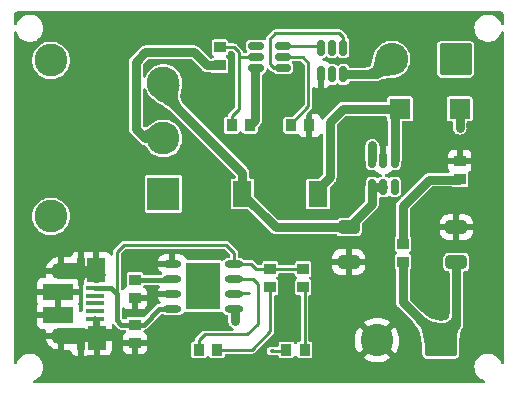
<source format=gtl>
%TF.GenerationSoftware,KiCad,Pcbnew,(6.0.8)*%
%TF.CreationDate,2022-10-25T00:07:16-04:00*%
%TF.ProjectId,403_charger_v2,3430335f-6368-4617-9267-65725f76322e,rev?*%
%TF.SameCoordinates,Original*%
%TF.FileFunction,Copper,L1,Top*%
%TF.FilePolarity,Positive*%
%FSLAX46Y46*%
G04 Gerber Fmt 4.6, Leading zero omitted, Abs format (unit mm)*
G04 Created by KiCad (PCBNEW (6.0.8)) date 2022-10-25 00:07:16*
%MOMM*%
%LPD*%
G01*
G04 APERTURE LIST*
G04 Aperture macros list*
%AMRoundRect*
0 Rectangle with rounded corners*
0 $1 Rounding radius*
0 $2 $3 $4 $5 $6 $7 $8 $9 X,Y pos of 4 corners*
0 Add a 4 corners polygon primitive as box body*
4,1,4,$2,$3,$4,$5,$6,$7,$8,$9,$2,$3,0*
0 Add four circle primitives for the rounded corners*
1,1,$1+$1,$2,$3*
1,1,$1+$1,$4,$5*
1,1,$1+$1,$6,$7*
1,1,$1+$1,$8,$9*
0 Add four rect primitives between the rounded corners*
20,1,$1+$1,$2,$3,$4,$5,0*
20,1,$1+$1,$4,$5,$6,$7,0*
20,1,$1+$1,$6,$7,$8,$9,0*
20,1,$1+$1,$8,$9,$2,$3,0*%
G04 Aperture macros list end*
%TA.AperFunction,SMDPad,CuDef*%
%ADD10RoundRect,0.250000X0.650000X-0.325000X0.650000X0.325000X-0.650000X0.325000X-0.650000X-0.325000X0*%
%TD*%
%TA.AperFunction,SMDPad,CuDef*%
%ADD11R,0.930000X0.980000*%
%TD*%
%TA.AperFunction,SMDPad,CuDef*%
%ADD12R,1.650000X0.400000*%
%TD*%
%TA.AperFunction,SMDPad,CuDef*%
%ADD13R,1.500000X2.000000*%
%TD*%
%TA.AperFunction,SMDPad,CuDef*%
%ADD14R,2.000000X1.350000*%
%TD*%
%TA.AperFunction,SMDPad,CuDef*%
%ADD15R,2.500000X1.430000*%
%TD*%
%TA.AperFunction,ComponentPad*%
%ADD16O,1.500000X1.100000*%
%TD*%
%TA.AperFunction,ComponentPad*%
%ADD17O,1.700000X1.350000*%
%TD*%
%TA.AperFunction,SMDPad,CuDef*%
%ADD18R,0.700000X1.825000*%
%TD*%
%TA.AperFunction,SMDPad,CuDef*%
%ADD19R,0.980000X0.930000*%
%TD*%
%TA.AperFunction,SMDPad,CuDef*%
%ADD20R,1.600000X2.200000*%
%TD*%
%TA.AperFunction,SMDPad,CuDef*%
%ADD21RoundRect,0.150000X0.150000X-0.512500X0.150000X0.512500X-0.150000X0.512500X-0.150000X-0.512500X0*%
%TD*%
%TA.AperFunction,SMDPad,CuDef*%
%ADD22R,1.800000X1.700000*%
%TD*%
%TA.AperFunction,SMDPad,CuDef*%
%ADD23RoundRect,0.150000X0.512500X0.150000X-0.512500X0.150000X-0.512500X-0.150000X0.512500X-0.150000X0*%
%TD*%
%TA.AperFunction,ComponentPad*%
%ADD24R,2.775000X2.775000*%
%TD*%
%TA.AperFunction,ComponentPad*%
%ADD25C,2.775000*%
%TD*%
%TA.AperFunction,SMDPad,CuDef*%
%ADD26RoundRect,0.150000X-0.150000X0.512500X-0.150000X-0.512500X0.150000X-0.512500X0.150000X0.512500X0*%
%TD*%
%TA.AperFunction,ComponentPad*%
%ADD27RoundRect,0.250000X1.125000X1.125000X-1.125000X1.125000X-1.125000X-1.125000X1.125000X-1.125000X0*%
%TD*%
%TA.AperFunction,ComponentPad*%
%ADD28C,2.750000*%
%TD*%
%TA.AperFunction,SMDPad,CuDef*%
%ADD29R,2.900000X4.000000*%
%TD*%
%TA.AperFunction,SMDPad,CuDef*%
%ADD30O,1.600000X0.600000*%
%TD*%
%TA.AperFunction,SMDPad,CuDef*%
%ADD31RoundRect,0.250000X-0.650000X0.325000X-0.650000X-0.325000X0.650000X-0.325000X0.650000X0.325000X0*%
%TD*%
%TA.AperFunction,ViaPad*%
%ADD32C,0.300000*%
%TD*%
%TA.AperFunction,Conductor*%
%ADD33C,0.250000*%
%TD*%
%TA.AperFunction,Conductor*%
%ADD34C,0.750000*%
%TD*%
%TA.AperFunction,Conductor*%
%ADD35C,0.450000*%
%TD*%
G04 APERTURE END LIST*
D10*
%TO.P,C4,1*%
%TO.N,/5V*%
X174315000Y-77400000D03*
%TO.P,C4,2*%
%TO.N,GND*%
X174315000Y-74450000D03*
%TD*%
D11*
%TO.P,R7,1*%
%TO.N,Net-(R7-Pad1)*%
X159930000Y-84825000D03*
%TO.P,R7,2*%
%TO.N,Net-(D3-Pad1)*%
X161470000Y-84825000D03*
%TD*%
D12*
%TO.P,J1,1,VBUS*%
%TO.N,/VBUS*%
X143750000Y-79600000D03*
%TO.P,J1,2,D-*%
%TO.N,unconnected-(J1-Pad2)*%
X143750000Y-80250000D03*
%TO.P,J1,3,D+*%
%TO.N,unconnected-(J1-Pad3)*%
X143750000Y-80900000D03*
%TO.P,J1,4,ID*%
%TO.N,unconnected-(J1-Pad4)*%
X143750000Y-81550000D03*
%TO.P,J1,5,GND*%
%TO.N,GND*%
X143750000Y-82200000D03*
D13*
%TO.P,J1,6,Shield*%
X143870000Y-83800000D03*
D14*
X141800000Y-83650000D03*
D15*
X140600000Y-79940000D03*
D13*
X143850000Y-78050000D03*
D16*
X143870000Y-83320000D03*
D17*
X140870000Y-78170000D03*
D14*
X141800000Y-78170000D03*
D18*
X142550000Y-83900000D03*
D16*
X143870000Y-78480000D03*
D17*
X140870000Y-83630000D03*
D18*
X142550000Y-77950000D03*
D15*
X140600000Y-81860000D03*
%TD*%
D19*
%TO.P,R2,1*%
%TO.N,Net-(C1-Pad1)*%
X154300000Y-59215000D03*
%TO.P,R2,2*%
%TO.N,/BAT+*%
X154300000Y-60755000D03*
%TD*%
D20*
%TO.P,L1,1,1*%
%TO.N,Net-(D1-PadA)*%
X162600000Y-71625000D03*
%TO.P,L1,2,2*%
%TO.N,Net-(C3-Pad1)*%
X156200000Y-71625000D03*
%TD*%
D21*
%TO.P,Q1,1,S*%
%TO.N,GND*%
X162850000Y-61512500D03*
%TO.P,Q1,2,D*%
%TO.N,unconnected-(Q1-Pad2)*%
X163800000Y-61512500D03*
%TO.P,Q1,3,S*%
%TO.N,/BAT-*%
X164750000Y-61512500D03*
%TO.P,Q1,4,G*%
%TO.N,/OD*%
X164750000Y-59237500D03*
%TO.P,Q1,5,D*%
%TO.N,unconnected-(Q1-Pad2)*%
X163800000Y-59237500D03*
%TO.P,Q1,6,G*%
%TO.N,Net-(IC1-Pad3)*%
X162850000Y-59237500D03*
%TD*%
D19*
%TO.P,R4,1*%
%TO.N,/5V*%
X169800000Y-77385000D03*
%TO.P,R4,2*%
%TO.N,Net-(R4-Pad2)*%
X169800000Y-75845000D03*
%TD*%
D22*
%TO.P,D1,A*%
%TO.N,Net-(D1-PadA)*%
X169537500Y-64425000D03*
%TO.P,D1,C*%
%TO.N,/5V*%
X174590000Y-64425000D03*
%TD*%
D23*
%TO.P,IC1,1,OD*%
%TO.N,/OD*%
X159637500Y-60975000D03*
%TO.P,IC1,2,CS*%
%TO.N,Net-(IC1-Pad2)*%
X159637500Y-60025000D03*
%TO.P,IC1,3,OC*%
%TO.N,Net-(IC1-Pad3)*%
X159637500Y-59075000D03*
%TO.P,IC1,4,TD*%
%TO.N,unconnected-(IC1-Pad4)*%
X157362500Y-59075000D03*
%TO.P,IC1,5,VCC*%
%TO.N,Net-(C1-Pad1)*%
X157362500Y-60025000D03*
%TO.P,IC1,6,GND*%
%TO.N,/BAT-*%
X157362500Y-60975000D03*
%TD*%
D24*
%TO.P,SW1,1*%
%TO.N,unconnected-(SW1-Pad1)*%
X149522500Y-71625000D03*
D25*
%TO.P,SW1,2*%
%TO.N,/BAT+*%
X149522500Y-66925000D03*
%TO.P,SW1,3*%
%TO.N,Net-(C3-Pad1)*%
X149522500Y-62225000D03*
%TO.P,SW1,S1*%
%TO.N,N/C*%
X139992500Y-73530000D03*
%TO.P,SW1,S2*%
X139992500Y-60320000D03*
%TD*%
D19*
%TO.P,R5,1*%
%TO.N,Net-(R4-Pad2)*%
X174600000Y-70395000D03*
%TO.P,R5,2*%
%TO.N,GND*%
X174600000Y-68855000D03*
%TD*%
D26*
%TO.P,U2,1,SW*%
%TO.N,Net-(D1-PadA)*%
X169100000Y-68750000D03*
%TO.P,U2,2,GND*%
%TO.N,GND*%
X168150000Y-68750000D03*
%TO.P,U2,3,FB*%
%TO.N,Net-(R4-Pad2)*%
X167200000Y-68750000D03*
%TO.P,U2,4,EN*%
%TO.N,Net-(C3-Pad1)*%
X167200000Y-71025000D03*
%TO.P,U2,5,IN*%
X168150000Y-71025000D03*
%TO.P,U2,6,NC*%
%TO.N,unconnected-(U2-Pad6)*%
X169100000Y-71025000D03*
%TD*%
D27*
%TO.P,J3,1,Pin_1*%
%TO.N,/5V*%
X173000000Y-84000000D03*
D28*
%TO.P,J3,2,Pin_2*%
%TO.N,GND*%
X167600000Y-84000000D03*
%TD*%
D11*
%TO.P,C1,1*%
%TO.N,Net-(C1-Pad1)*%
X155290000Y-65825000D03*
%TO.P,C1,2*%
%TO.N,/BAT-*%
X156830000Y-65825000D03*
%TD*%
D29*
%TO.P,U1,0*%
%TO.N,N/C*%
X152880000Y-79455000D03*
D30*
%TO.P,U1,1,TEMP*%
%TO.N,GND*%
X150280000Y-77550000D03*
%TO.P,U1,2,PROG*%
%TO.N,Net-(R3-Pad2)*%
X150280000Y-78820000D03*
%TO.P,U1,3,GND*%
%TO.N,GND*%
X150280000Y-80090000D03*
%TO.P,U1,4,VCC*%
%TO.N,/VBUS*%
X150280000Y-81360000D03*
%TO.P,U1,5,BAT*%
%TO.N,/BAT+*%
X155480000Y-81360000D03*
%TO.P,U1,6,~{STDBY}*%
%TO.N,Net-(R7-Pad1)*%
X155480000Y-80090000D03*
%TO.P,U1,7,~{CHRG}*%
%TO.N,Net-(R6-Pad1)*%
X155480000Y-78820000D03*
%TO.P,U1,8,CE*%
%TO.N,/VBUS*%
X155480000Y-77550000D03*
%TD*%
D19*
%TO.P,D2,1,K*%
%TO.N,Net-(D2-Pad1)*%
X158549000Y-79526600D03*
%TO.P,D2,2,A*%
%TO.N,/VBUS*%
X158549000Y-77986600D03*
%TD*%
D11*
%TO.P,R1,1*%
%TO.N,GND*%
X161880000Y-65825000D03*
%TO.P,R1,2*%
%TO.N,Net-(IC1-Pad2)*%
X160340000Y-65825000D03*
%TD*%
D19*
%TO.P,R3,1*%
%TO.N,GND*%
X147100000Y-80440000D03*
%TO.P,R3,2*%
%TO.N,Net-(R3-Pad2)*%
X147100000Y-78900000D03*
%TD*%
D31*
%TO.P,C3,1*%
%TO.N,Net-(C3-Pad1)*%
X165200000Y-74450000D03*
%TO.P,C3,2*%
%TO.N,GND*%
X165200000Y-77400000D03*
%TD*%
D11*
%TO.P,R6,1*%
%TO.N,Net-(R6-Pad1)*%
X152530000Y-84825000D03*
%TO.P,R6,2*%
%TO.N,Net-(D2-Pad1)*%
X154070000Y-84825000D03*
%TD*%
D19*
%TO.P,D3,1,K*%
%TO.N,Net-(D3-Pad1)*%
X161349000Y-79526600D03*
%TO.P,D3,2,A*%
%TO.N,/VBUS*%
X161349000Y-77986600D03*
%TD*%
D27*
%TO.P,J2,1,Pin_1*%
%TO.N,/BAT+*%
X174250000Y-60225000D03*
D28*
%TO.P,J2,2,Pin_2*%
%TO.N,/BAT-*%
X168850000Y-60225000D03*
%TD*%
D19*
%TO.P,C2,1*%
%TO.N,/VBUS*%
X147100000Y-82685000D03*
%TO.P,C2,2*%
%TO.N,GND*%
X147100000Y-84225000D03*
%TD*%
D32*
%TO.N,/BAT-*%
X157300000Y-61925000D03*
%TO.N,/5V*%
X174600000Y-66025000D03*
%TO.N,/BAT+*%
X155600000Y-82425000D03*
%TO.N,Net-(R4-Pad2)*%
X169800000Y-72625000D03*
X167200000Y-67525000D03*
%TO.N,Net-(R7-Pad1)*%
X156800000Y-80025000D03*
X158600000Y-84925000D03*
%TD*%
D33*
%TO.N,Net-(C1-Pad1)*%
X157362500Y-60025000D02*
X155900000Y-60025000D01*
X155900000Y-59625000D02*
X155490000Y-59215000D01*
X155290000Y-65035000D02*
X155900000Y-64425000D01*
X155290000Y-65825000D02*
X155290000Y-65035000D01*
X155490000Y-59215000D02*
X154300000Y-59215000D01*
X155900000Y-60025000D02*
X155900000Y-59625000D01*
X155900000Y-64425000D02*
X155900000Y-60025000D01*
D34*
%TO.N,/BAT-*%
X157300000Y-61037500D02*
X157300000Y-61925000D01*
X157300000Y-65355000D02*
X156830000Y-65825000D01*
X164750000Y-61512500D02*
X167562500Y-61512500D01*
X157362500Y-60975000D02*
X157300000Y-61037500D01*
X167562500Y-61512500D02*
X168850000Y-60225000D01*
X157300000Y-61925000D02*
X157300000Y-65355000D01*
D35*
%TO.N,/VBUS*%
X147840000Y-82685000D02*
X149165000Y-81360000D01*
D33*
X155480000Y-77550000D02*
X155480000Y-76605000D01*
X156925000Y-77550000D02*
X157361600Y-77986600D01*
D35*
X145960000Y-82685000D02*
X147100000Y-82685000D01*
X145600000Y-80125000D02*
X145600000Y-82325000D01*
D33*
X146200000Y-75925000D02*
X145600000Y-76525000D01*
X157361600Y-77986600D02*
X158549000Y-77986600D01*
D35*
X147100000Y-82685000D02*
X147840000Y-82685000D01*
X145075000Y-79600000D02*
X145600000Y-80125000D01*
D33*
X155480000Y-76605000D02*
X154800000Y-75925000D01*
D35*
X145600000Y-82325000D02*
X145960000Y-82685000D01*
D33*
X145600000Y-76525000D02*
X145600000Y-80125000D01*
X158549000Y-77986600D02*
X161349000Y-77986600D01*
D35*
X149165000Y-81360000D02*
X150280000Y-81360000D01*
X143750000Y-79600000D02*
X145075000Y-79600000D01*
D33*
X155480000Y-77550000D02*
X156925000Y-77550000D01*
X154800000Y-75925000D02*
X146200000Y-75925000D01*
D34*
%TO.N,Net-(C3-Pad1)*%
X159025000Y-74450000D02*
X165200000Y-74450000D01*
X156200000Y-69825000D02*
X149522500Y-63147500D01*
X156200000Y-71625000D02*
X159025000Y-74450000D01*
X167200000Y-71025000D02*
X167200000Y-72450000D01*
X156200000Y-71625000D02*
X156200000Y-69825000D01*
X168150000Y-71025000D02*
X167200000Y-71025000D01*
X167200000Y-72450000D02*
X165200000Y-74450000D01*
X149522500Y-63147500D02*
X149522500Y-62225000D01*
%TO.N,/5V*%
X169800000Y-80800000D02*
X173000000Y-84000000D01*
X174590000Y-66015000D02*
X174600000Y-66025000D01*
X174315000Y-82685000D02*
X173000000Y-84000000D01*
X174315000Y-77400000D02*
X174315000Y-82685000D01*
X169800000Y-77385000D02*
X169800000Y-80800000D01*
X174590000Y-64425000D02*
X174590000Y-66015000D01*
%TO.N,Net-(D1-PadA)*%
X169100000Y-64862500D02*
X169537500Y-64425000D01*
X162600000Y-71225000D02*
X163600000Y-70225000D01*
X164700000Y-64425000D02*
X169537500Y-64425000D01*
X163600000Y-65525000D02*
X164700000Y-64425000D01*
X169100000Y-68750000D02*
X169100000Y-64862500D01*
X162600000Y-71625000D02*
X162600000Y-71225000D01*
X163600000Y-70225000D02*
X163600000Y-65525000D01*
D33*
%TO.N,Net-(D2-Pad1)*%
X154070000Y-84825000D02*
X157000000Y-84825000D01*
X157000000Y-84825000D02*
X158549000Y-83276000D01*
X158549000Y-83276000D02*
X158549000Y-79526600D01*
%TO.N,Net-(D3-Pad1)*%
X161470000Y-84825000D02*
X161470000Y-79647600D01*
X161470000Y-79647600D02*
X161349000Y-79526600D01*
%TO.N,/OD*%
X159000000Y-58025000D02*
X164400000Y-58025000D01*
X158500000Y-60625000D02*
X158500000Y-58525000D01*
X158500000Y-58525000D02*
X159000000Y-58025000D01*
X158850000Y-60975000D02*
X158500000Y-60625000D01*
X164750000Y-58375000D02*
X164750000Y-59237500D01*
X164400000Y-58025000D02*
X164750000Y-58375000D01*
X159637500Y-60975000D02*
X158850000Y-60975000D01*
%TO.N,Net-(IC1-Pad2)*%
X161300000Y-60025000D02*
X161800000Y-60525000D01*
X159637500Y-60025000D02*
X161300000Y-60025000D01*
X161800000Y-60525000D02*
X161800000Y-64225000D01*
X160340000Y-65685000D02*
X160340000Y-65825000D01*
X161800000Y-64225000D02*
X160340000Y-65685000D01*
%TO.N,Net-(IC1-Pad3)*%
X159637500Y-59075000D02*
X162687500Y-59075000D01*
X162687500Y-59075000D02*
X162850000Y-59237500D01*
D34*
%TO.N,/BAT+*%
X152100000Y-59625000D02*
X148000000Y-59625000D01*
X155600000Y-81480000D02*
X155600000Y-82425000D01*
X155480000Y-81360000D02*
X155600000Y-81480000D01*
X154300000Y-60755000D02*
X153230000Y-60755000D01*
X148000000Y-66925000D02*
X149522500Y-66925000D01*
X148000000Y-59625000D02*
X147200000Y-60425000D01*
X153230000Y-60755000D02*
X152100000Y-59625000D01*
X147200000Y-66125000D02*
X148000000Y-66925000D01*
X147200000Y-60425000D02*
X147200000Y-66125000D01*
D35*
%TO.N,Net-(R3-Pad2)*%
X147100000Y-78900000D02*
X147100000Y-78825000D01*
X150200000Y-78900000D02*
X150280000Y-78820000D01*
X147100000Y-78900000D02*
X150200000Y-78900000D01*
D34*
%TO.N,Net-(R4-Pad2)*%
X172000000Y-70425000D02*
X174570000Y-70425000D01*
X169800000Y-75845000D02*
X169800000Y-72625000D01*
X174570000Y-70425000D02*
X174600000Y-70395000D01*
X167200000Y-68750000D02*
X167200000Y-67525000D01*
X169800000Y-72625000D02*
X172000000Y-70425000D01*
D33*
%TO.N,Net-(R6-Pad1)*%
X156600000Y-83525000D02*
X157500000Y-82625000D01*
X153000000Y-83525000D02*
X156600000Y-83525000D01*
X157500000Y-82625000D02*
X157500000Y-79225000D01*
X152530000Y-84825000D02*
X152530000Y-83995000D01*
X157095000Y-78820000D02*
X155480000Y-78820000D01*
X157500000Y-79225000D02*
X157095000Y-78820000D01*
X152530000Y-83995000D02*
X153000000Y-83525000D01*
%TO.N,Net-(R7-Pad1)*%
X159830000Y-84925000D02*
X159930000Y-84825000D01*
X155480000Y-80090000D02*
X155545000Y-80025000D01*
X155545000Y-80025000D02*
X156800000Y-80025000D01*
X158600000Y-84925000D02*
X159830000Y-84925000D01*
%TD*%
%TA.AperFunction,Conductor*%
%TO.N,/BAT-*%
G36*
X169329018Y-59742432D02*
G01*
X169332606Y-59750636D01*
X169332228Y-59753822D01*
X168852213Y-61591526D01*
X168846807Y-61598664D01*
X168841246Y-61600264D01*
X168766412Y-61602523D01*
X168583273Y-61608050D01*
X168583099Y-61608067D01*
X168583094Y-61608067D01*
X168355665Y-61629883D01*
X168355653Y-61629885D01*
X168355492Y-61629900D01*
X168355328Y-61629927D01*
X168355316Y-61629928D01*
X168221844Y-61651447D01*
X168155765Y-61662100D01*
X168155659Y-61662123D01*
X168155652Y-61662124D01*
X167973263Y-61701186D01*
X167973238Y-61701192D01*
X167973200Y-61701200D01*
X167973105Y-61701223D01*
X167796971Y-61743734D01*
X167796905Y-61743750D01*
X167616195Y-61786252D01*
X167615800Y-61786338D01*
X167419870Y-61825338D01*
X167419259Y-61825443D01*
X167385618Y-61830305D01*
X167197062Y-61857553D01*
X167196396Y-61857628D01*
X166936940Y-61879422D01*
X166936276Y-61879459D01*
X166640304Y-61887187D01*
X166631946Y-61883977D01*
X166628300Y-61875491D01*
X166628300Y-61148179D01*
X166631727Y-61139906D01*
X166638935Y-61136528D01*
X166847229Y-61117489D01*
X166847231Y-61117488D01*
X166847915Y-61117426D01*
X166848562Y-61117208D01*
X166848566Y-61117207D01*
X167017266Y-61060334D01*
X167017268Y-61060333D01*
X167018060Y-61060066D01*
X167146676Y-60969710D01*
X167241703Y-60850650D01*
X167311081Y-60707174D01*
X167362750Y-60543576D01*
X167404652Y-60364144D01*
X167444709Y-60173251D01*
X167444757Y-60173035D01*
X167490832Y-59975290D01*
X167491019Y-59974589D01*
X167548704Y-59781934D01*
X167554360Y-59774991D01*
X167559682Y-59773592D01*
X169320679Y-59739167D01*
X169329018Y-59742432D01*
G37*
%TD.AperFunction*%
%TD*%
%TA.AperFunction,Conductor*%
%TO.N,Net-(C3-Pad1)*%
G36*
X149329357Y-61567996D02*
G01*
X150886626Y-62431698D01*
X150892198Y-62438707D01*
X150892477Y-62443934D01*
X150854533Y-62662056D01*
X150854482Y-62662328D01*
X150813617Y-62868317D01*
X150777438Y-63058213D01*
X150777422Y-63058322D01*
X150777420Y-63058337D01*
X150755604Y-63211939D01*
X150752197Y-63235924D01*
X150744118Y-63405507D01*
X150759420Y-63571022D01*
X150759552Y-63571509D01*
X150759553Y-63571514D01*
X150801955Y-63727780D01*
X150804328Y-63736527D01*
X150885061Y-63906080D01*
X151007843Y-64083740D01*
X151008099Y-64084024D01*
X151171461Y-64265315D01*
X151174453Y-64273755D01*
X151171042Y-64281420D01*
X150656613Y-64795849D01*
X150648340Y-64799276D01*
X150640299Y-64796075D01*
X150384279Y-64553865D01*
X150384274Y-64553860D01*
X150384155Y-64553748D01*
X150147853Y-64356159D01*
X150045991Y-64281420D01*
X149933729Y-64199050D01*
X149933717Y-64199042D01*
X149933592Y-64198950D01*
X149886662Y-64168416D01*
X149735374Y-64069985D01*
X149735352Y-64069971D01*
X149735307Y-64069942D01*
X149735258Y-64069913D01*
X149735241Y-64069902D01*
X149546931Y-63956956D01*
X149362568Y-63847914D01*
X149362294Y-63847748D01*
X149175898Y-63730496D01*
X149175371Y-63730143D01*
X148980934Y-63592580D01*
X148980299Y-63592098D01*
X148771524Y-63421922D01*
X148770912Y-63421387D01*
X148547605Y-63211939D01*
X148543915Y-63203780D01*
X148545031Y-63198406D01*
X149313105Y-61573229D01*
X149319738Y-61567213D01*
X149329357Y-61567996D01*
G37*
%TD.AperFunction*%
%TD*%
%TA.AperFunction,Conductor*%
%TO.N,/5V*%
G36*
X171332418Y-81801466D02*
G01*
X171509591Y-81965278D01*
X171556957Y-82009072D01*
X171768896Y-82170728D01*
X171893968Y-82245423D01*
X171965820Y-82288334D01*
X171965824Y-82288336D01*
X171966122Y-82288514D01*
X172154785Y-82372151D01*
X172341033Y-82431358D01*
X172341232Y-82431405D01*
X172341237Y-82431406D01*
X172419922Y-82449836D01*
X172531014Y-82475857D01*
X172531076Y-82475869D01*
X172531084Y-82475871D01*
X172597652Y-82489030D01*
X172730877Y-82515365D01*
X172846150Y-82538986D01*
X172946549Y-82559559D01*
X172947000Y-82559661D01*
X173030323Y-82580202D01*
X173030325Y-82580202D01*
X173031566Y-82580508D01*
X173031567Y-82580508D01*
X173184842Y-82618293D01*
X173451241Y-82701152D01*
X173481196Y-84233465D01*
X173481228Y-84235082D01*
X173485897Y-84473970D01*
X173482632Y-84482309D01*
X173473970Y-84485897D01*
X173155095Y-84479664D01*
X171709589Y-84451406D01*
X171701385Y-84447818D01*
X171698646Y-84443183D01*
X171633919Y-84235082D01*
X171618395Y-84185171D01*
X171618209Y-84184502D01*
X171559661Y-83947000D01*
X171559559Y-83946549D01*
X171515365Y-83730877D01*
X171515349Y-83730797D01*
X171475871Y-83531084D01*
X171475869Y-83531076D01*
X171475857Y-83531014D01*
X171431358Y-83341033D01*
X171372151Y-83154785D01*
X171288514Y-82966122D01*
X171170728Y-82768896D01*
X171119057Y-82701152D01*
X171026802Y-82580202D01*
X171009072Y-82556957D01*
X170892989Y-82431406D01*
X170801466Y-82332418D01*
X170798366Y-82324017D01*
X170801784Y-82316202D01*
X171316202Y-81801784D01*
X171324475Y-81798357D01*
X171332418Y-81801466D01*
G37*
%TD.AperFunction*%
%TD*%
%TA.AperFunction,Conductor*%
%TO.N,/5V*%
G36*
X174686232Y-81793118D02*
G01*
X174689654Y-81801727D01*
X174681191Y-82096480D01*
X174681146Y-82097221D01*
X174657276Y-82355405D01*
X174657181Y-82356167D01*
X174622012Y-82577112D01*
X174621885Y-82577781D01*
X174579167Y-82772462D01*
X174579064Y-82772891D01*
X174532500Y-82952405D01*
X174485880Y-83127530D01*
X174443039Y-83308951D01*
X174407760Y-83507569D01*
X174383820Y-83734285D01*
X174375290Y-83991274D01*
X174371590Y-83999429D01*
X174366553Y-84002206D01*
X173975442Y-84104366D01*
X172539475Y-84479446D01*
X172528822Y-84482228D01*
X172519951Y-84481003D01*
X172514545Y-84473865D01*
X172514167Y-84470680D01*
X172514191Y-84469464D01*
X172548759Y-82701152D01*
X172752356Y-82640885D01*
X172953623Y-82595805D01*
X173031565Y-82580508D01*
X173031566Y-82580508D01*
X173148062Y-82557644D01*
X173331173Y-82518134D01*
X173331350Y-82518082D01*
X173331362Y-82518079D01*
X173498053Y-82469124D01*
X173498057Y-82469122D01*
X173498457Y-82469005D01*
X173498835Y-82468833D01*
X173498842Y-82468830D01*
X173600698Y-82422381D01*
X173645414Y-82401989D01*
X173767547Y-82308818D01*
X173860354Y-82181224D01*
X173919338Y-82010938D01*
X173939009Y-81800303D01*
X173943190Y-81792384D01*
X173950658Y-81789691D01*
X174677959Y-81789691D01*
X174686232Y-81793118D01*
G37*
%TD.AperFunction*%
%TD*%
%TA.AperFunction,Conductor*%
%TO.N,/BAT+*%
G36*
X148923864Y-65682175D02*
G01*
X150195314Y-66904867D01*
X150198902Y-66913071D01*
X150195637Y-66921410D01*
X150187204Y-66925000D01*
X148144472Y-66925000D01*
X148136199Y-66921573D01*
X148133028Y-66915736D01*
X148098635Y-66754195D01*
X148098320Y-66752716D01*
X147998760Y-66640302D01*
X147852040Y-66571967D01*
X147673880Y-66531920D01*
X147673671Y-66531890D01*
X147673664Y-66531889D01*
X147480091Y-66504383D01*
X147479899Y-66504354D01*
X147286786Y-66473630D01*
X147285467Y-66473341D01*
X147109376Y-66423990D01*
X147106682Y-66422855D01*
X146963361Y-66340010D01*
X146959789Y-66336810D01*
X146900483Y-66256108D01*
X146863281Y-66205485D01*
X146861197Y-66200649D01*
X146860195Y-66195129D01*
X146827505Y-66015162D01*
X146829398Y-66006410D01*
X146836926Y-66001559D01*
X146839017Y-66001371D01*
X147564818Y-66001371D01*
X147573091Y-66004798D01*
X147576406Y-66011455D01*
X147598110Y-66167135D01*
X147598938Y-66168289D01*
X147644391Y-66231628D01*
X147663138Y-66257751D01*
X147665090Y-66258278D01*
X147672078Y-66260164D01*
X147763628Y-66284874D01*
X147893123Y-66260164D01*
X148045169Y-66195279D01*
X148098366Y-66165728D01*
X148213199Y-66101938D01*
X148213209Y-66101932D01*
X148213310Y-66101876D01*
X148391089Y-65991613D01*
X148391111Y-65991599D01*
X148571944Y-65876218D01*
X148572119Y-65876108D01*
X148684959Y-65806884D01*
X148749484Y-65767300D01*
X148750012Y-65766995D01*
X148910186Y-65680318D01*
X148919093Y-65679394D01*
X148923864Y-65682175D01*
G37*
%TD.AperFunction*%
%TD*%
%TA.AperFunction,Conductor*%
%TO.N,Net-(R7-Pad1)*%
G36*
X156736621Y-79892901D02*
G01*
X156739984Y-79895162D01*
X156747460Y-79902350D01*
X156866231Y-80016567D01*
X156869819Y-80024771D01*
X156866231Y-80033433D01*
X156745016Y-80150000D01*
X156739985Y-80154838D01*
X156731646Y-80158103D01*
X156727668Y-80157322D01*
X156721905Y-80155101D01*
X156721901Y-80155100D01*
X156721528Y-80154956D01*
X156713393Y-80153048D01*
X156706786Y-80151498D01*
X156706782Y-80151497D01*
X156706508Y-80151433D01*
X156706233Y-80151397D01*
X156706223Y-80151395D01*
X156689699Y-80149221D01*
X156689690Y-80149220D01*
X156689499Y-80149195D01*
X156688871Y-80149156D01*
X156670543Y-80148018D01*
X156670539Y-80148018D01*
X156670445Y-80148012D01*
X156670337Y-80148010D01*
X156670333Y-80148010D01*
X156664017Y-80147902D01*
X156649289Y-80147649D01*
X156649182Y-80147650D01*
X156649174Y-80147650D01*
X156644045Y-80147700D01*
X156625974Y-80147874D01*
X156625939Y-80147875D01*
X156625920Y-80147875D01*
X156617174Y-80148074D01*
X156600445Y-80148455D01*
X156572710Y-80149156D01*
X156572644Y-80149158D01*
X156542591Y-80149748D01*
X156542451Y-80149750D01*
X156521790Y-80149909D01*
X156513491Y-80146546D01*
X156510000Y-80138209D01*
X156510000Y-79911790D01*
X156513427Y-79903517D01*
X156521789Y-79900090D01*
X156529557Y-79900150D01*
X156542451Y-79900249D01*
X156542591Y-79900251D01*
X156572644Y-79900841D01*
X156572710Y-79900843D01*
X156600445Y-79901544D01*
X156617174Y-79901925D01*
X156625920Y-79902124D01*
X156625939Y-79902124D01*
X156625974Y-79902125D01*
X156644045Y-79902299D01*
X156649174Y-79902349D01*
X156649182Y-79902349D01*
X156649289Y-79902350D01*
X156664017Y-79902097D01*
X156670333Y-79901989D01*
X156670337Y-79901989D01*
X156670445Y-79901987D01*
X156670539Y-79901981D01*
X156670543Y-79901981D01*
X156689306Y-79900816D01*
X156689499Y-79900804D01*
X156689690Y-79900779D01*
X156689699Y-79900778D01*
X156706223Y-79898604D01*
X156706233Y-79898602D01*
X156706508Y-79898566D01*
X156706782Y-79898502D01*
X156706786Y-79898501D01*
X156714450Y-79896703D01*
X156721528Y-79895043D01*
X156721902Y-79894899D01*
X156721905Y-79894898D01*
X156727669Y-79892677D01*
X156736621Y-79892901D01*
G37*
%TD.AperFunction*%
%TD*%
%TA.AperFunction,Conductor*%
%TO.N,Net-(R7-Pad1)*%
G36*
X158672333Y-84792678D02*
G01*
X158678098Y-84794900D01*
X158678107Y-84794903D01*
X158678471Y-84795043D01*
X158678852Y-84795132D01*
X158678854Y-84795133D01*
X158693213Y-84798501D01*
X158693217Y-84798502D01*
X158693491Y-84798566D01*
X158693766Y-84798602D01*
X158693776Y-84798604D01*
X158710300Y-84800778D01*
X158710309Y-84800779D01*
X158710500Y-84800804D01*
X158710693Y-84800816D01*
X158729456Y-84801981D01*
X158729460Y-84801981D01*
X158729554Y-84801987D01*
X158729662Y-84801989D01*
X158729666Y-84801989D01*
X158735982Y-84802097D01*
X158750710Y-84802350D01*
X158750817Y-84802349D01*
X158750825Y-84802349D01*
X158755954Y-84802299D01*
X158774025Y-84802125D01*
X158774060Y-84802124D01*
X158774079Y-84802124D01*
X158782825Y-84801925D01*
X158799554Y-84801544D01*
X158827289Y-84800843D01*
X158827355Y-84800841D01*
X158857408Y-84800251D01*
X158857548Y-84800249D01*
X158870489Y-84800149D01*
X158878211Y-84800090D01*
X158886509Y-84803453D01*
X158890000Y-84811790D01*
X158890000Y-85038209D01*
X158886573Y-85046482D01*
X158878210Y-85049909D01*
X158857548Y-85049750D01*
X158857408Y-85049748D01*
X158827355Y-85049158D01*
X158827289Y-85049156D01*
X158799554Y-85048455D01*
X158782825Y-85048074D01*
X158774079Y-85047875D01*
X158774060Y-85047875D01*
X158774025Y-85047874D01*
X158755954Y-85047700D01*
X158750825Y-85047650D01*
X158750817Y-85047650D01*
X158750710Y-85047649D01*
X158735982Y-85047902D01*
X158729666Y-85048010D01*
X158729662Y-85048010D01*
X158729554Y-85048012D01*
X158729460Y-85048018D01*
X158729456Y-85048018D01*
X158711128Y-85049156D01*
X158710500Y-85049195D01*
X158710309Y-85049220D01*
X158710300Y-85049221D01*
X158693776Y-85051395D01*
X158693766Y-85051397D01*
X158693491Y-85051433D01*
X158693217Y-85051497D01*
X158693213Y-85051498D01*
X158686606Y-85053048D01*
X158678471Y-85054956D01*
X158672332Y-85057322D01*
X158663381Y-85057100D01*
X158660015Y-85054838D01*
X158654984Y-85050000D01*
X158533769Y-84933433D01*
X158530181Y-84925229D01*
X158533769Y-84916567D01*
X158651394Y-84803453D01*
X158660015Y-84795162D01*
X158668354Y-84791897D01*
X158672333Y-84792678D01*
G37*
%TD.AperFunction*%
%TD*%
%TA.AperFunction,Conductor*%
%TO.N,GND*%
G36*
X177971315Y-56151516D02*
G01*
X177983978Y-56151516D01*
X178000000Y-56155809D01*
X178012766Y-56152388D01*
X178015906Y-56152594D01*
X178074011Y-56160244D01*
X178105782Y-56168757D01*
X178159424Y-56190976D01*
X178187911Y-56207423D01*
X178233974Y-56242769D01*
X178257231Y-56266026D01*
X178292577Y-56312089D01*
X178309024Y-56340576D01*
X178331243Y-56394218D01*
X178339756Y-56425989D01*
X178347406Y-56484094D01*
X178347612Y-56487234D01*
X178344191Y-56500000D01*
X178348484Y-56516022D01*
X178348484Y-56528685D01*
X178349500Y-56536402D01*
X178349500Y-57235215D01*
X178329498Y-57303336D01*
X178275842Y-57349829D01*
X178205568Y-57359933D01*
X178140988Y-57330439D01*
X178102231Y-57269416D01*
X178080255Y-57191496D01*
X178078686Y-57185931D01*
X178067553Y-57163354D01*
X177987719Y-57001469D01*
X177985165Y-56996290D01*
X177858651Y-56826867D01*
X177703381Y-56683337D01*
X177524554Y-56570505D01*
X177328160Y-56492152D01*
X177322503Y-56491027D01*
X177322497Y-56491025D01*
X177126442Y-56452028D01*
X177126440Y-56452028D01*
X177120775Y-56450901D01*
X177115000Y-56450825D01*
X177114996Y-56450825D01*
X177008976Y-56449437D01*
X176909346Y-56448133D01*
X176903649Y-56449112D01*
X176903648Y-56449112D01*
X176706650Y-56482962D01*
X176706649Y-56482962D01*
X176700953Y-56483941D01*
X176502575Y-56557127D01*
X176497614Y-56560079D01*
X176497613Y-56560079D01*
X176480089Y-56570505D01*
X176320856Y-56665238D01*
X176161881Y-56804655D01*
X176030976Y-56970708D01*
X176028287Y-56975819D01*
X176028285Y-56975822D01*
X176014792Y-57001469D01*
X175932523Y-57157836D01*
X175869820Y-57359773D01*
X175844967Y-57569754D01*
X175846949Y-57600000D01*
X175858796Y-57780749D01*
X175860217Y-57786345D01*
X175860218Y-57786350D01*
X175909424Y-57980095D01*
X175910845Y-57985690D01*
X175999369Y-58177714D01*
X176121405Y-58350391D01*
X176161258Y-58389214D01*
X176247464Y-58473192D01*
X176272865Y-58497937D01*
X176277661Y-58501142D01*
X176277664Y-58501144D01*
X176409087Y-58588958D01*
X176448677Y-58615411D01*
X176453985Y-58617692D01*
X176453986Y-58617692D01*
X176637650Y-58696600D01*
X176637653Y-58696601D01*
X176642953Y-58698878D01*
X176648582Y-58700152D01*
X176648583Y-58700152D01*
X176843550Y-58744269D01*
X176843553Y-58744269D01*
X176849186Y-58745544D01*
X176854957Y-58745771D01*
X176854959Y-58745771D01*
X176916989Y-58748208D01*
X177060470Y-58753846D01*
X177066179Y-58753018D01*
X177066183Y-58753018D01*
X177264015Y-58724333D01*
X177264019Y-58724332D01*
X177269730Y-58723504D01*
X177342276Y-58698878D01*
X177464483Y-58657395D01*
X177464488Y-58657393D01*
X177469955Y-58655537D01*
X177488742Y-58645016D01*
X177649395Y-58555046D01*
X177649399Y-58555043D01*
X177654442Y-58552219D01*
X177817012Y-58417012D01*
X177952219Y-58254442D01*
X177955043Y-58249399D01*
X177955046Y-58249395D01*
X178052713Y-58074998D01*
X178052714Y-58074996D01*
X178055537Y-58069955D01*
X178057393Y-58064488D01*
X178057395Y-58064483D01*
X178097800Y-57945452D01*
X178104187Y-57926636D01*
X178145024Y-57868560D01*
X178210777Y-57841781D01*
X178280569Y-57854802D01*
X178332242Y-57903489D01*
X178349500Y-57967137D01*
X178349500Y-85935215D01*
X178329498Y-86003336D01*
X178275842Y-86049829D01*
X178205568Y-86059933D01*
X178140988Y-86030439D01*
X178102231Y-85969416D01*
X178080255Y-85891496D01*
X178078686Y-85885931D01*
X178075121Y-85878700D01*
X177987719Y-85701469D01*
X177985165Y-85696290D01*
X177892741Y-85572519D01*
X177862104Y-85531491D01*
X177862103Y-85531490D01*
X177858651Y-85526867D01*
X177725244Y-85403547D01*
X177707622Y-85387257D01*
X177707620Y-85387255D01*
X177703381Y-85383337D01*
X177631818Y-85338184D01*
X177529434Y-85273584D01*
X177529433Y-85273584D01*
X177524554Y-85270505D01*
X177328160Y-85192152D01*
X177322503Y-85191027D01*
X177322497Y-85191025D01*
X177126442Y-85152028D01*
X177126440Y-85152028D01*
X177120775Y-85150901D01*
X177115000Y-85150825D01*
X177114996Y-85150825D01*
X177008976Y-85149437D01*
X176909346Y-85148133D01*
X176903649Y-85149112D01*
X176903648Y-85149112D01*
X176706650Y-85182962D01*
X176706649Y-85182962D01*
X176700953Y-85183941D01*
X176502575Y-85257127D01*
X176497614Y-85260079D01*
X176497613Y-85260079D01*
X176343242Y-85351920D01*
X176320856Y-85365238D01*
X176161881Y-85504655D01*
X176030976Y-85670708D01*
X176028287Y-85675819D01*
X176028285Y-85675822D01*
X176014792Y-85701469D01*
X175932523Y-85857836D01*
X175869820Y-86059773D01*
X175844967Y-86269754D01*
X175846949Y-86300000D01*
X175858796Y-86480749D01*
X175860217Y-86486345D01*
X175860218Y-86486350D01*
X175909424Y-86680095D01*
X175910845Y-86685690D01*
X175999369Y-86877714D01*
X176121405Y-87050391D01*
X176272865Y-87197937D01*
X176277661Y-87201142D01*
X176277664Y-87201144D01*
X176371133Y-87263598D01*
X176448677Y-87315411D01*
X176453985Y-87317692D01*
X176453986Y-87317692D01*
X176637650Y-87396600D01*
X176637653Y-87396601D01*
X176642953Y-87398878D01*
X176648582Y-87400152D01*
X176648583Y-87400152D01*
X176650594Y-87400607D01*
X176651449Y-87401083D01*
X176654080Y-87401938D01*
X176653912Y-87402455D01*
X176712621Y-87435150D01*
X176746125Y-87497744D01*
X176740471Y-87568515D01*
X176697452Y-87624994D01*
X176630727Y-87649249D01*
X176622786Y-87649500D01*
X138567137Y-87649500D01*
X138499016Y-87629498D01*
X138452523Y-87575842D01*
X138442419Y-87505568D01*
X138471913Y-87440988D01*
X138526636Y-87404187D01*
X138531739Y-87402455D01*
X138567084Y-87390457D01*
X138664483Y-87357395D01*
X138664488Y-87357393D01*
X138669955Y-87355537D01*
X138674998Y-87352713D01*
X138849395Y-87255046D01*
X138849399Y-87255043D01*
X138854442Y-87252219D01*
X139017012Y-87117012D01*
X139152219Y-86954442D01*
X139155043Y-86949399D01*
X139155046Y-86949395D01*
X139252713Y-86774998D01*
X139252714Y-86774996D01*
X139255537Y-86769955D01*
X139257393Y-86764488D01*
X139257395Y-86764483D01*
X139321647Y-86575200D01*
X139323504Y-86569730D01*
X139325790Y-86553968D01*
X139353314Y-86364140D01*
X139353314Y-86364138D01*
X139353846Y-86360470D01*
X139355429Y-86300000D01*
X139336081Y-86089440D01*
X139278686Y-85885931D01*
X139275121Y-85878700D01*
X139187719Y-85701469D01*
X139185165Y-85696290D01*
X139092741Y-85572519D01*
X139062104Y-85531491D01*
X139062103Y-85531490D01*
X139058651Y-85526867D01*
X138925244Y-85403547D01*
X138907622Y-85387257D01*
X138907620Y-85387255D01*
X138903381Y-85383337D01*
X138831818Y-85338184D01*
X138729434Y-85273584D01*
X138729433Y-85273584D01*
X138724554Y-85270505D01*
X138528160Y-85192152D01*
X138522503Y-85191027D01*
X138522497Y-85191025D01*
X138326442Y-85152028D01*
X138326440Y-85152028D01*
X138320775Y-85150901D01*
X138315000Y-85150825D01*
X138314996Y-85150825D01*
X138208976Y-85149437D01*
X138109346Y-85148133D01*
X138103649Y-85149112D01*
X138103648Y-85149112D01*
X137906650Y-85182962D01*
X137906649Y-85182962D01*
X137900953Y-85183941D01*
X137702575Y-85257127D01*
X137697614Y-85260079D01*
X137697613Y-85260079D01*
X137543242Y-85351920D01*
X137520856Y-85365238D01*
X137361881Y-85504655D01*
X137230976Y-85670708D01*
X137228287Y-85675819D01*
X137228285Y-85675822D01*
X137214792Y-85701469D01*
X137132523Y-85857836D01*
X137108496Y-85935215D01*
X137096833Y-85972777D01*
X137057530Y-86031902D01*
X136992500Y-86060393D01*
X136922391Y-86049203D01*
X136869461Y-86001886D01*
X136850500Y-85935413D01*
X136850500Y-84814885D01*
X141124000Y-84814885D01*
X141128475Y-84830124D01*
X141129865Y-84831329D01*
X141137548Y-84833000D01*
X141578879Y-84833000D01*
X141647000Y-84853002D01*
X141693493Y-84906658D01*
X141701462Y-84929856D01*
X141701521Y-84930104D01*
X141746676Y-85050554D01*
X141755214Y-85066149D01*
X141831715Y-85168224D01*
X141844276Y-85180785D01*
X141946351Y-85257286D01*
X141961946Y-85265824D01*
X142082394Y-85310978D01*
X142097649Y-85314605D01*
X142148514Y-85320131D01*
X142155328Y-85320500D01*
X142277885Y-85320500D01*
X142293124Y-85316025D01*
X142294329Y-85314635D01*
X142296000Y-85306952D01*
X142296000Y-85302384D01*
X142804000Y-85302384D01*
X142808475Y-85317623D01*
X142809865Y-85318828D01*
X142817548Y-85320499D01*
X142944669Y-85320499D01*
X142951490Y-85320129D01*
X143002353Y-85314605D01*
X143022086Y-85309913D01*
X143064840Y-85307232D01*
X143068512Y-85307631D01*
X143075328Y-85308000D01*
X143597885Y-85308000D01*
X143613124Y-85303525D01*
X143614329Y-85302135D01*
X143616000Y-85294452D01*
X143616000Y-85289884D01*
X144124000Y-85289884D01*
X144128475Y-85305123D01*
X144129865Y-85306328D01*
X144137548Y-85307999D01*
X144664669Y-85307999D01*
X144671490Y-85307629D01*
X144722352Y-85302105D01*
X144737604Y-85298479D01*
X144858054Y-85253324D01*
X144873649Y-85244786D01*
X144975724Y-85168285D01*
X144988285Y-85155724D01*
X145064786Y-85053649D01*
X145073324Y-85038054D01*
X145118478Y-84917606D01*
X145122105Y-84902351D01*
X145127631Y-84851486D01*
X145128000Y-84844672D01*
X145128000Y-84734669D01*
X146102001Y-84734669D01*
X146102371Y-84741490D01*
X146107895Y-84792352D01*
X146111521Y-84807604D01*
X146156676Y-84928054D01*
X146165214Y-84943649D01*
X146241715Y-85045724D01*
X146254276Y-85058285D01*
X146356351Y-85134786D01*
X146371946Y-85143324D01*
X146492394Y-85188478D01*
X146507649Y-85192105D01*
X146558514Y-85197631D01*
X146565328Y-85198000D01*
X146827885Y-85198000D01*
X146843124Y-85193525D01*
X146844329Y-85192135D01*
X146846000Y-85184452D01*
X146846000Y-85179884D01*
X147354000Y-85179884D01*
X147358475Y-85195123D01*
X147359865Y-85196328D01*
X147367548Y-85197999D01*
X147634669Y-85197999D01*
X147641490Y-85197629D01*
X147692352Y-85192105D01*
X147707604Y-85188479D01*
X147828054Y-85143324D01*
X147843649Y-85134786D01*
X147945724Y-85058285D01*
X147958285Y-85045724D01*
X148034786Y-84943649D01*
X148043324Y-84928054D01*
X148088478Y-84807606D01*
X148092105Y-84792351D01*
X148097631Y-84741486D01*
X148098000Y-84734672D01*
X148098000Y-84497115D01*
X148093525Y-84481876D01*
X148092135Y-84480671D01*
X148084452Y-84479000D01*
X147372115Y-84479000D01*
X147356876Y-84483475D01*
X147355671Y-84484865D01*
X147354000Y-84492548D01*
X147354000Y-85179884D01*
X146846000Y-85179884D01*
X146846000Y-84497115D01*
X146841525Y-84481876D01*
X146840135Y-84480671D01*
X146832452Y-84479000D01*
X146120116Y-84479000D01*
X146104877Y-84483475D01*
X146103672Y-84484865D01*
X146102001Y-84492548D01*
X146102001Y-84734669D01*
X145128000Y-84734669D01*
X145127999Y-84072115D01*
X145123524Y-84056876D01*
X145122134Y-84055671D01*
X145114451Y-84054000D01*
X144142115Y-84054000D01*
X144126876Y-84058475D01*
X144125671Y-84059865D01*
X144124000Y-84067548D01*
X144124000Y-85289884D01*
X143616000Y-85289884D01*
X143616000Y-84072115D01*
X143611525Y-84056876D01*
X143610135Y-84055671D01*
X143602452Y-84054000D01*
X143466115Y-84054000D01*
X143450876Y-84058475D01*
X143445157Y-84065075D01*
X143416753Y-84117094D01*
X143354441Y-84151120D01*
X143327656Y-84154000D01*
X142822115Y-84154000D01*
X142806876Y-84158475D01*
X142805671Y-84159865D01*
X142804000Y-84167548D01*
X142804000Y-85302384D01*
X142296000Y-85302384D01*
X142296000Y-84172115D01*
X142291525Y-84156876D01*
X142290135Y-84155671D01*
X142282452Y-84154000D01*
X141778000Y-84154000D01*
X141709879Y-84133998D01*
X141663386Y-84080342D01*
X141652000Y-84028000D01*
X141652000Y-83922115D01*
X141647525Y-83906876D01*
X141646135Y-83905671D01*
X141638452Y-83904000D01*
X141142115Y-83904000D01*
X141126876Y-83908475D01*
X141125671Y-83909865D01*
X141124000Y-83917548D01*
X141124000Y-84814885D01*
X136850500Y-84814885D01*
X136850500Y-83902722D01*
X139541439Y-83902722D01*
X139546435Y-83931798D01*
X139549415Y-83942918D01*
X139620669Y-84136060D01*
X139625619Y-84146438D01*
X139730877Y-84323361D01*
X139737643Y-84332673D01*
X139873381Y-84487453D01*
X139881724Y-84495370D01*
X140043394Y-84622820D01*
X140053050Y-84629091D01*
X140235229Y-84724940D01*
X140245863Y-84729345D01*
X140442470Y-84790393D01*
X140453724Y-84792785D01*
X140598012Y-84809863D01*
X140612431Y-84807421D01*
X140616000Y-84794679D01*
X140616000Y-83922115D01*
X140611525Y-83906876D01*
X140610135Y-83905671D01*
X140602452Y-83904000D01*
X140314283Y-83904000D01*
X140268229Y-83890478D01*
X140238452Y-83884000D01*
X139556337Y-83884000D01*
X139543375Y-83887806D01*
X139541439Y-83902722D01*
X136850500Y-83902722D01*
X136850500Y-82619669D01*
X138842001Y-82619669D01*
X138842371Y-82626490D01*
X138847895Y-82677352D01*
X138851521Y-82692604D01*
X138896676Y-82813054D01*
X138905214Y-82828649D01*
X138981715Y-82930724D01*
X138994276Y-82943285D01*
X139096351Y-83019786D01*
X139111946Y-83028324D01*
X139232394Y-83073478D01*
X139247649Y-83077105D01*
X139298514Y-83082631D01*
X139305328Y-83083000D01*
X139453541Y-83083000D01*
X139521662Y-83103002D01*
X139568155Y-83156658D01*
X139578259Y-83226932D01*
X139570571Y-83255691D01*
X139557996Y-83287211D01*
X139554730Y-83298233D01*
X139542797Y-83358230D01*
X139543949Y-83371106D01*
X139559102Y-83376000D01*
X142205717Y-83376000D01*
X142251771Y-83389522D01*
X142281548Y-83396000D01*
X142553885Y-83396000D01*
X142569124Y-83391525D01*
X142570329Y-83390135D01*
X142572000Y-83382452D01*
X142572000Y-83192000D01*
X142592002Y-83123879D01*
X142645658Y-83077386D01*
X142698000Y-83066000D01*
X143597885Y-83066000D01*
X143613124Y-83061525D01*
X143614329Y-83060135D01*
X143616000Y-83052452D01*
X143616000Y-82966115D01*
X143611525Y-82950876D01*
X143593488Y-82935247D01*
X143555104Y-82875521D01*
X143550000Y-82840022D01*
X143550000Y-82126000D01*
X143570002Y-82057879D01*
X143623658Y-82011386D01*
X143676000Y-82000000D01*
X143824000Y-82000000D01*
X143892121Y-82020002D01*
X143938614Y-82073658D01*
X143950000Y-82126000D01*
X143950000Y-82203885D01*
X143954475Y-82219124D01*
X143955865Y-82220329D01*
X143963548Y-82222000D01*
X143998000Y-82222000D01*
X144066121Y-82242002D01*
X144112614Y-82295658D01*
X144124000Y-82348000D01*
X144124000Y-83047885D01*
X144128475Y-83063124D01*
X144129865Y-83064329D01*
X144137548Y-83066000D01*
X145109884Y-83066000D01*
X145125123Y-83061525D01*
X145126328Y-83060135D01*
X145127999Y-83052452D01*
X145127999Y-82758937D01*
X145148001Y-82690816D01*
X145201657Y-82644323D01*
X145271931Y-82634219D01*
X145336511Y-82663713D01*
X145343094Y-82669842D01*
X145706780Y-83033528D01*
X145728163Y-83044423D01*
X145745009Y-83054747D01*
X145764419Y-83068849D01*
X145773850Y-83071913D01*
X145773853Y-83071915D01*
X145787237Y-83076264D01*
X145805498Y-83083828D01*
X145815451Y-83088899D01*
X145826874Y-83094719D01*
X145850571Y-83098472D01*
X145869790Y-83103086D01*
X145892607Y-83110500D01*
X146251282Y-83110500D01*
X146319403Y-83130502D01*
X146365896Y-83184158D01*
X146376000Y-83254432D01*
X146346506Y-83319012D01*
X146326847Y-83337326D01*
X146254276Y-83391715D01*
X146241715Y-83404276D01*
X146165214Y-83506351D01*
X146156676Y-83521946D01*
X146111522Y-83642394D01*
X146107895Y-83657649D01*
X146102369Y-83708514D01*
X146102000Y-83715328D01*
X146102000Y-83952885D01*
X146106475Y-83968124D01*
X146107865Y-83969329D01*
X146115548Y-83971000D01*
X148079884Y-83971000D01*
X148095123Y-83966525D01*
X148096328Y-83965135D01*
X148097999Y-83957452D01*
X148097999Y-83715331D01*
X148097629Y-83708510D01*
X148092105Y-83657648D01*
X148088479Y-83642396D01*
X148043324Y-83521946D01*
X148034786Y-83506351D01*
X147958285Y-83404276D01*
X147945728Y-83391719D01*
X147865943Y-83331924D01*
X147823428Y-83275064D01*
X147818402Y-83204246D01*
X147852462Y-83141952D01*
X147908362Y-83113486D01*
X147907392Y-83110500D01*
X147907393Y-83110500D01*
X147930210Y-83103086D01*
X147949429Y-83098472D01*
X147973126Y-83094719D01*
X147984549Y-83088899D01*
X147994502Y-83083828D01*
X148012763Y-83076264D01*
X148026147Y-83071915D01*
X148026150Y-83071913D01*
X148035581Y-83068849D01*
X148054991Y-83054747D01*
X148071837Y-83044423D01*
X148093220Y-83033528D01*
X149304343Y-81822405D01*
X149366655Y-81788379D01*
X149393438Y-81785500D01*
X149480409Y-81785500D01*
X149533956Y-81797444D01*
X149632163Y-81843553D01*
X149741009Y-81860500D01*
X150815940Y-81860500D01*
X150857339Y-81854571D01*
X150913032Y-81846596D01*
X150913035Y-81846595D01*
X150921918Y-81845323D01*
X151052428Y-81785984D01*
X151153047Y-81699285D01*
X151154237Y-81698260D01*
X151154240Y-81698257D01*
X151161037Y-81692400D01*
X151171132Y-81676825D01*
X151224967Y-81630541D01*
X151295279Y-81620710D01*
X151329318Y-81633828D01*
X151329983Y-81632223D01*
X151341453Y-81636974D01*
X151351769Y-81643867D01*
X151363938Y-81646288D01*
X151363939Y-81646288D01*
X151383265Y-81650132D01*
X151410252Y-81655500D01*
X154349748Y-81655500D01*
X154376735Y-81650132D01*
X154396061Y-81646288D01*
X154396062Y-81646288D01*
X154408231Y-81643867D01*
X154418547Y-81636974D01*
X154430017Y-81632223D01*
X154431223Y-81635133D01*
X154480304Y-81619764D01*
X154548772Y-81638546D01*
X154584069Y-81673507D01*
X154584322Y-81673292D01*
X154586846Y-81676257D01*
X154589116Y-81678506D01*
X154590138Y-81680126D01*
X154590140Y-81680129D01*
X154594930Y-81687720D01*
X154702388Y-81782623D01*
X154832163Y-81843553D01*
X154879786Y-81850968D01*
X154917885Y-81856900D01*
X154982117Y-81887144D01*
X155019802Y-81947314D01*
X155024500Y-81981400D01*
X155024500Y-82462720D01*
X155025038Y-82466806D01*
X155025038Y-82466807D01*
X155032973Y-82527077D01*
X155039313Y-82575236D01*
X155097302Y-82715233D01*
X155189549Y-82835451D01*
X155309767Y-82927698D01*
X155380728Y-82957091D01*
X155436009Y-83001639D01*
X155458430Y-83069003D01*
X155440872Y-83137794D01*
X155388910Y-83186172D01*
X155332510Y-83199500D01*
X153019710Y-83199500D01*
X153008728Y-83199020D01*
X152982175Y-83196697D01*
X152982170Y-83196697D01*
X152971193Y-83195737D01*
X152934783Y-83205492D01*
X152924076Y-83207866D01*
X152886955Y-83214412D01*
X152877411Y-83219922D01*
X152874135Y-83221114D01*
X152870964Y-83222593D01*
X152860316Y-83225446D01*
X152851287Y-83231768D01*
X152829449Y-83247059D01*
X152820179Y-83252964D01*
X152797092Y-83266293D01*
X152797088Y-83266296D01*
X152787545Y-83271806D01*
X152780460Y-83280250D01*
X152763325Y-83300670D01*
X152755900Y-83308773D01*
X152313778Y-83750896D01*
X152305674Y-83758322D01*
X152276806Y-83782545D01*
X152271293Y-83792094D01*
X152257961Y-83815185D01*
X152252055Y-83824456D01*
X152230446Y-83855316D01*
X152227592Y-83865966D01*
X152226115Y-83869134D01*
X152224923Y-83872410D01*
X152219412Y-83881955D01*
X152215018Y-83906876D01*
X152212870Y-83919058D01*
X152210492Y-83929785D01*
X152200736Y-83966193D01*
X152203435Y-83997035D01*
X152203477Y-83997517D01*
X152189489Y-84067122D01*
X152140091Y-84118115D01*
X152077957Y-84134500D01*
X152045252Y-84134500D01*
X152039184Y-84135707D01*
X151998939Y-84143712D01*
X151998938Y-84143712D01*
X151986769Y-84146133D01*
X151920448Y-84190448D01*
X151876133Y-84256769D01*
X151873712Y-84268938D01*
X151873712Y-84268939D01*
X151873083Y-84272101D01*
X151864500Y-84315252D01*
X151864500Y-85334748D01*
X151865707Y-85340816D01*
X151873380Y-85379389D01*
X151876133Y-85393231D01*
X151920448Y-85459552D01*
X151930761Y-85466443D01*
X151962251Y-85487484D01*
X151986769Y-85503867D01*
X151998938Y-85506288D01*
X151998939Y-85506288D01*
X152039184Y-85514293D01*
X152045252Y-85515500D01*
X153014748Y-85515500D01*
X153020816Y-85514293D01*
X153061061Y-85506288D01*
X153061062Y-85506288D01*
X153073231Y-85503867D01*
X153097750Y-85487484D01*
X153129239Y-85466443D01*
X153139552Y-85459552D01*
X153183867Y-85393231D01*
X153185452Y-85385261D01*
X153228139Y-85332290D01*
X153295502Y-85309869D01*
X153364294Y-85327427D01*
X153412672Y-85379389D01*
X153413926Y-85382134D01*
X153416133Y-85393231D01*
X153460448Y-85459552D01*
X153470761Y-85466443D01*
X153502251Y-85487484D01*
X153526769Y-85503867D01*
X153538938Y-85506288D01*
X153538939Y-85506288D01*
X153579184Y-85514293D01*
X153585252Y-85515500D01*
X154554748Y-85515500D01*
X154560816Y-85514293D01*
X154601061Y-85506288D01*
X154601062Y-85506288D01*
X154613231Y-85503867D01*
X154637750Y-85487484D01*
X154669239Y-85466443D01*
X154679552Y-85459552D01*
X154723867Y-85393231D01*
X154726621Y-85379389D01*
X154734293Y-85340816D01*
X154735500Y-85334748D01*
X154735500Y-85276500D01*
X154755502Y-85208379D01*
X154809158Y-85161886D01*
X154861500Y-85150500D01*
X156980290Y-85150500D01*
X156991272Y-85150980D01*
X157017820Y-85153303D01*
X157017822Y-85153303D01*
X157028807Y-85154264D01*
X157065215Y-85144508D01*
X157075942Y-85142130D01*
X157079301Y-85141538D01*
X157113045Y-85135588D01*
X157122590Y-85130077D01*
X157125866Y-85128885D01*
X157129034Y-85127408D01*
X157139684Y-85124554D01*
X157170544Y-85102945D01*
X157179815Y-85097039D01*
X157202906Y-85083707D01*
X157212455Y-85078194D01*
X157236685Y-85049317D01*
X157244111Y-85041215D01*
X158765215Y-83520111D01*
X158773319Y-83512684D01*
X158793749Y-83495541D01*
X158802194Y-83488455D01*
X158813347Y-83469137D01*
X158821039Y-83455815D01*
X158826945Y-83446544D01*
X158842230Y-83424715D01*
X158848554Y-83415684D01*
X158851408Y-83405034D01*
X158852885Y-83401866D01*
X158854077Y-83398590D01*
X158859588Y-83389045D01*
X158866130Y-83351942D01*
X158868509Y-83341210D01*
X158869550Y-83337326D01*
X158878264Y-83304807D01*
X158874979Y-83267257D01*
X158874500Y-83256276D01*
X158874500Y-80318100D01*
X158894502Y-80249979D01*
X158948158Y-80203486D01*
X159000500Y-80192100D01*
X159058748Y-80192100D01*
X159064816Y-80190893D01*
X159105061Y-80182888D01*
X159105062Y-80182888D01*
X159117231Y-80180467D01*
X159183552Y-80136152D01*
X159227867Y-80069831D01*
X159239500Y-80011348D01*
X159239500Y-79041852D01*
X159238293Y-79035784D01*
X159230288Y-78995539D01*
X159230288Y-78995538D01*
X159227867Y-78983369D01*
X159183552Y-78917048D01*
X159117231Y-78872733D01*
X159109261Y-78871148D01*
X159056290Y-78828461D01*
X159033869Y-78761098D01*
X159051427Y-78692306D01*
X159103389Y-78643928D01*
X159106134Y-78642674D01*
X159117231Y-78640467D01*
X159183552Y-78596152D01*
X159227867Y-78529831D01*
X159235644Y-78490736D01*
X159238293Y-78477416D01*
X159239500Y-78471348D01*
X159239500Y-78438100D01*
X159259502Y-78369979D01*
X159313158Y-78323486D01*
X159365500Y-78312100D01*
X160532500Y-78312100D01*
X160600621Y-78332102D01*
X160647114Y-78385758D01*
X160658500Y-78438100D01*
X160658500Y-78471348D01*
X160659707Y-78477416D01*
X160662357Y-78490736D01*
X160670133Y-78529831D01*
X160714448Y-78596152D01*
X160780769Y-78640467D01*
X160788739Y-78642052D01*
X160841710Y-78684739D01*
X160864131Y-78752102D01*
X160846573Y-78820894D01*
X160794611Y-78869272D01*
X160791866Y-78870526D01*
X160780769Y-78872733D01*
X160714448Y-78917048D01*
X160670133Y-78983369D01*
X160667712Y-78995538D01*
X160667712Y-78995539D01*
X160659707Y-79035784D01*
X160658500Y-79041852D01*
X160658500Y-80011348D01*
X160670133Y-80069831D01*
X160714448Y-80136152D01*
X160780769Y-80180467D01*
X160792938Y-80182888D01*
X160792939Y-80182888D01*
X160833184Y-80190893D01*
X160839252Y-80192100D01*
X161018500Y-80192100D01*
X161086621Y-80212102D01*
X161133114Y-80265758D01*
X161144500Y-80318100D01*
X161144500Y-84008500D01*
X161124498Y-84076621D01*
X161070842Y-84123114D01*
X161018500Y-84134500D01*
X160985252Y-84134500D01*
X160979184Y-84135707D01*
X160938939Y-84143712D01*
X160938938Y-84143712D01*
X160926769Y-84146133D01*
X160860448Y-84190448D01*
X160816133Y-84256769D01*
X160814548Y-84264739D01*
X160771861Y-84317710D01*
X160704498Y-84340131D01*
X160635706Y-84322573D01*
X160587328Y-84270611D01*
X160586074Y-84267866D01*
X160583867Y-84256769D01*
X160539552Y-84190448D01*
X160473231Y-84146133D01*
X160461062Y-84143712D01*
X160461061Y-84143712D01*
X160420816Y-84135707D01*
X160414748Y-84134500D01*
X159445252Y-84134500D01*
X159439184Y-84135707D01*
X159398939Y-84143712D01*
X159398938Y-84143712D01*
X159386769Y-84146133D01*
X159320448Y-84190448D01*
X159276133Y-84256769D01*
X159273712Y-84268938D01*
X159273712Y-84268939D01*
X159273083Y-84272101D01*
X159264500Y-84315252D01*
X159264500Y-84473500D01*
X159244498Y-84541621D01*
X159190842Y-84588114D01*
X159138500Y-84599500D01*
X158914235Y-84599500D01*
X158890602Y-84597264D01*
X158876630Y-84594596D01*
X158855967Y-84594755D01*
X158855905Y-84594756D01*
X158855885Y-84594756D01*
X158855479Y-84594762D01*
X158853519Y-84594788D01*
X158823326Y-84595380D01*
X158822160Y-84595407D01*
X158821993Y-84595411D01*
X158821955Y-84595412D01*
X158794838Y-84596098D01*
X158794520Y-84596105D01*
X158785426Y-84596312D01*
X158771495Y-84596629D01*
X158769936Y-84596654D01*
X158762513Y-84596726D01*
X158754468Y-84596804D01*
X158716482Y-84590976D01*
X158709661Y-84587500D01*
X158600000Y-84570131D01*
X158490339Y-84587500D01*
X158391413Y-84637905D01*
X158312905Y-84716413D01*
X158262500Y-84815339D01*
X158245131Y-84925000D01*
X158262500Y-85034661D01*
X158312905Y-85133587D01*
X158391413Y-85212095D01*
X158490339Y-85262500D01*
X158500131Y-85264051D01*
X158540860Y-85270502D01*
X158600000Y-85279869D01*
X158709661Y-85262500D01*
X158716485Y-85259023D01*
X158754469Y-85253195D01*
X158764453Y-85253291D01*
X158769870Y-85253343D01*
X158771446Y-85253369D01*
X158788159Y-85253749D01*
X158794548Y-85253895D01*
X158794861Y-85253902D01*
X158822039Y-85254589D01*
X158822167Y-85254592D01*
X158823251Y-85254616D01*
X158853214Y-85255205D01*
X158853246Y-85255206D01*
X158853370Y-85255208D01*
X158853439Y-85255209D01*
X158853555Y-85255211D01*
X158855716Y-85255241D01*
X158855790Y-85255242D01*
X158855818Y-85255242D01*
X158858422Y-85255262D01*
X158870361Y-85255355D01*
X158870365Y-85255355D01*
X158876620Y-85255403D01*
X158890205Y-85252782D01*
X158914074Y-85250500D01*
X159144337Y-85250500D01*
X159212458Y-85270502D01*
X159258951Y-85324158D01*
X159267916Y-85351920D01*
X159273380Y-85379389D01*
X159276133Y-85393231D01*
X159320448Y-85459552D01*
X159330761Y-85466443D01*
X159362251Y-85487484D01*
X159386769Y-85503867D01*
X159398938Y-85506288D01*
X159398939Y-85506288D01*
X159439184Y-85514293D01*
X159445252Y-85515500D01*
X160414748Y-85515500D01*
X160420816Y-85514293D01*
X160461061Y-85506288D01*
X160461062Y-85506288D01*
X160473231Y-85503867D01*
X160497750Y-85487484D01*
X160529239Y-85466443D01*
X160539552Y-85459552D01*
X160583867Y-85393231D01*
X160585452Y-85385261D01*
X160628139Y-85332290D01*
X160695502Y-85309869D01*
X160764294Y-85327427D01*
X160812672Y-85379389D01*
X160813926Y-85382134D01*
X160816133Y-85393231D01*
X160860448Y-85459552D01*
X160870761Y-85466443D01*
X160902251Y-85487484D01*
X160926769Y-85503867D01*
X160938938Y-85506288D01*
X160938939Y-85506288D01*
X160979184Y-85514293D01*
X160985252Y-85515500D01*
X161954748Y-85515500D01*
X161960816Y-85514293D01*
X162001061Y-85506288D01*
X162001062Y-85506288D01*
X162013231Y-85503867D01*
X162018966Y-85500035D01*
X166465132Y-85500035D01*
X166472522Y-85510337D01*
X166511042Y-85541697D01*
X166518321Y-85546812D01*
X166739135Y-85679753D01*
X166747049Y-85683786D01*
X166984404Y-85784293D01*
X166992809Y-85787170D01*
X167241954Y-85853230D01*
X167250686Y-85854896D01*
X167506655Y-85885191D01*
X167515521Y-85885609D01*
X167773202Y-85879537D01*
X167782056Y-85878700D01*
X168036310Y-85836381D01*
X168044944Y-85834308D01*
X168290703Y-85756584D01*
X168298965Y-85753313D01*
X168531313Y-85641741D01*
X168539038Y-85637335D01*
X168727243Y-85511581D01*
X168735531Y-85501663D01*
X168728274Y-85487484D01*
X167612812Y-84372022D01*
X167598868Y-84364408D01*
X167597035Y-84364539D01*
X167590420Y-84368790D01*
X166472298Y-85486912D01*
X166465132Y-85500035D01*
X162018966Y-85500035D01*
X162037750Y-85487484D01*
X162069239Y-85466443D01*
X162079552Y-85459552D01*
X162123867Y-85393231D01*
X162126621Y-85379389D01*
X162134293Y-85340816D01*
X162135500Y-85334748D01*
X162135500Y-84315252D01*
X162126917Y-84272101D01*
X162126288Y-84268939D01*
X162126288Y-84268938D01*
X162123867Y-84256769D01*
X162079552Y-84190448D01*
X162013231Y-84146133D01*
X162001062Y-84143712D01*
X162001061Y-84143712D01*
X161960816Y-84135707D01*
X161954748Y-84134500D01*
X161921500Y-84134500D01*
X161853379Y-84114498D01*
X161806886Y-84060842D01*
X161795500Y-84008500D01*
X161795500Y-83945154D01*
X165713297Y-83945154D01*
X165723416Y-84202709D01*
X165724391Y-84211538D01*
X165770699Y-84465099D01*
X165772908Y-84473702D01*
X165854483Y-84718213D01*
X165857882Y-84726419D01*
X165973093Y-84956991D01*
X165977611Y-84964631D01*
X166089323Y-85126265D01*
X166099643Y-85134617D01*
X166113297Y-85127493D01*
X167227978Y-84012812D01*
X167234356Y-84001132D01*
X167964408Y-84001132D01*
X167964539Y-84002965D01*
X167968790Y-84009580D01*
X169087772Y-85128562D01*
X169101172Y-85135879D01*
X169111077Y-85128892D01*
X169124405Y-85113035D01*
X169129626Y-85105850D01*
X169266028Y-84887137D01*
X169270180Y-84879297D01*
X169374406Y-84643540D01*
X169377412Y-84635190D01*
X169447378Y-84387109D01*
X169449179Y-84378416D01*
X169483658Y-84121719D01*
X169484186Y-84115326D01*
X169487709Y-84003222D01*
X169487582Y-83996779D01*
X169469292Y-83738454D01*
X169468039Y-83729651D01*
X169413789Y-83477670D01*
X169411310Y-83469137D01*
X169322097Y-83227316D01*
X169318442Y-83219221D01*
X169196044Y-82992377D01*
X169191285Y-82984879D01*
X169109882Y-82874667D01*
X169098755Y-82866225D01*
X169086159Y-82873051D01*
X167972022Y-83987188D01*
X167964408Y-84001132D01*
X167234356Y-84001132D01*
X167235592Y-83998868D01*
X167235461Y-83997035D01*
X167231210Y-83990420D01*
X166113621Y-82872831D01*
X166100780Y-82865819D01*
X166090091Y-82873615D01*
X166041393Y-82935386D01*
X166036388Y-82942751D01*
X165906929Y-83165631D01*
X165903025Y-83173601D01*
X165806259Y-83412504D01*
X165803512Y-83420960D01*
X165741375Y-83671106D01*
X165739847Y-83679864D01*
X165713576Y-83936270D01*
X165713297Y-83945154D01*
X161795500Y-83945154D01*
X161795500Y-82500611D01*
X166465967Y-82500611D01*
X166472947Y-82513737D01*
X167587188Y-83627978D01*
X167601132Y-83635592D01*
X167602965Y-83635461D01*
X167609580Y-83631210D01*
X168726966Y-82513824D01*
X168733820Y-82501272D01*
X168725613Y-82490201D01*
X168639991Y-82424857D01*
X168632562Y-82419977D01*
X168407676Y-82294034D01*
X168399642Y-82290253D01*
X168159235Y-82197247D01*
X168150762Y-82194640D01*
X167899658Y-82136438D01*
X167890880Y-82135048D01*
X167634084Y-82112807D01*
X167625213Y-82112667D01*
X167367838Y-82126831D01*
X167359028Y-82127945D01*
X167106222Y-82178231D01*
X167097664Y-82180572D01*
X166854450Y-82265983D01*
X166846316Y-82269503D01*
X166617572Y-82388325D01*
X166610001Y-82392964D01*
X166474370Y-82489888D01*
X166465967Y-82500611D01*
X161795500Y-82500611D01*
X161795500Y-80308086D01*
X161815502Y-80239965D01*
X161869158Y-80193472D01*
X161896919Y-80184507D01*
X161899547Y-80183985D01*
X161905061Y-80182888D01*
X161905062Y-80182888D01*
X161917231Y-80180467D01*
X161983552Y-80136152D01*
X162027867Y-80069831D01*
X162039500Y-80011348D01*
X162039500Y-79041852D01*
X162038293Y-79035784D01*
X162030288Y-78995539D01*
X162030288Y-78995538D01*
X162027867Y-78983369D01*
X161983552Y-78917048D01*
X161917231Y-78872733D01*
X161909261Y-78871148D01*
X161856290Y-78828461D01*
X161833869Y-78761098D01*
X161851427Y-78692306D01*
X161903389Y-78643928D01*
X161906134Y-78642674D01*
X161917231Y-78640467D01*
X161983552Y-78596152D01*
X162027867Y-78529831D01*
X162035644Y-78490736D01*
X162038293Y-78477416D01*
X162039500Y-78471348D01*
X162039500Y-77772095D01*
X163792001Y-77772095D01*
X163792338Y-77778614D01*
X163802257Y-77874206D01*
X163805149Y-77887600D01*
X163856588Y-78041784D01*
X163862761Y-78054962D01*
X163948063Y-78192807D01*
X163957099Y-78204208D01*
X164071829Y-78318739D01*
X164083240Y-78327751D01*
X164221243Y-78412816D01*
X164234424Y-78418963D01*
X164388710Y-78470138D01*
X164402086Y-78473005D01*
X164496438Y-78482672D01*
X164502854Y-78483000D01*
X164927885Y-78483000D01*
X164943124Y-78478525D01*
X164944329Y-78477135D01*
X164946000Y-78469452D01*
X164946000Y-78464884D01*
X165454000Y-78464884D01*
X165458475Y-78480123D01*
X165459865Y-78481328D01*
X165467548Y-78482999D01*
X165897095Y-78482999D01*
X165903614Y-78482662D01*
X165999206Y-78472743D01*
X166012600Y-78469851D01*
X166166784Y-78418412D01*
X166179962Y-78412239D01*
X166317807Y-78326937D01*
X166329208Y-78317901D01*
X166443739Y-78203171D01*
X166452751Y-78191760D01*
X166537816Y-78053757D01*
X166543963Y-78040576D01*
X166595138Y-77886290D01*
X166598005Y-77872914D01*
X166607672Y-77778562D01*
X166608000Y-77772146D01*
X166608000Y-77672115D01*
X166603525Y-77656876D01*
X166602135Y-77655671D01*
X166594452Y-77654000D01*
X165472115Y-77654000D01*
X165456876Y-77658475D01*
X165455671Y-77659865D01*
X165454000Y-77667548D01*
X165454000Y-78464884D01*
X164946000Y-78464884D01*
X164946000Y-77672115D01*
X164941525Y-77656876D01*
X164940135Y-77655671D01*
X164932452Y-77654000D01*
X163810116Y-77654000D01*
X163794877Y-77658475D01*
X163793672Y-77659865D01*
X163792001Y-77667548D01*
X163792001Y-77772095D01*
X162039500Y-77772095D01*
X162039500Y-77501852D01*
X162027867Y-77443369D01*
X161983552Y-77377048D01*
X161917231Y-77332733D01*
X161905062Y-77330312D01*
X161905061Y-77330312D01*
X161864816Y-77322307D01*
X161858748Y-77321100D01*
X160839252Y-77321100D01*
X160833184Y-77322307D01*
X160792939Y-77330312D01*
X160792938Y-77330312D01*
X160780769Y-77332733D01*
X160714448Y-77377048D01*
X160670133Y-77443369D01*
X160658500Y-77501852D01*
X160658500Y-77535100D01*
X160638498Y-77603221D01*
X160584842Y-77649714D01*
X160532500Y-77661100D01*
X159365500Y-77661100D01*
X159297379Y-77641098D01*
X159250886Y-77587442D01*
X159239500Y-77535100D01*
X159239500Y-77501852D01*
X159227867Y-77443369D01*
X159183552Y-77377048D01*
X159117231Y-77332733D01*
X159105062Y-77330312D01*
X159105061Y-77330312D01*
X159064816Y-77322307D01*
X159058748Y-77321100D01*
X158039252Y-77321100D01*
X158033184Y-77322307D01*
X157992939Y-77330312D01*
X157992938Y-77330312D01*
X157980769Y-77332733D01*
X157914448Y-77377048D01*
X157870133Y-77443369D01*
X157858500Y-77501852D01*
X157858500Y-77535100D01*
X157838498Y-77603221D01*
X157784842Y-77649714D01*
X157732500Y-77661100D01*
X157548616Y-77661100D01*
X157480495Y-77641098D01*
X157459521Y-77624195D01*
X157169111Y-77333785D01*
X157161684Y-77325681D01*
X157144541Y-77305251D01*
X157144542Y-77305251D01*
X157137455Y-77296806D01*
X157124437Y-77289290D01*
X157104815Y-77277961D01*
X157095544Y-77272055D01*
X157073715Y-77256770D01*
X157064684Y-77250446D01*
X157054034Y-77247592D01*
X157050866Y-77246115D01*
X157047590Y-77244923D01*
X157038045Y-77239412D01*
X157002666Y-77233174D01*
X157000942Y-77232870D01*
X156990215Y-77230492D01*
X156953807Y-77220736D01*
X156942822Y-77221697D01*
X156942820Y-77221697D01*
X156916272Y-77224020D01*
X156905290Y-77224500D01*
X156415258Y-77224500D01*
X156347137Y-77204498D01*
X156331851Y-77192942D01*
X156278699Y-77146000D01*
X156258187Y-77127885D01*
X163792000Y-77127885D01*
X163796475Y-77143124D01*
X163797865Y-77144329D01*
X163805548Y-77146000D01*
X164927885Y-77146000D01*
X164943124Y-77141525D01*
X164944329Y-77140135D01*
X164946000Y-77132452D01*
X164946000Y-77127885D01*
X165454000Y-77127885D01*
X165458475Y-77143124D01*
X165459865Y-77144329D01*
X165467548Y-77146000D01*
X166589884Y-77146000D01*
X166605123Y-77141525D01*
X166606328Y-77140135D01*
X166607999Y-77132452D01*
X166607999Y-77027905D01*
X166607662Y-77021386D01*
X166597743Y-76925794D01*
X166594851Y-76912400D01*
X166543412Y-76758216D01*
X166537239Y-76745038D01*
X166451937Y-76607193D01*
X166442901Y-76595792D01*
X166328171Y-76481261D01*
X166316760Y-76472249D01*
X166178757Y-76387184D01*
X166165576Y-76381037D01*
X166011290Y-76329862D01*
X165997914Y-76326995D01*
X165903562Y-76317328D01*
X165897145Y-76317000D01*
X165472115Y-76317000D01*
X165456876Y-76321475D01*
X165455671Y-76322865D01*
X165454000Y-76330548D01*
X165454000Y-77127885D01*
X164946000Y-77127885D01*
X164946000Y-76335116D01*
X164941525Y-76319877D01*
X164940135Y-76318672D01*
X164932452Y-76317001D01*
X164502905Y-76317001D01*
X164496386Y-76317338D01*
X164400794Y-76327257D01*
X164387400Y-76330149D01*
X164233216Y-76381588D01*
X164220038Y-76387761D01*
X164082193Y-76473063D01*
X164070792Y-76482099D01*
X163956261Y-76596829D01*
X163947249Y-76608240D01*
X163862184Y-76746243D01*
X163856037Y-76759424D01*
X163804862Y-76913710D01*
X163801995Y-76927086D01*
X163792328Y-77021438D01*
X163792000Y-77027855D01*
X163792000Y-77127885D01*
X156258187Y-77127885D01*
X156257612Y-77127377D01*
X156127837Y-77066447D01*
X156018991Y-77049500D01*
X155931500Y-77049500D01*
X155863379Y-77029498D01*
X155816886Y-76975842D01*
X155805500Y-76923500D01*
X155805500Y-76624713D01*
X155805979Y-76613732D01*
X155808303Y-76587170D01*
X155808303Y-76587168D01*
X155809263Y-76576193D01*
X155799508Y-76539783D01*
X155797133Y-76529072D01*
X155793858Y-76510500D01*
X155790588Y-76491955D01*
X155785078Y-76482411D01*
X155783886Y-76479135D01*
X155782407Y-76475964D01*
X155779554Y-76465316D01*
X155757940Y-76434448D01*
X155752036Y-76425179D01*
X155738707Y-76402092D01*
X155738704Y-76402088D01*
X155733194Y-76392545D01*
X155704330Y-76368325D01*
X155696227Y-76360900D01*
X155044104Y-75708778D01*
X155036677Y-75700673D01*
X155019541Y-75680251D01*
X155012455Y-75671806D01*
X155002906Y-75666293D01*
X154979815Y-75652961D01*
X154970544Y-75647055D01*
X154939684Y-75625446D01*
X154929034Y-75622592D01*
X154925866Y-75621115D01*
X154922590Y-75619923D01*
X154913045Y-75614412D01*
X154879301Y-75608462D01*
X154875942Y-75607870D01*
X154865215Y-75605492D01*
X154828807Y-75595736D01*
X154817822Y-75596697D01*
X154817820Y-75596697D01*
X154791272Y-75599020D01*
X154780290Y-75599500D01*
X146219713Y-75599500D01*
X146208732Y-75599021D01*
X146182170Y-75596697D01*
X146182168Y-75596697D01*
X146171193Y-75595737D01*
X146134783Y-75605492D01*
X146124076Y-75607866D01*
X146086955Y-75614412D01*
X146077412Y-75619921D01*
X146074140Y-75621112D01*
X146070967Y-75622592D01*
X146060316Y-75625446D01*
X146029456Y-75647055D01*
X146020185Y-75652961D01*
X145997094Y-75666293D01*
X145987545Y-75671806D01*
X145980459Y-75680251D01*
X145963315Y-75700682D01*
X145955889Y-75708785D01*
X145383785Y-76280889D01*
X145375681Y-76288316D01*
X145346806Y-76312545D01*
X145341293Y-76322094D01*
X145327961Y-76345185D01*
X145322055Y-76354456D01*
X145300446Y-76385316D01*
X145297592Y-76395966D01*
X145296115Y-76399134D01*
X145294923Y-76402410D01*
X145289412Y-76411955D01*
X145285446Y-76434449D01*
X145282870Y-76449058D01*
X145280492Y-76459785D01*
X145270736Y-76496193D01*
X145271697Y-76507178D01*
X145271697Y-76507180D01*
X145274020Y-76533728D01*
X145274500Y-76544710D01*
X145274500Y-76724640D01*
X145254498Y-76792761D01*
X145200842Y-76839254D01*
X145130568Y-76849358D01*
X145065988Y-76819864D01*
X145047674Y-76800205D01*
X144968285Y-76694276D01*
X144955724Y-76681715D01*
X144853649Y-76605214D01*
X144838054Y-76596676D01*
X144717606Y-76551522D01*
X144702351Y-76547895D01*
X144651486Y-76542369D01*
X144644672Y-76542000D01*
X144122115Y-76542000D01*
X144106876Y-76546475D01*
X144105671Y-76547865D01*
X144104000Y-76555548D01*
X144104000Y-77363885D01*
X144118896Y-77414616D01*
X144124000Y-77450114D01*
X144124000Y-79048500D01*
X144103998Y-79116621D01*
X144050342Y-79163114D01*
X143998000Y-79174500D01*
X143742000Y-79174500D01*
X143673879Y-79154498D01*
X143627386Y-79100842D01*
X143616000Y-79048500D01*
X143616000Y-78752115D01*
X143611525Y-78736876D01*
X143610135Y-78735671D01*
X143602452Y-78734000D01*
X142822115Y-78734000D01*
X142806876Y-78738475D01*
X142805671Y-78739865D01*
X142804000Y-78747548D01*
X142804000Y-79183128D01*
X142783998Y-79251249D01*
X142780808Y-79255208D01*
X142780448Y-79255448D01*
X142779643Y-79256653D01*
X142779642Y-79256654D01*
X142749604Y-79301609D01*
X142736133Y-79321769D01*
X142733712Y-79333938D01*
X142733712Y-79333939D01*
X142731412Y-79345502D01*
X142724500Y-79380252D01*
X142724500Y-79819748D01*
X142736133Y-79878231D01*
X142738726Y-79882112D01*
X142745743Y-79947370D01*
X142740496Y-79965239D01*
X142736133Y-79971769D01*
X142724500Y-80030252D01*
X142724500Y-80469748D01*
X142736133Y-80528231D01*
X142738726Y-80532112D01*
X142745743Y-80597370D01*
X142740496Y-80615239D01*
X142736133Y-80621769D01*
X142724500Y-80680252D01*
X142724500Y-81119748D01*
X142736133Y-81178231D01*
X142738726Y-81182112D01*
X142745743Y-81247370D01*
X142740496Y-81265239D01*
X142736133Y-81271769D01*
X142724500Y-81330252D01*
X142724500Y-81452354D01*
X142704498Y-81520475D01*
X142674065Y-81553180D01*
X142562096Y-81637096D01*
X142560398Y-81634830D01*
X142510782Y-81661923D01*
X142439967Y-81656858D01*
X142383131Y-81614311D01*
X142358320Y-81547791D01*
X142357999Y-81538802D01*
X142357999Y-81100331D01*
X142357629Y-81093510D01*
X142352105Y-81042648D01*
X142348479Y-81027397D01*
X142317301Y-80944230D01*
X142312118Y-80873423D01*
X142317301Y-80855770D01*
X142348478Y-80772606D01*
X142352105Y-80757351D01*
X142357631Y-80706486D01*
X142358000Y-80699672D01*
X142358000Y-80212115D01*
X142353525Y-80196876D01*
X142352135Y-80195671D01*
X142344452Y-80194000D01*
X140872115Y-80194000D01*
X140856876Y-80198475D01*
X140855671Y-80199865D01*
X140854000Y-80207548D01*
X140854000Y-81988000D01*
X140833998Y-82056121D01*
X140780342Y-82102614D01*
X140728000Y-82114000D01*
X138860116Y-82114000D01*
X138844877Y-82118475D01*
X138843672Y-82119865D01*
X138842001Y-82127548D01*
X138842001Y-82619669D01*
X136850500Y-82619669D01*
X136850500Y-81587885D01*
X138842000Y-81587885D01*
X138846475Y-81603124D01*
X138847865Y-81604329D01*
X138855548Y-81606000D01*
X140327885Y-81606000D01*
X140343124Y-81601525D01*
X140344329Y-81600135D01*
X140346000Y-81592452D01*
X140346000Y-80212115D01*
X140341525Y-80196876D01*
X140340135Y-80195671D01*
X140332452Y-80194000D01*
X138860116Y-80194000D01*
X138844877Y-80198475D01*
X138843672Y-80199865D01*
X138842001Y-80207548D01*
X138842001Y-80699669D01*
X138842371Y-80706490D01*
X138847895Y-80757352D01*
X138851521Y-80772603D01*
X138882699Y-80855770D01*
X138887882Y-80926577D01*
X138882699Y-80944230D01*
X138851522Y-81027394D01*
X138847895Y-81042649D01*
X138842369Y-81093514D01*
X138842000Y-81100328D01*
X138842000Y-81587885D01*
X136850500Y-81587885D01*
X136850500Y-79667885D01*
X138842000Y-79667885D01*
X138846475Y-79683124D01*
X138847865Y-79684329D01*
X138855548Y-79686000D01*
X142339884Y-79686000D01*
X142355123Y-79681525D01*
X142356328Y-79680135D01*
X142357999Y-79672452D01*
X142357999Y-79428615D01*
X142353525Y-79413377D01*
X142339488Y-79401214D01*
X142301104Y-79341488D01*
X142296000Y-79305989D01*
X142296000Y-78442115D01*
X142291525Y-78426876D01*
X142290135Y-78425671D01*
X142282452Y-78424000D01*
X139556337Y-78424000D01*
X139543375Y-78427806D01*
X139541439Y-78442722D01*
X139546435Y-78471798D01*
X139549415Y-78482918D01*
X139573200Y-78547390D01*
X139578012Y-78618223D01*
X139543765Y-78680414D01*
X139481332Y-78714216D01*
X139454988Y-78717001D01*
X139305331Y-78717001D01*
X139298510Y-78717371D01*
X139247648Y-78722895D01*
X139232396Y-78726521D01*
X139111946Y-78771676D01*
X139096351Y-78780214D01*
X138994276Y-78856715D01*
X138981715Y-78869276D01*
X138905214Y-78971351D01*
X138896676Y-78986946D01*
X138851522Y-79107394D01*
X138847895Y-79122649D01*
X138842369Y-79173514D01*
X138842000Y-79180328D01*
X138842000Y-79667885D01*
X136850500Y-79667885D01*
X136850500Y-77898230D01*
X139542797Y-77898230D01*
X139543949Y-77911106D01*
X139559102Y-77916000D01*
X140597885Y-77916000D01*
X140613124Y-77911525D01*
X140614329Y-77910135D01*
X140616000Y-77902452D01*
X140616000Y-77897885D01*
X141124000Y-77897885D01*
X141128475Y-77913124D01*
X141129865Y-77914329D01*
X141137548Y-77916000D01*
X141633885Y-77916000D01*
X141649124Y-77911525D01*
X141650329Y-77910135D01*
X141652000Y-77902452D01*
X141652000Y-77822000D01*
X141672002Y-77753879D01*
X141725658Y-77707386D01*
X141778000Y-77696000D01*
X142277885Y-77696000D01*
X142293124Y-77691525D01*
X142294329Y-77690135D01*
X142296000Y-77682452D01*
X142296000Y-77677885D01*
X142804000Y-77677885D01*
X142808475Y-77693124D01*
X142809865Y-77694329D01*
X142817548Y-77696000D01*
X143329634Y-77696000D01*
X143397755Y-77716002D01*
X143444248Y-77769658D01*
X143450530Y-77786501D01*
X143452475Y-77793124D01*
X143453865Y-77794329D01*
X143461548Y-77796000D01*
X143577885Y-77796000D01*
X143593124Y-77791525D01*
X143594329Y-77790135D01*
X143596000Y-77782452D01*
X143596000Y-76560116D01*
X143591525Y-76544877D01*
X143590135Y-76543672D01*
X143582452Y-76542001D01*
X143055331Y-76542001D01*
X143053024Y-76542126D01*
X143017058Y-76538892D01*
X143002350Y-76535394D01*
X142951486Y-76529869D01*
X142944672Y-76529500D01*
X142822115Y-76529500D01*
X142806876Y-76533975D01*
X142805671Y-76535365D01*
X142804000Y-76543048D01*
X142804000Y-77677885D01*
X142296000Y-77677885D01*
X142296000Y-76547616D01*
X142291525Y-76532377D01*
X142290135Y-76531172D01*
X142282452Y-76529501D01*
X142155331Y-76529501D01*
X142148510Y-76529871D01*
X142097648Y-76535395D01*
X142082396Y-76539021D01*
X141961946Y-76584176D01*
X141946351Y-76592714D01*
X141844276Y-76669215D01*
X141831715Y-76681776D01*
X141755214Y-76783851D01*
X141746675Y-76799448D01*
X141707019Y-76905230D01*
X141664378Y-76961995D01*
X141597816Y-76986695D01*
X141589037Y-76987001D01*
X141142115Y-76987001D01*
X141126876Y-76991476D01*
X141125671Y-76992866D01*
X141124000Y-77000549D01*
X141124000Y-77897885D01*
X140616000Y-77897885D01*
X140616000Y-77007306D01*
X140611729Y-76992761D01*
X140599595Y-76990698D01*
X140484246Y-77001297D01*
X140472932Y-77003394D01*
X140274794Y-77059275D01*
X140264055Y-77063397D01*
X140079417Y-77154451D01*
X140069608Y-77160462D01*
X139904651Y-77283640D01*
X139896111Y-77291329D01*
X139756361Y-77442510D01*
X139749360Y-77451635D01*
X139639505Y-77625745D01*
X139634284Y-77635992D01*
X139557997Y-77827207D01*
X139554730Y-77838233D01*
X139542797Y-77898230D01*
X136850500Y-77898230D01*
X136850500Y-73530000D01*
X138399590Y-73530000D01*
X138419201Y-73779186D01*
X138477553Y-74022236D01*
X138479443Y-74026799D01*
X138479445Y-74026805D01*
X138548836Y-74194329D01*
X138573207Y-74253166D01*
X138703809Y-74466289D01*
X138866143Y-74656357D01*
X139056211Y-74818691D01*
X139269334Y-74949293D01*
X139273904Y-74951186D01*
X139273908Y-74951188D01*
X139495695Y-75043055D01*
X139495701Y-75043057D01*
X139500264Y-75044947D01*
X139505064Y-75046099D01*
X139505069Y-75046101D01*
X139616332Y-75072813D01*
X139743314Y-75103299D01*
X139992500Y-75122910D01*
X140241686Y-75103299D01*
X140368668Y-75072813D01*
X140479931Y-75046101D01*
X140479936Y-75046099D01*
X140484736Y-75044947D01*
X140489299Y-75043057D01*
X140489305Y-75043055D01*
X140711092Y-74951188D01*
X140711096Y-74951186D01*
X140715666Y-74949293D01*
X140928789Y-74818691D01*
X141118857Y-74656357D01*
X141281191Y-74466289D01*
X141411793Y-74253166D01*
X141436164Y-74194329D01*
X141505555Y-74026805D01*
X141505557Y-74026799D01*
X141507447Y-74022236D01*
X141565799Y-73779186D01*
X141585410Y-73530000D01*
X141565799Y-73280814D01*
X141522640Y-73101047D01*
X141508601Y-73042569D01*
X141508599Y-73042564D01*
X141507447Y-73037764D01*
X141505557Y-73033201D01*
X141505555Y-73033195D01*
X141505163Y-73032248D01*
X147934500Y-73032248D01*
X147946133Y-73090731D01*
X147990448Y-73157052D01*
X148056769Y-73201367D01*
X148068938Y-73203788D01*
X148068939Y-73203788D01*
X148109184Y-73211793D01*
X148115252Y-73213000D01*
X150929748Y-73213000D01*
X150935816Y-73211793D01*
X150976061Y-73203788D01*
X150976062Y-73203788D01*
X150988231Y-73201367D01*
X151054552Y-73157052D01*
X151098867Y-73090731D01*
X151110500Y-73032248D01*
X151110500Y-70217752D01*
X151098867Y-70159269D01*
X151054552Y-70092948D01*
X150988231Y-70048633D01*
X150976062Y-70046212D01*
X150976061Y-70046212D01*
X150935816Y-70038207D01*
X150929748Y-70037000D01*
X148115252Y-70037000D01*
X148109184Y-70038207D01*
X148068939Y-70046212D01*
X148068938Y-70046212D01*
X148056769Y-70048633D01*
X147990448Y-70092948D01*
X147946133Y-70159269D01*
X147934500Y-70217752D01*
X147934500Y-73032248D01*
X141505163Y-73032248D01*
X141413688Y-72811408D01*
X141413686Y-72811404D01*
X141411793Y-72806834D01*
X141281191Y-72593711D01*
X141118857Y-72403643D01*
X140928789Y-72241309D01*
X140715666Y-72110707D01*
X140711096Y-72108814D01*
X140711092Y-72108812D01*
X140489305Y-72016945D01*
X140489299Y-72016943D01*
X140484736Y-72015053D01*
X140479936Y-72013901D01*
X140479931Y-72013899D01*
X140368668Y-71987187D01*
X140241686Y-71956701D01*
X139992500Y-71937090D01*
X139743314Y-71956701D01*
X139616332Y-71987187D01*
X139505069Y-72013899D01*
X139505064Y-72013901D01*
X139500264Y-72015053D01*
X139495701Y-72016943D01*
X139495695Y-72016945D01*
X139273908Y-72108812D01*
X139273904Y-72108814D01*
X139269334Y-72110707D01*
X139056211Y-72241309D01*
X138866143Y-72403643D01*
X138703809Y-72593711D01*
X138573207Y-72806834D01*
X138571314Y-72811404D01*
X138571312Y-72811408D01*
X138479445Y-73033195D01*
X138479443Y-73033201D01*
X138477553Y-73037764D01*
X138476401Y-73042564D01*
X138476399Y-73042569D01*
X138462360Y-73101047D01*
X138419201Y-73280814D01*
X138399590Y-73530000D01*
X136850500Y-73530000D01*
X136850500Y-66125000D01*
X146619535Y-66125000D01*
X146624500Y-66162714D01*
X146624500Y-66162720D01*
X146639313Y-66275236D01*
X146642473Y-66282865D01*
X146675459Y-66362500D01*
X146694141Y-66407603D01*
X146694143Y-66407606D01*
X146697302Y-66415233D01*
X146766388Y-66505268D01*
X146766391Y-66505271D01*
X146789549Y-66535451D01*
X146796099Y-66540477D01*
X146813179Y-66553583D01*
X146825570Y-66564450D01*
X147560550Y-67299430D01*
X147571417Y-67311821D01*
X147589549Y-67335451D01*
X147596099Y-67340477D01*
X147619729Y-67358609D01*
X147619732Y-67358612D01*
X147702086Y-67421805D01*
X147709767Y-67427699D01*
X147791675Y-67461626D01*
X147808760Y-67468703D01*
X147842134Y-67482527D01*
X147842137Y-67482528D01*
X147849764Y-67485687D01*
X147962280Y-67500500D01*
X147962286Y-67500500D01*
X147974514Y-67502110D01*
X148039441Y-67530829D01*
X148074481Y-67578815D01*
X148101310Y-67643588D01*
X148101312Y-67643592D01*
X148103207Y-67648166D01*
X148233809Y-67861289D01*
X148396143Y-68051357D01*
X148586211Y-68213691D01*
X148799334Y-68344293D01*
X148803904Y-68346186D01*
X148803908Y-68346188D01*
X149025695Y-68438055D01*
X149025701Y-68438057D01*
X149030264Y-68439947D01*
X149035064Y-68441099D01*
X149035069Y-68441101D01*
X149146332Y-68467813D01*
X149273314Y-68498299D01*
X149522500Y-68517910D01*
X149771686Y-68498299D01*
X149898668Y-68467813D01*
X150009931Y-68441101D01*
X150009936Y-68441099D01*
X150014736Y-68439947D01*
X150019299Y-68438057D01*
X150019305Y-68438055D01*
X150241092Y-68346188D01*
X150241096Y-68346186D01*
X150245666Y-68344293D01*
X150458789Y-68213691D01*
X150648857Y-68051357D01*
X150811191Y-67861289D01*
X150941793Y-67648166D01*
X150943688Y-67643592D01*
X151035555Y-67421805D01*
X151035557Y-67421799D01*
X151037447Y-67417236D01*
X151049476Y-67367135D01*
X151079423Y-67242397D01*
X151095799Y-67174186D01*
X151115410Y-66925000D01*
X151095799Y-66675814D01*
X151059032Y-66522669D01*
X151038601Y-66437569D01*
X151038599Y-66437564D01*
X151037447Y-66432764D01*
X151035557Y-66428201D01*
X151035555Y-66428195D01*
X150943688Y-66206408D01*
X150943686Y-66206404D01*
X150941793Y-66201834D01*
X150811191Y-65988711D01*
X150648857Y-65798643D01*
X150458789Y-65636309D01*
X150245666Y-65505707D01*
X150241096Y-65503814D01*
X150241092Y-65503812D01*
X150019305Y-65411945D01*
X150019299Y-65411943D01*
X150014736Y-65410053D01*
X150009936Y-65408901D01*
X150009931Y-65408899D01*
X149898668Y-65382187D01*
X149771686Y-65351701D01*
X149522500Y-65332090D01*
X149273314Y-65351701D01*
X149146332Y-65382187D01*
X149035069Y-65408899D01*
X149035064Y-65408901D01*
X149030264Y-65410053D01*
X149025701Y-65411943D01*
X149025695Y-65411945D01*
X148824622Y-65495232D01*
X148822367Y-65496045D01*
X148818291Y-65497758D01*
X148812383Y-65499584D01*
X148806947Y-65502526D01*
X148804018Y-65503757D01*
X148803913Y-65503810D01*
X148799334Y-65505707D01*
X148789114Y-65511970D01*
X148783263Y-65515342D01*
X148652665Y-65586013D01*
X148652542Y-65586081D01*
X148652209Y-65586261D01*
X148647222Y-65589050D01*
X148646694Y-65589355D01*
X148646327Y-65589574D01*
X148646275Y-65589604D01*
X148643013Y-65591547D01*
X148642025Y-65592135D01*
X148464660Y-65700943D01*
X148461584Y-65702868D01*
X148373759Y-65758904D01*
X148282370Y-65817214D01*
X148281009Y-65818070D01*
X148211450Y-65861213D01*
X148111769Y-65923038D01*
X148106552Y-65926102D01*
X148021444Y-65973380D01*
X148002188Y-65984077D01*
X147932925Y-65999672D01*
X147866226Y-65975345D01*
X147851906Y-65963026D01*
X147812405Y-65923525D01*
X147778379Y-65861213D01*
X147775500Y-65834430D01*
X147775500Y-62790456D01*
X147795502Y-62722335D01*
X147849158Y-62675842D01*
X147919432Y-62665738D01*
X147984012Y-62695232D01*
X148017909Y-62742238D01*
X148086397Y-62907582D01*
X148103207Y-62948166D01*
X148233809Y-63161289D01*
X148396143Y-63351357D01*
X148399900Y-63354566D01*
X148403404Y-63358070D01*
X148403377Y-63358097D01*
X148406699Y-63361377D01*
X148407020Y-63361826D01*
X148630327Y-63571274D01*
X148635661Y-63576104D01*
X148636273Y-63576639D01*
X148641686Y-63581209D01*
X148642093Y-63581541D01*
X148642127Y-63581569D01*
X148766725Y-63683130D01*
X148850461Y-63751385D01*
X148856052Y-63755784D01*
X148856687Y-63756266D01*
X148857122Y-63756585D01*
X148857129Y-63756590D01*
X148861847Y-63760048D01*
X148861896Y-63760083D01*
X148862245Y-63760339D01*
X149056682Y-63897902D01*
X149061007Y-63900880D01*
X149061534Y-63901233D01*
X149066477Y-63904442D01*
X149066860Y-63904683D01*
X149066882Y-63904697D01*
X149251927Y-64021099D01*
X149252873Y-64021694D01*
X149253145Y-64021862D01*
X149253230Y-64021915D01*
X149255597Y-64023376D01*
X149255811Y-64023508D01*
X149256085Y-64023674D01*
X149257953Y-64024792D01*
X149258156Y-64024912D01*
X149441353Y-64133264D01*
X149442020Y-64133661D01*
X149624427Y-64243068D01*
X149628322Y-64245502D01*
X149770561Y-64338045D01*
X149813700Y-64366112D01*
X149819522Y-64370138D01*
X150017810Y-64515626D01*
X150024085Y-64520543D01*
X150244553Y-64704892D01*
X150250293Y-64709997D01*
X150499071Y-64945356D01*
X150504105Y-64948570D01*
X150504107Y-64948572D01*
X150507986Y-64951049D01*
X150529270Y-64968150D01*
X155587595Y-70026475D01*
X155621621Y-70088787D01*
X155624500Y-70115570D01*
X155624500Y-70198500D01*
X155604498Y-70266621D01*
X155550842Y-70313114D01*
X155498500Y-70324500D01*
X155380252Y-70324500D01*
X155374184Y-70325707D01*
X155333939Y-70333712D01*
X155333938Y-70333712D01*
X155321769Y-70336133D01*
X155255448Y-70380448D01*
X155211133Y-70446769D01*
X155208712Y-70458938D01*
X155208712Y-70458939D01*
X155200707Y-70499184D01*
X155199500Y-70505252D01*
X155199500Y-72744748D01*
X155211133Y-72803231D01*
X155255448Y-72869552D01*
X155321769Y-72913867D01*
X155333938Y-72916288D01*
X155333939Y-72916288D01*
X155374184Y-72924293D01*
X155380252Y-72925500D01*
X156634430Y-72925500D01*
X156702551Y-72945502D01*
X156723525Y-72962405D01*
X158585550Y-74824430D01*
X158596417Y-74836821D01*
X158614549Y-74860451D01*
X158644729Y-74883609D01*
X158644732Y-74883612D01*
X158734767Y-74952698D01*
X158874764Y-75010687D01*
X158987280Y-75025500D01*
X158987281Y-75025500D01*
X158987291Y-75025501D01*
X159016811Y-75029387D01*
X159025000Y-75030465D01*
X159033188Y-75029387D01*
X159033189Y-75029387D01*
X159054526Y-75026578D01*
X159070972Y-75025500D01*
X164111350Y-75025500D01*
X164179471Y-75045502D01*
X164212701Y-75076640D01*
X164227850Y-75097150D01*
X164235421Y-75102742D01*
X164329243Y-75172041D01*
X164329246Y-75172042D01*
X164336816Y-75177634D01*
X164464631Y-75222519D01*
X164472277Y-75223242D01*
X164472278Y-75223242D01*
X164478248Y-75223806D01*
X164496166Y-75225500D01*
X165903834Y-75225500D01*
X165921752Y-75223806D01*
X165927722Y-75223242D01*
X165927723Y-75223242D01*
X165935369Y-75222519D01*
X166063184Y-75177634D01*
X166070754Y-75172042D01*
X166070757Y-75172041D01*
X166164579Y-75102742D01*
X166172150Y-75097150D01*
X166210708Y-75044947D01*
X166247041Y-74995757D01*
X166247042Y-74995754D01*
X166252634Y-74988184D01*
X166297519Y-74860369D01*
X166300500Y-74828834D01*
X166300500Y-74215570D01*
X166320502Y-74147449D01*
X166337405Y-74126475D01*
X167574430Y-72889450D01*
X167586821Y-72878583D01*
X167603901Y-72865477D01*
X167610451Y-72860451D01*
X167633609Y-72830271D01*
X167633612Y-72830268D01*
X167702698Y-72740233D01*
X167760687Y-72600236D01*
X167762393Y-72587280D01*
X167775500Y-72487720D01*
X167775500Y-72487715D01*
X167780465Y-72450000D01*
X167776578Y-72420474D01*
X167775500Y-72404028D01*
X167775500Y-72005810D01*
X167795502Y-71937689D01*
X167849158Y-71891196D01*
X167919689Y-71881130D01*
X167962255Y-71887340D01*
X167962261Y-71887340D01*
X167966782Y-71888000D01*
X168333218Y-71888000D01*
X168337768Y-71887330D01*
X168337771Y-71887330D01*
X168392426Y-71879284D01*
X168392427Y-71879284D01*
X168402112Y-71877858D01*
X168461857Y-71848525D01*
X168497507Y-71831022D01*
X168497509Y-71831021D01*
X168506855Y-71826432D01*
X168535848Y-71797389D01*
X168598130Y-71763309D01*
X168668950Y-71768312D01*
X168714038Y-71797233D01*
X168743650Y-71826793D01*
X168753006Y-71831366D01*
X168753007Y-71831367D01*
X168766620Y-71838021D01*
X168848482Y-71878036D01*
X168878973Y-71882484D01*
X168912256Y-71887340D01*
X168912260Y-71887340D01*
X168916782Y-71888000D01*
X169283218Y-71888000D01*
X169287768Y-71887330D01*
X169287771Y-71887330D01*
X169342426Y-71879284D01*
X169342427Y-71879284D01*
X169352112Y-71877858D01*
X169419548Y-71844749D01*
X169489511Y-71832681D01*
X169554892Y-71860355D01*
X169594933Y-71918983D01*
X169596921Y-71989951D01*
X169564173Y-72046947D01*
X169425570Y-72185550D01*
X169413179Y-72196417D01*
X169389549Y-72214549D01*
X169384523Y-72221099D01*
X169370997Y-72238727D01*
X169366391Y-72244729D01*
X169366388Y-72244732D01*
X169346899Y-72270131D01*
X169297302Y-72334767D01*
X169239313Y-72474764D01*
X169224500Y-72587280D01*
X169224500Y-72587286D01*
X169219535Y-72625000D01*
X169220613Y-72633188D01*
X169220613Y-72633189D01*
X169223422Y-72654526D01*
X169224500Y-72670972D01*
X169224500Y-75128642D01*
X169204498Y-75196763D01*
X169183203Y-75218441D01*
X169184540Y-75219778D01*
X169175761Y-75228557D01*
X169165448Y-75235448D01*
X169121133Y-75301769D01*
X169109500Y-75360252D01*
X169109500Y-76329748D01*
X169110707Y-76335816D01*
X169115697Y-76360900D01*
X169121133Y-76388231D01*
X169165448Y-76454552D01*
X169231769Y-76498867D01*
X169239739Y-76500452D01*
X169292710Y-76543139D01*
X169315131Y-76610502D01*
X169297573Y-76679294D01*
X169245611Y-76727672D01*
X169242866Y-76728926D01*
X169231769Y-76731133D01*
X169165448Y-76775448D01*
X169121133Y-76841769D01*
X169109500Y-76900252D01*
X169109500Y-77869748D01*
X169110707Y-77875816D01*
X169118368Y-77914329D01*
X169121133Y-77928231D01*
X169165448Y-77994552D01*
X169175761Y-78001443D01*
X169184540Y-78010222D01*
X169182007Y-78012755D01*
X169214026Y-78051062D01*
X169224500Y-78101358D01*
X169224500Y-80754028D01*
X169223422Y-80770474D01*
X169219535Y-80800000D01*
X169220613Y-80808188D01*
X169224500Y-80837714D01*
X169224500Y-80837720D01*
X169237178Y-80934016D01*
X169239313Y-80950236D01*
X169282864Y-81055376D01*
X169297302Y-81090233D01*
X169366388Y-81180268D01*
X169366391Y-81180271D01*
X169389549Y-81210451D01*
X169396099Y-81215477D01*
X169413179Y-81228583D01*
X169425570Y-81239450D01*
X170628207Y-82442087D01*
X170646537Y-82465335D01*
X170647343Y-82466651D01*
X170647346Y-82466655D01*
X170650578Y-82471928D01*
X170748854Y-82578220D01*
X170847528Y-82684942D01*
X170855195Y-82694066D01*
X170995943Y-82878592D01*
X171003932Y-82890396D01*
X171101779Y-83054236D01*
X171108788Y-83067771D01*
X171169840Y-83205488D01*
X171176920Y-83221458D01*
X171181803Y-83234330D01*
X171231616Y-83391025D01*
X171234210Y-83400437D01*
X171274457Y-83572269D01*
X171275385Y-83576568D01*
X171310267Y-83753030D01*
X171313750Y-83770648D01*
X171314032Y-83772049D01*
X171314038Y-83772080D01*
X171351087Y-83952885D01*
X171358242Y-83987801D01*
X171359121Y-83991881D01*
X171359223Y-83992332D01*
X171360134Y-83996187D01*
X171418682Y-84233689D01*
X171420142Y-84239255D01*
X171420142Y-84239256D01*
X171420219Y-84239549D01*
X171420182Y-84239559D01*
X171424500Y-84272101D01*
X171424500Y-85178834D01*
X171427481Y-85210369D01*
X171472366Y-85338184D01*
X171477958Y-85345754D01*
X171477959Y-85345757D01*
X171520644Y-85403547D01*
X171552850Y-85447150D01*
X171569641Y-85459552D01*
X171654243Y-85522041D01*
X171654246Y-85522042D01*
X171661816Y-85527634D01*
X171789631Y-85572519D01*
X171797277Y-85573242D01*
X171797278Y-85573242D01*
X171803248Y-85573806D01*
X171821166Y-85575500D01*
X174178834Y-85575500D01*
X174196752Y-85573806D01*
X174202722Y-85573242D01*
X174202723Y-85573242D01*
X174210369Y-85572519D01*
X174338184Y-85527634D01*
X174345754Y-85522042D01*
X174345757Y-85522041D01*
X174430359Y-85459552D01*
X174447150Y-85447150D01*
X174479356Y-85403547D01*
X174522041Y-85345757D01*
X174522042Y-85345754D01*
X174527634Y-85338184D01*
X174572519Y-85210369D01*
X174575500Y-85178834D01*
X174575500Y-84034774D01*
X174578805Y-84006103D01*
X174579270Y-84004113D01*
X174579270Y-84004111D01*
X174580677Y-83998091D01*
X174583705Y-83906876D01*
X174588811Y-83753030D01*
X174589439Y-83743979D01*
X174600165Y-83642396D01*
X174610895Y-83540781D01*
X174612139Y-83531985D01*
X174614941Y-83516214D01*
X174643747Y-83354038D01*
X174645178Y-83347118D01*
X174674799Y-83221682D01*
X174684802Y-83179321D01*
X174685658Y-83175912D01*
X174692253Y-83151140D01*
X174723467Y-83096973D01*
X174725451Y-83095451D01*
X174739529Y-83077105D01*
X174748609Y-83065271D01*
X174748615Y-83065265D01*
X174812671Y-82981786D01*
X174812672Y-82981784D01*
X174817699Y-82975233D01*
X174861761Y-82868857D01*
X174864737Y-82861673D01*
X174872527Y-82842866D01*
X174872528Y-82842863D01*
X174875687Y-82835236D01*
X174890500Y-82722720D01*
X174890500Y-82722714D01*
X174895465Y-82685000D01*
X174891578Y-82655472D01*
X174890500Y-82639029D01*
X174890500Y-81968561D01*
X174890552Y-81964945D01*
X174894885Y-81814038D01*
X174894885Y-81814037D01*
X174895069Y-81807625D01*
X174892420Y-81792626D01*
X174890500Y-81770712D01*
X174890500Y-78301500D01*
X174910502Y-78233379D01*
X174964158Y-78186886D01*
X175012931Y-78176276D01*
X175012901Y-78175640D01*
X175015868Y-78175500D01*
X175018834Y-78175500D01*
X175036752Y-78173806D01*
X175042722Y-78173242D01*
X175042723Y-78173242D01*
X175050369Y-78172519D01*
X175178184Y-78127634D01*
X175185754Y-78122042D01*
X175185757Y-78122041D01*
X175279579Y-78052742D01*
X175287150Y-78047150D01*
X175339540Y-77976220D01*
X175362041Y-77945757D01*
X175362042Y-77945754D01*
X175367634Y-77938184D01*
X175412519Y-77810369D01*
X175414149Y-77793124D01*
X175415222Y-77781777D01*
X175415222Y-77781773D01*
X175415500Y-77778834D01*
X175415500Y-77021166D01*
X175412519Y-76989631D01*
X175367634Y-76861816D01*
X175362042Y-76854246D01*
X175362041Y-76854243D01*
X175292742Y-76760421D01*
X175287150Y-76752850D01*
X175197809Y-76686861D01*
X175185757Y-76677959D01*
X175185754Y-76677958D01*
X175178184Y-76672366D01*
X175050369Y-76627481D01*
X175042723Y-76626758D01*
X175042722Y-76626758D01*
X175036752Y-76626194D01*
X175018834Y-76624500D01*
X173611166Y-76624500D01*
X173593248Y-76626194D01*
X173587278Y-76626758D01*
X173587277Y-76626758D01*
X173579631Y-76627481D01*
X173451816Y-76672366D01*
X173444246Y-76677958D01*
X173444243Y-76677959D01*
X173432191Y-76686861D01*
X173342850Y-76752850D01*
X173337258Y-76760421D01*
X173267959Y-76854243D01*
X173267958Y-76854246D01*
X173262366Y-76861816D01*
X173217481Y-76989631D01*
X173214500Y-77021166D01*
X173214500Y-77778834D01*
X173214778Y-77781773D01*
X173214778Y-77781777D01*
X173215851Y-77793124D01*
X173217481Y-77810369D01*
X173262366Y-77938184D01*
X173267958Y-77945754D01*
X173267959Y-77945757D01*
X173290460Y-77976220D01*
X173342850Y-78047150D01*
X173350421Y-78052742D01*
X173444243Y-78122041D01*
X173444246Y-78122042D01*
X173451816Y-78127634D01*
X173579631Y-78172519D01*
X173587277Y-78173242D01*
X173587278Y-78173242D01*
X173593248Y-78173806D01*
X173611166Y-78175500D01*
X173614132Y-78175500D01*
X173617099Y-78175640D01*
X173617056Y-78176544D01*
X173681621Y-78195502D01*
X173728114Y-78249158D01*
X173739500Y-78301500D01*
X173739500Y-81745959D01*
X173737202Y-81769916D01*
X173736168Y-81775254D01*
X173734399Y-81781195D01*
X173724505Y-81887144D01*
X173718450Y-81951975D01*
X173712056Y-81981498D01*
X173685600Y-82057879D01*
X173682316Y-82067359D01*
X173665151Y-82100236D01*
X173629859Y-82148755D01*
X173604387Y-82174816D01*
X173550391Y-82216008D01*
X173526250Y-82230472D01*
X173434661Y-82272238D01*
X173417903Y-82278484D01*
X173297764Y-82313766D01*
X173284896Y-82317545D01*
X173275967Y-82319816D01*
X173107739Y-82356115D01*
X173105489Y-82356579D01*
X173063962Y-82364729D01*
X173009537Y-82363425D01*
X172996415Y-82360190D01*
X172996371Y-82360179D01*
X172996187Y-82360134D01*
X172996018Y-82360094D01*
X172992498Y-82359262D01*
X172992463Y-82359254D01*
X172992332Y-82359223D01*
X172991881Y-82359121D01*
X172987801Y-82358242D01*
X172987518Y-82358184D01*
X172987499Y-82358180D01*
X172772160Y-82314054D01*
X172772129Y-82314048D01*
X172770728Y-82313766D01*
X172679124Y-82295658D01*
X172576569Y-82275385D01*
X172572270Y-82274457D01*
X172400437Y-82234210D01*
X172391025Y-82231616D01*
X172234330Y-82181803D01*
X172221458Y-82176920D01*
X172191520Y-82163648D01*
X172067771Y-82108788D01*
X172054236Y-82101779D01*
X171890396Y-82003932D01*
X171878592Y-81995943D01*
X171694066Y-81855195D01*
X171684942Y-81847528D01*
X171476245Y-81654569D01*
X171476242Y-81654567D01*
X171471928Y-81650578D01*
X171464033Y-81645632D01*
X171441828Y-81627948D01*
X170412405Y-80598525D01*
X170378379Y-80536213D01*
X170375500Y-80509430D01*
X170375500Y-78101358D01*
X170395502Y-78033237D01*
X170416797Y-78011559D01*
X170415460Y-78010222D01*
X170424239Y-78001443D01*
X170434552Y-77994552D01*
X170478867Y-77928231D01*
X170481633Y-77914329D01*
X170489293Y-77875816D01*
X170490500Y-77869748D01*
X170490500Y-76900252D01*
X170478867Y-76841769D01*
X170434552Y-76775448D01*
X170368231Y-76731133D01*
X170360261Y-76729548D01*
X170307290Y-76686861D01*
X170284869Y-76619498D01*
X170302427Y-76550706D01*
X170354389Y-76502328D01*
X170357134Y-76501074D01*
X170368231Y-76498867D01*
X170434552Y-76454552D01*
X170478867Y-76388231D01*
X170484304Y-76360900D01*
X170489293Y-76335816D01*
X170490500Y-76329748D01*
X170490500Y-75360252D01*
X170478867Y-75301769D01*
X170434552Y-75235448D01*
X170424239Y-75228557D01*
X170415460Y-75219778D01*
X170417993Y-75217245D01*
X170385974Y-75178938D01*
X170375500Y-75128642D01*
X170375500Y-74822095D01*
X172907001Y-74822095D01*
X172907338Y-74828614D01*
X172917257Y-74924206D01*
X172920149Y-74937600D01*
X172971588Y-75091784D01*
X172977761Y-75104962D01*
X173063063Y-75242807D01*
X173072099Y-75254208D01*
X173186829Y-75368739D01*
X173198240Y-75377751D01*
X173336243Y-75462816D01*
X173349424Y-75468963D01*
X173503710Y-75520138D01*
X173517086Y-75523005D01*
X173611438Y-75532672D01*
X173617854Y-75533000D01*
X174042885Y-75533000D01*
X174058124Y-75528525D01*
X174059329Y-75527135D01*
X174061000Y-75519452D01*
X174061000Y-75514884D01*
X174569000Y-75514884D01*
X174573475Y-75530123D01*
X174574865Y-75531328D01*
X174582548Y-75532999D01*
X175012095Y-75532999D01*
X175018614Y-75532662D01*
X175114206Y-75522743D01*
X175127600Y-75519851D01*
X175281784Y-75468412D01*
X175294962Y-75462239D01*
X175432807Y-75376937D01*
X175444208Y-75367901D01*
X175558739Y-75253171D01*
X175567751Y-75241760D01*
X175652816Y-75103757D01*
X175658963Y-75090576D01*
X175710138Y-74936290D01*
X175713005Y-74922914D01*
X175722672Y-74828562D01*
X175723000Y-74822146D01*
X175723000Y-74722115D01*
X175718525Y-74706876D01*
X175717135Y-74705671D01*
X175709452Y-74704000D01*
X174587115Y-74704000D01*
X174571876Y-74708475D01*
X174570671Y-74709865D01*
X174569000Y-74717548D01*
X174569000Y-75514884D01*
X174061000Y-75514884D01*
X174061000Y-74722115D01*
X174056525Y-74706876D01*
X174055135Y-74705671D01*
X174047452Y-74704000D01*
X172925116Y-74704000D01*
X172909877Y-74708475D01*
X172908672Y-74709865D01*
X172907001Y-74717548D01*
X172907001Y-74822095D01*
X170375500Y-74822095D01*
X170375500Y-74177885D01*
X172907000Y-74177885D01*
X172911475Y-74193124D01*
X172912865Y-74194329D01*
X172920548Y-74196000D01*
X174042885Y-74196000D01*
X174058124Y-74191525D01*
X174059329Y-74190135D01*
X174061000Y-74182452D01*
X174061000Y-74177885D01*
X174569000Y-74177885D01*
X174573475Y-74193124D01*
X174574865Y-74194329D01*
X174582548Y-74196000D01*
X175704884Y-74196000D01*
X175720123Y-74191525D01*
X175721328Y-74190135D01*
X175722999Y-74182452D01*
X175722999Y-74077905D01*
X175722662Y-74071386D01*
X175712743Y-73975794D01*
X175709851Y-73962400D01*
X175658412Y-73808216D01*
X175652239Y-73795038D01*
X175566937Y-73657193D01*
X175557901Y-73645792D01*
X175443171Y-73531261D01*
X175431760Y-73522249D01*
X175293757Y-73437184D01*
X175280576Y-73431037D01*
X175126290Y-73379862D01*
X175112914Y-73376995D01*
X175018562Y-73367328D01*
X175012145Y-73367000D01*
X174587115Y-73367000D01*
X174571876Y-73371475D01*
X174570671Y-73372865D01*
X174569000Y-73380548D01*
X174569000Y-74177885D01*
X174061000Y-74177885D01*
X174061000Y-73385116D01*
X174056525Y-73369877D01*
X174055135Y-73368672D01*
X174047452Y-73367001D01*
X173617905Y-73367001D01*
X173611386Y-73367338D01*
X173515794Y-73377257D01*
X173502400Y-73380149D01*
X173348216Y-73431588D01*
X173335038Y-73437761D01*
X173197193Y-73523063D01*
X173185792Y-73532099D01*
X173071261Y-73646829D01*
X173062249Y-73658240D01*
X172977184Y-73796243D01*
X172971037Y-73809424D01*
X172919862Y-73963710D01*
X172916995Y-73977086D01*
X172907328Y-74071438D01*
X172907000Y-74077855D01*
X172907000Y-74177885D01*
X170375500Y-74177885D01*
X170375500Y-72915570D01*
X170395502Y-72847449D01*
X170412405Y-72826475D01*
X172201475Y-71037405D01*
X172263787Y-71003379D01*
X172290570Y-71000500D01*
X173921161Y-71000500D01*
X173991164Y-71021736D01*
X174021449Y-71041972D01*
X174021452Y-71041973D01*
X174031769Y-71048867D01*
X174043938Y-71051288D01*
X174043939Y-71051288D01*
X174084184Y-71059293D01*
X174090252Y-71060500D01*
X175109748Y-71060500D01*
X175115816Y-71059293D01*
X175156061Y-71051288D01*
X175156062Y-71051288D01*
X175168231Y-71048867D01*
X175234552Y-71004552D01*
X175278867Y-70938231D01*
X175290500Y-70879748D01*
X175290500Y-69910252D01*
X175287667Y-69896010D01*
X175293993Y-69825297D01*
X175336634Y-69770402D01*
X175336462Y-69770172D01*
X175337301Y-69769543D01*
X175337545Y-69769229D01*
X175338652Y-69768530D01*
X175445724Y-69688285D01*
X175458285Y-69675724D01*
X175534786Y-69573649D01*
X175543324Y-69558054D01*
X175588478Y-69437606D01*
X175592105Y-69422351D01*
X175597631Y-69371486D01*
X175598000Y-69364672D01*
X175598000Y-69127115D01*
X175593525Y-69111876D01*
X175592135Y-69110671D01*
X175584452Y-69109000D01*
X173620116Y-69109000D01*
X173604877Y-69113475D01*
X173603672Y-69114865D01*
X173602001Y-69122548D01*
X173602001Y-69364669D01*
X173602371Y-69371490D01*
X173607895Y-69422352D01*
X173611521Y-69437604D01*
X173656676Y-69558054D01*
X173665211Y-69573644D01*
X173720889Y-69647935D01*
X173745736Y-69714442D01*
X173730683Y-69783824D01*
X173680508Y-69834054D01*
X173620062Y-69849500D01*
X172045971Y-69849500D01*
X172029528Y-69848422D01*
X172000000Y-69844535D01*
X171991812Y-69845613D01*
X171991810Y-69845613D01*
X171962291Y-69849499D01*
X171962282Y-69849500D01*
X171962280Y-69849500D01*
X171849764Y-69864313D01*
X171808760Y-69881297D01*
X171718420Y-69918717D01*
X171709767Y-69922301D01*
X171703216Y-69927328D01*
X171703214Y-69927329D01*
X171675091Y-69948909D01*
X171619732Y-69991388D01*
X171619729Y-69991391D01*
X171589549Y-70014549D01*
X171584523Y-70021099D01*
X171571417Y-70038179D01*
X171560550Y-70050570D01*
X169759513Y-71851607D01*
X169697201Y-71885633D01*
X169626386Y-71880568D01*
X169569550Y-71838021D01*
X169544739Y-71771501D01*
X169557218Y-71707180D01*
X169590536Y-71639018D01*
X169600500Y-71570718D01*
X169600500Y-70479282D01*
X169591871Y-70420662D01*
X169591784Y-70420074D01*
X169591784Y-70420073D01*
X169590358Y-70410388D01*
X169548782Y-70325707D01*
X169543522Y-70314993D01*
X169543521Y-70314991D01*
X169538932Y-70305645D01*
X169484033Y-70250842D01*
X169463721Y-70230565D01*
X169463720Y-70230564D01*
X169456350Y-70223207D01*
X169445191Y-70217752D01*
X169382851Y-70187280D01*
X169351518Y-70171964D01*
X169321027Y-70167516D01*
X169287744Y-70162660D01*
X169287740Y-70162660D01*
X169283218Y-70162000D01*
X168916782Y-70162000D01*
X168912232Y-70162670D01*
X168912229Y-70162670D01*
X168857574Y-70170716D01*
X168857573Y-70170716D01*
X168847888Y-70172142D01*
X168800380Y-70195467D01*
X168752493Y-70218978D01*
X168752491Y-70218979D01*
X168743145Y-70223568D01*
X168735787Y-70230938D01*
X168735788Y-70230938D01*
X168714153Y-70252611D01*
X168651870Y-70286691D01*
X168581050Y-70281688D01*
X168535962Y-70252767D01*
X168506350Y-70223207D01*
X168495191Y-70217752D01*
X168432851Y-70187280D01*
X168401518Y-70171964D01*
X168391841Y-70170552D01*
X168391840Y-70170552D01*
X168381098Y-70168985D01*
X168316579Y-70139357D01*
X168278320Y-70079551D01*
X168278468Y-70008555D01*
X168316976Y-69948909D01*
X168381619Y-69919550D01*
X168389412Y-69918693D01*
X168397335Y-69918070D01*
X168409931Y-69915770D01*
X168555790Y-69873393D01*
X168570221Y-69867148D01*
X168699678Y-69790589D01*
X168712104Y-69780949D01*
X168818445Y-69674608D01*
X168828400Y-69661774D01*
X168885957Y-69620207D01*
X168927960Y-69613000D01*
X169283218Y-69613000D01*
X169287768Y-69612330D01*
X169287771Y-69612330D01*
X169342426Y-69604284D01*
X169342427Y-69604284D01*
X169352112Y-69602858D01*
X169446804Y-69556367D01*
X169447507Y-69556022D01*
X169447509Y-69556021D01*
X169456855Y-69551432D01*
X169539293Y-69468850D01*
X169551091Y-69444715D01*
X169586240Y-69372806D01*
X169590536Y-69364018D01*
X169600500Y-69295718D01*
X169600500Y-69070603D01*
X169610091Y-69022385D01*
X169657527Y-68907865D01*
X169660687Y-68900236D01*
X169675500Y-68787720D01*
X169675500Y-68582885D01*
X173602000Y-68582885D01*
X173606475Y-68598124D01*
X173607865Y-68599329D01*
X173615548Y-68601000D01*
X174327885Y-68601000D01*
X174343124Y-68596525D01*
X174344329Y-68595135D01*
X174346000Y-68587452D01*
X174346000Y-68582885D01*
X174854000Y-68582885D01*
X174858475Y-68598124D01*
X174859865Y-68599329D01*
X174867548Y-68601000D01*
X175579884Y-68601000D01*
X175595123Y-68596525D01*
X175596328Y-68595135D01*
X175597999Y-68587452D01*
X175597999Y-68345331D01*
X175597629Y-68338510D01*
X175592105Y-68287648D01*
X175588479Y-68272396D01*
X175543324Y-68151946D01*
X175534786Y-68136351D01*
X175458285Y-68034276D01*
X175445724Y-68021715D01*
X175343649Y-67945214D01*
X175328054Y-67936676D01*
X175207606Y-67891522D01*
X175192351Y-67887895D01*
X175141486Y-67882369D01*
X175134672Y-67882000D01*
X174872115Y-67882000D01*
X174856876Y-67886475D01*
X174855671Y-67887865D01*
X174854000Y-67895548D01*
X174854000Y-68582885D01*
X174346000Y-68582885D01*
X174346000Y-67900116D01*
X174341525Y-67884877D01*
X174340135Y-67883672D01*
X174332452Y-67882001D01*
X174065331Y-67882001D01*
X174058510Y-67882371D01*
X174007648Y-67887895D01*
X173992396Y-67891521D01*
X173871946Y-67936676D01*
X173856351Y-67945214D01*
X173754276Y-68021715D01*
X173741715Y-68034276D01*
X173665214Y-68136351D01*
X173656676Y-68151946D01*
X173611522Y-68272394D01*
X173607895Y-68287649D01*
X173602369Y-68338514D01*
X173602000Y-68345328D01*
X173602000Y-68582885D01*
X169675500Y-68582885D01*
X169675500Y-65601500D01*
X169695502Y-65533379D01*
X169749158Y-65486886D01*
X169801500Y-65475500D01*
X170457248Y-65475500D01*
X170469369Y-65473089D01*
X170503561Y-65466288D01*
X170503562Y-65466288D01*
X170515731Y-65463867D01*
X170582052Y-65419552D01*
X170626367Y-65353231D01*
X170633922Y-65315252D01*
X170636793Y-65300816D01*
X170638000Y-65294748D01*
X173489500Y-65294748D01*
X173490707Y-65300816D01*
X173493579Y-65315252D01*
X173501133Y-65353231D01*
X173545448Y-65419552D01*
X173611769Y-65463867D01*
X173623938Y-65466288D01*
X173623939Y-65466288D01*
X173658131Y-65473089D01*
X173670252Y-65475500D01*
X173888500Y-65475500D01*
X173956621Y-65495502D01*
X174003114Y-65549158D01*
X174014500Y-65601500D01*
X174014500Y-65969028D01*
X174013422Y-65985474D01*
X174009535Y-66015000D01*
X174010927Y-66025570D01*
X174014500Y-66052714D01*
X174014500Y-66052720D01*
X174017964Y-66079028D01*
X174029313Y-66165236D01*
X174051704Y-66219292D01*
X174087302Y-66305233D01*
X174156388Y-66395268D01*
X174156391Y-66395271D01*
X174179549Y-66425451D01*
X174186099Y-66430477D01*
X174203179Y-66443583D01*
X174215570Y-66454450D01*
X174219732Y-66458612D01*
X174309767Y-66527698D01*
X174449764Y-66585687D01*
X174457951Y-66586765D01*
X174457952Y-66586765D01*
X174591811Y-66604387D01*
X174600000Y-66605465D01*
X174608189Y-66604387D01*
X174742047Y-66586765D01*
X174742048Y-66586765D01*
X174750235Y-66585687D01*
X174890233Y-66527698D01*
X175010451Y-66435451D01*
X175102698Y-66315233D01*
X175160687Y-66175235D01*
X175180465Y-66025000D01*
X175178071Y-66006811D01*
X175166578Y-65919513D01*
X175165500Y-65903067D01*
X175165500Y-65601500D01*
X175185502Y-65533379D01*
X175239158Y-65486886D01*
X175291500Y-65475500D01*
X175509748Y-65475500D01*
X175521869Y-65473089D01*
X175556061Y-65466288D01*
X175556062Y-65466288D01*
X175568231Y-65463867D01*
X175634552Y-65419552D01*
X175678867Y-65353231D01*
X175686422Y-65315252D01*
X175689293Y-65300816D01*
X175690500Y-65294748D01*
X175690500Y-63555252D01*
X175678867Y-63496769D01*
X175634552Y-63430448D01*
X175568231Y-63386133D01*
X175556062Y-63383712D01*
X175556061Y-63383712D01*
X175515816Y-63375707D01*
X175509748Y-63374500D01*
X173670252Y-63374500D01*
X173664184Y-63375707D01*
X173623939Y-63383712D01*
X173623938Y-63383712D01*
X173611769Y-63386133D01*
X173545448Y-63430448D01*
X173501133Y-63496769D01*
X173489500Y-63555252D01*
X173489500Y-65294748D01*
X170638000Y-65294748D01*
X170638000Y-63555252D01*
X170626367Y-63496769D01*
X170582052Y-63430448D01*
X170515731Y-63386133D01*
X170503562Y-63383712D01*
X170503561Y-63383712D01*
X170463316Y-63375707D01*
X170457248Y-63374500D01*
X168617752Y-63374500D01*
X168611684Y-63375707D01*
X168571439Y-63383712D01*
X168571438Y-63383712D01*
X168559269Y-63386133D01*
X168492948Y-63430448D01*
X168448633Y-63496769D01*
X168437000Y-63555252D01*
X168437000Y-63723500D01*
X168416998Y-63791621D01*
X168363342Y-63838114D01*
X168311000Y-63849500D01*
X164745972Y-63849500D01*
X164729526Y-63848422D01*
X164708189Y-63845613D01*
X164708188Y-63845613D01*
X164700000Y-63844535D01*
X164691812Y-63845613D01*
X164691810Y-63845613D01*
X164662291Y-63849499D01*
X164662282Y-63849500D01*
X164662280Y-63849500D01*
X164549764Y-63864313D01*
X164508760Y-63881297D01*
X164452883Y-63904442D01*
X164409767Y-63922301D01*
X164319732Y-63991388D01*
X164319729Y-63991391D01*
X164289549Y-64014549D01*
X164282625Y-64023572D01*
X164271417Y-64038179D01*
X164260550Y-64050570D01*
X163225570Y-65085550D01*
X163213179Y-65096417D01*
X163189549Y-65114549D01*
X163166391Y-65144729D01*
X163166388Y-65144732D01*
X163160249Y-65152733D01*
X163097302Y-65234767D01*
X163094142Y-65242396D01*
X163094139Y-65242401D01*
X163087621Y-65258137D01*
X163043073Y-65313418D01*
X162975709Y-65335838D01*
X162906918Y-65318279D01*
X162858540Y-65266317D01*
X162848630Y-65239062D01*
X162843479Y-65217396D01*
X162798324Y-65096946D01*
X162789786Y-65081351D01*
X162713285Y-64979276D01*
X162700724Y-64966715D01*
X162598649Y-64890214D01*
X162583054Y-64881676D01*
X162462606Y-64836522D01*
X162447351Y-64832895D01*
X162396486Y-64827369D01*
X162389672Y-64827000D01*
X162152115Y-64827000D01*
X162136876Y-64831475D01*
X162135671Y-64832865D01*
X162134000Y-64840548D01*
X162134000Y-66804884D01*
X162138475Y-66820123D01*
X162139865Y-66821328D01*
X162147548Y-66822999D01*
X162389669Y-66822999D01*
X162396490Y-66822629D01*
X162447352Y-66817105D01*
X162462604Y-66813479D01*
X162583054Y-66768324D01*
X162598649Y-66759786D01*
X162700724Y-66683285D01*
X162713285Y-66670724D01*
X162795172Y-66561462D01*
X162797067Y-66562882D01*
X162838237Y-66521802D01*
X162907628Y-66506788D01*
X162974121Y-66531673D01*
X163016604Y-66588556D01*
X163024500Y-66632457D01*
X163024500Y-69934430D01*
X163004498Y-70002551D01*
X162987595Y-70023525D01*
X162723525Y-70287595D01*
X162661213Y-70321621D01*
X162634430Y-70324500D01*
X161780252Y-70324500D01*
X161774184Y-70325707D01*
X161733939Y-70333712D01*
X161733938Y-70333712D01*
X161721769Y-70336133D01*
X161655448Y-70380448D01*
X161611133Y-70446769D01*
X161608712Y-70458938D01*
X161608712Y-70458939D01*
X161600707Y-70499184D01*
X161599500Y-70505252D01*
X161599500Y-72744748D01*
X161611133Y-72803231D01*
X161655448Y-72869552D01*
X161721769Y-72913867D01*
X161733938Y-72916288D01*
X161733939Y-72916288D01*
X161774184Y-72924293D01*
X161780252Y-72925500D01*
X163419748Y-72925500D01*
X163425816Y-72924293D01*
X163466061Y-72916288D01*
X163466062Y-72916288D01*
X163478231Y-72913867D01*
X163544552Y-72869552D01*
X163588867Y-72803231D01*
X163600500Y-72744748D01*
X163600500Y-71090570D01*
X163620502Y-71022449D01*
X163637405Y-71001475D01*
X163974430Y-70664450D01*
X163986821Y-70653583D01*
X164003901Y-70640477D01*
X164010451Y-70635451D01*
X164033609Y-70605271D01*
X164033612Y-70605268D01*
X164102699Y-70515232D01*
X164146126Y-70410388D01*
X164160687Y-70375236D01*
X164168551Y-70315507D01*
X164175500Y-70262720D01*
X164179388Y-70233188D01*
X164180466Y-70225000D01*
X164176578Y-70195467D01*
X164175500Y-70179021D01*
X164175500Y-65815570D01*
X164195502Y-65747449D01*
X164212405Y-65726475D01*
X164901475Y-65037405D01*
X164963787Y-65003379D01*
X164990570Y-65000500D01*
X168311000Y-65000500D01*
X168379121Y-65020502D01*
X168425614Y-65074158D01*
X168437000Y-65126500D01*
X168437000Y-65294748D01*
X168438207Y-65300816D01*
X168441079Y-65315252D01*
X168448633Y-65353231D01*
X168489877Y-65414956D01*
X168492948Y-65419552D01*
X168492537Y-65419827D01*
X168521621Y-65473089D01*
X168524500Y-65499872D01*
X168524500Y-67461626D01*
X168504498Y-67529747D01*
X168450842Y-67576240D01*
X168408878Y-67585431D01*
X168408029Y-67585980D01*
X168404000Y-67594870D01*
X168404000Y-68878000D01*
X168383998Y-68946121D01*
X168330342Y-68992614D01*
X168278000Y-69004000D01*
X168022000Y-69004000D01*
X167953879Y-68983998D01*
X167907386Y-68930342D01*
X167896000Y-68878000D01*
X167896000Y-67600622D01*
X167892027Y-67587091D01*
X167881170Y-67585530D01*
X167816590Y-67556037D01*
X167778207Y-67496310D01*
X167774181Y-67477260D01*
X167761765Y-67382952D01*
X167760687Y-67374764D01*
X167702698Y-67234767D01*
X167610451Y-67114549D01*
X167490233Y-67022302D01*
X167350236Y-66964313D01*
X167200000Y-66944534D01*
X167049764Y-66964313D01*
X166909767Y-67022302D01*
X166789549Y-67114549D01*
X166697302Y-67234767D01*
X166639313Y-67374764D01*
X166624500Y-67487280D01*
X166624500Y-68787720D01*
X166639313Y-68900236D01*
X166642473Y-68907865D01*
X166689909Y-69022385D01*
X166699500Y-69070603D01*
X166699500Y-69295718D01*
X166700170Y-69300268D01*
X166700170Y-69300271D01*
X166708216Y-69354926D01*
X166709642Y-69364612D01*
X166731692Y-69409523D01*
X166748983Y-69444740D01*
X166761068Y-69469355D01*
X166768438Y-69476712D01*
X166834238Y-69542397D01*
X166843650Y-69551793D01*
X166853006Y-69556366D01*
X166853007Y-69556367D01*
X166885460Y-69572230D01*
X166948482Y-69603036D01*
X166978973Y-69607484D01*
X167012256Y-69612340D01*
X167012260Y-69612340D01*
X167016782Y-69613000D01*
X167372039Y-69613000D01*
X167440160Y-69633002D01*
X167471596Y-69661771D01*
X167481551Y-69674604D01*
X167587896Y-69780949D01*
X167600322Y-69790589D01*
X167729779Y-69867148D01*
X167744210Y-69873393D01*
X167890065Y-69915769D01*
X167902675Y-69918072D01*
X167910873Y-69918717D01*
X167977214Y-69944003D01*
X168019353Y-70001141D01*
X168023911Y-70071991D01*
X167989441Y-70134059D01*
X167926887Y-70167637D01*
X167919337Y-70168984D01*
X167897888Y-70172142D01*
X167850380Y-70195467D01*
X167802493Y-70218978D01*
X167802491Y-70218979D01*
X167793145Y-70223568D01*
X167785787Y-70230938D01*
X167785788Y-70230938D01*
X167764153Y-70252611D01*
X167701870Y-70286691D01*
X167631050Y-70281688D01*
X167585962Y-70252767D01*
X167556350Y-70223207D01*
X167545191Y-70217752D01*
X167482851Y-70187280D01*
X167451518Y-70171964D01*
X167421027Y-70167516D01*
X167387744Y-70162660D01*
X167387740Y-70162660D01*
X167383218Y-70162000D01*
X167016782Y-70162000D01*
X167012232Y-70162670D01*
X167012229Y-70162670D01*
X166957574Y-70170716D01*
X166957573Y-70170716D01*
X166947888Y-70172142D01*
X166900380Y-70195467D01*
X166852493Y-70218978D01*
X166852491Y-70218979D01*
X166843145Y-70223568D01*
X166760707Y-70306150D01*
X166756134Y-70315506D01*
X166756133Y-70315507D01*
X166751737Y-70324500D01*
X166709464Y-70410982D01*
X166699500Y-70479282D01*
X166699500Y-70704397D01*
X166689909Y-70752615D01*
X166639313Y-70874764D01*
X166619534Y-71025000D01*
X166620612Y-71033188D01*
X166620612Y-71033189D01*
X166623422Y-71054533D01*
X166624500Y-71070979D01*
X166624500Y-72159430D01*
X166604498Y-72227551D01*
X166587595Y-72248525D01*
X165198525Y-73637595D01*
X165136213Y-73671621D01*
X165109430Y-73674500D01*
X164496166Y-73674500D01*
X164478248Y-73676194D01*
X164472278Y-73676758D01*
X164472277Y-73676758D01*
X164464631Y-73677481D01*
X164336816Y-73722366D01*
X164329246Y-73727958D01*
X164329243Y-73727959D01*
X164266564Y-73774255D01*
X164227850Y-73802850D01*
X164222258Y-73810421D01*
X164212701Y-73823360D01*
X164156140Y-73866270D01*
X164111350Y-73874500D01*
X159315570Y-73874500D01*
X159247449Y-73854498D01*
X159226475Y-73837595D01*
X157237405Y-71848525D01*
X157203379Y-71786213D01*
X157200500Y-71759430D01*
X157200500Y-70505252D01*
X157199293Y-70499184D01*
X157191288Y-70458939D01*
X157191288Y-70458938D01*
X157188867Y-70446769D01*
X157144552Y-70380448D01*
X157078231Y-70336133D01*
X157066062Y-70333712D01*
X157066061Y-70333712D01*
X157025816Y-70325707D01*
X157019748Y-70324500D01*
X156901500Y-70324500D01*
X156833379Y-70304498D01*
X156786886Y-70250842D01*
X156775500Y-70198500D01*
X156775500Y-69870972D01*
X156776578Y-69854526D01*
X156779387Y-69833189D01*
X156779387Y-69833188D01*
X156780465Y-69825000D01*
X156775500Y-69787286D01*
X156775500Y-69787280D01*
X156760687Y-69674764D01*
X156702698Y-69534767D01*
X156633612Y-69444732D01*
X156633609Y-69444729D01*
X156610451Y-69414549D01*
X156586821Y-69396417D01*
X156574430Y-69385550D01*
X151346276Y-64157396D01*
X151331130Y-64137931D01*
X151330965Y-64138053D01*
X151327291Y-64133070D01*
X151324124Y-64127750D01*
X151231457Y-64024912D01*
X151174802Y-63962039D01*
X151164752Y-63949330D01*
X151146072Y-63922301D01*
X151069261Y-63811158D01*
X151059156Y-63793696D01*
X151058168Y-63791621D01*
X151002685Y-63675097D01*
X150994847Y-63653932D01*
X150965266Y-63544910D01*
X150961404Y-63523514D01*
X150950882Y-63409697D01*
X150950490Y-63392103D01*
X150956725Y-63261199D01*
X150957834Y-63249475D01*
X150979795Y-63094861D01*
X150980769Y-63088998D01*
X151015268Y-62907924D01*
X151015451Y-62906988D01*
X151055996Y-62702611D01*
X151056054Y-62702317D01*
X151056462Y-62700199D01*
X151056513Y-62699927D01*
X151056992Y-62697275D01*
X151083751Y-62543449D01*
X151094328Y-62482651D01*
X151094329Y-62482642D01*
X151094936Y-62479153D01*
X151095045Y-62477328D01*
X151095799Y-62474186D01*
X151115410Y-62225000D01*
X151095799Y-61975814D01*
X151061711Y-61833831D01*
X151038601Y-61737569D01*
X151038599Y-61737564D01*
X151037447Y-61732764D01*
X151035557Y-61728201D01*
X151035555Y-61728195D01*
X150943688Y-61506408D01*
X150943686Y-61506404D01*
X150941793Y-61501834D01*
X150811191Y-61288711D01*
X150648857Y-61098643D01*
X150458789Y-60936309D01*
X150245666Y-60805707D01*
X150241096Y-60803814D01*
X150241092Y-60803812D01*
X150019305Y-60711945D01*
X150019299Y-60711943D01*
X150014736Y-60710053D01*
X150009936Y-60708901D01*
X150009931Y-60708899D01*
X149898668Y-60682187D01*
X149771686Y-60651701D01*
X149522500Y-60632090D01*
X149273314Y-60651701D01*
X149146332Y-60682187D01*
X149035069Y-60708899D01*
X149035064Y-60708901D01*
X149030264Y-60710053D01*
X149025701Y-60711943D01*
X149025695Y-60711945D01*
X148803908Y-60803812D01*
X148803904Y-60803814D01*
X148799334Y-60805707D01*
X148586211Y-60936309D01*
X148396143Y-61098643D01*
X148233809Y-61288711D01*
X148103207Y-61501834D01*
X148101314Y-61506404D01*
X148101312Y-61506408D01*
X148017909Y-61707762D01*
X147973361Y-61763043D01*
X147905997Y-61785464D01*
X147837206Y-61767906D01*
X147788828Y-61715944D01*
X147775500Y-61659544D01*
X147775500Y-60715570D01*
X147795502Y-60647449D01*
X147812405Y-60626475D01*
X148201475Y-60237405D01*
X148263787Y-60203379D01*
X148290570Y-60200500D01*
X151809430Y-60200500D01*
X151877551Y-60220502D01*
X151898525Y-60237405D01*
X152790550Y-61129430D01*
X152801417Y-61141821D01*
X152819549Y-61165451D01*
X152849729Y-61188609D01*
X152849732Y-61188612D01*
X152916374Y-61239748D01*
X152939767Y-61257698D01*
X153079764Y-61315687D01*
X153192280Y-61330500D01*
X153192281Y-61330500D01*
X153192291Y-61330501D01*
X153221811Y-61334387D01*
X153230000Y-61335465D01*
X153238188Y-61334387D01*
X153238189Y-61334387D01*
X153259526Y-61331578D01*
X153275972Y-61330500D01*
X153582628Y-61330500D01*
X153650749Y-61350502D01*
X153662257Y-61359776D01*
X153665448Y-61364552D01*
X153731769Y-61408867D01*
X153743938Y-61411288D01*
X153743939Y-61411288D01*
X153757232Y-61413932D01*
X153790252Y-61420500D01*
X154809748Y-61420500D01*
X154842768Y-61413932D01*
X154856061Y-61411288D01*
X154856062Y-61411288D01*
X154868231Y-61408867D01*
X154934552Y-61364552D01*
X154978867Y-61298231D01*
X154981509Y-61284952D01*
X154989293Y-61245816D01*
X154990500Y-61239748D01*
X154990500Y-60270252D01*
X154983966Y-60237405D01*
X154981288Y-60223939D01*
X154981288Y-60223938D01*
X154978867Y-60211769D01*
X154934552Y-60145448D01*
X154868231Y-60101133D01*
X154860261Y-60099548D01*
X154807290Y-60056861D01*
X154784869Y-59989498D01*
X154802427Y-59920706D01*
X154854389Y-59872328D01*
X154857134Y-59871074D01*
X154868231Y-59868867D01*
X154934552Y-59824552D01*
X154978867Y-59758231D01*
X154984131Y-59731770D01*
X154989293Y-59705816D01*
X154990500Y-59699748D01*
X154990500Y-59666500D01*
X155010502Y-59598379D01*
X155064158Y-59551886D01*
X155116500Y-59540500D01*
X155302984Y-59540500D01*
X155371105Y-59560502D01*
X155392079Y-59577405D01*
X155537595Y-59722921D01*
X155571621Y-59785233D01*
X155574500Y-59812016D01*
X155574500Y-64237982D01*
X155554498Y-64306103D01*
X155537596Y-64327077D01*
X155073778Y-64790896D01*
X155065674Y-64798322D01*
X155036806Y-64822545D01*
X155031293Y-64832094D01*
X155017961Y-64855185D01*
X155012055Y-64864456D01*
X154990446Y-64895316D01*
X154987592Y-64905966D01*
X154986115Y-64909134D01*
X154984923Y-64912410D01*
X154979412Y-64921955D01*
X154975286Y-64945356D01*
X154972870Y-64959058D01*
X154970492Y-64969785D01*
X154960736Y-65006193D01*
X154961697Y-65017180D01*
X154961496Y-65019481D01*
X154935633Y-65085600D01*
X154878129Y-65127239D01*
X154835975Y-65134500D01*
X154805252Y-65134500D01*
X154799184Y-65135707D01*
X154758939Y-65143712D01*
X154758938Y-65143712D01*
X154746769Y-65146133D01*
X154680448Y-65190448D01*
X154673557Y-65200761D01*
X154650835Y-65234767D01*
X154636133Y-65256769D01*
X154633712Y-65268938D01*
X154633712Y-65268939D01*
X154625738Y-65309028D01*
X154624500Y-65315252D01*
X154624500Y-66334748D01*
X154625707Y-66340816D01*
X154633380Y-66379389D01*
X154636133Y-66393231D01*
X154643026Y-66403547D01*
X154653287Y-66418904D01*
X154680448Y-66459552D01*
X154746769Y-66503867D01*
X154758938Y-66506288D01*
X154758939Y-66506288D01*
X154799184Y-66514293D01*
X154805252Y-66515500D01*
X155774748Y-66515500D01*
X155780816Y-66514293D01*
X155821061Y-66506288D01*
X155821062Y-66506288D01*
X155833231Y-66503867D01*
X155899552Y-66459552D01*
X155943867Y-66393231D01*
X155945452Y-66385261D01*
X155988139Y-66332290D01*
X156055502Y-66309869D01*
X156124294Y-66327427D01*
X156172672Y-66379389D01*
X156173926Y-66382134D01*
X156176133Y-66393231D01*
X156220448Y-66459552D01*
X156286769Y-66503867D01*
X156298938Y-66506288D01*
X156298939Y-66506288D01*
X156339184Y-66514293D01*
X156345252Y-66515500D01*
X157314748Y-66515500D01*
X157320816Y-66514293D01*
X157361061Y-66506288D01*
X157361062Y-66506288D01*
X157373231Y-66503867D01*
X157439552Y-66459552D01*
X157466713Y-66418904D01*
X157476974Y-66403547D01*
X157483867Y-66393231D01*
X157486621Y-66379389D01*
X157494293Y-66340816D01*
X157495500Y-66334748D01*
X157495500Y-66025570D01*
X157515502Y-65957449D01*
X157532405Y-65936475D01*
X157674430Y-65794450D01*
X157686821Y-65783583D01*
X157703901Y-65770477D01*
X157710451Y-65765451D01*
X157733609Y-65735271D01*
X157733612Y-65735268D01*
X157802698Y-65645233D01*
X157860687Y-65505236D01*
X157869995Y-65434535D01*
X157875500Y-65392720D01*
X157875500Y-65392715D01*
X157880465Y-65355000D01*
X157876578Y-65325474D01*
X157875500Y-65309028D01*
X157875500Y-61588139D01*
X157895502Y-61520018D01*
X157949158Y-61473525D01*
X157964108Y-61467815D01*
X157967426Y-61466784D01*
X157977112Y-61465358D01*
X158053768Y-61427722D01*
X158072507Y-61418522D01*
X158072509Y-61418521D01*
X158081855Y-61413932D01*
X158149963Y-61345705D01*
X158156935Y-61338721D01*
X158156935Y-61338720D01*
X158164293Y-61331350D01*
X158215536Y-61226518D01*
X158225500Y-61158218D01*
X158225500Y-61115016D01*
X158245502Y-61046895D01*
X158299158Y-61000402D01*
X158369432Y-60990298D01*
X158434012Y-61019792D01*
X158440595Y-61025921D01*
X158605889Y-61191215D01*
X158613316Y-61199319D01*
X158637545Y-61228194D01*
X158647094Y-61233707D01*
X158670185Y-61247039D01*
X158679456Y-61252945D01*
X158710316Y-61274554D01*
X158720966Y-61277408D01*
X158724134Y-61278885D01*
X158727410Y-61280077D01*
X158736955Y-61285588D01*
X158764247Y-61290400D01*
X158827859Y-61321928D01*
X158835373Y-61330440D01*
X158836068Y-61331855D01*
X158840737Y-61336516D01*
X158840738Y-61336517D01*
X158905205Y-61400871D01*
X158918650Y-61414293D01*
X158928006Y-61418866D01*
X158928007Y-61418867D01*
X158946123Y-61427722D01*
X159023482Y-61465536D01*
X159053973Y-61469984D01*
X159087256Y-61474840D01*
X159087260Y-61474840D01*
X159091782Y-61475500D01*
X160183218Y-61475500D01*
X160187768Y-61474830D01*
X160187771Y-61474830D01*
X160242426Y-61466784D01*
X160242427Y-61466784D01*
X160252112Y-61465358D01*
X160328768Y-61427722D01*
X160347507Y-61418522D01*
X160347509Y-61418521D01*
X160356855Y-61413932D01*
X160424963Y-61345705D01*
X160431935Y-61338721D01*
X160431935Y-61338720D01*
X160439293Y-61331350D01*
X160490536Y-61226518D01*
X160500500Y-61158218D01*
X160500500Y-60791782D01*
X160497911Y-60774191D01*
X160491784Y-60732574D01*
X160491784Y-60732573D01*
X160490358Y-60722888D01*
X160455217Y-60651313D01*
X160443522Y-60627493D01*
X160443521Y-60627491D01*
X160438932Y-60618145D01*
X160409889Y-60589152D01*
X160375809Y-60526870D01*
X160380812Y-60456050D01*
X160409735Y-60410960D01*
X160433174Y-60387481D01*
X160495457Y-60353402D01*
X160522345Y-60350500D01*
X161112984Y-60350500D01*
X161181105Y-60370502D01*
X161202079Y-60387405D01*
X161437595Y-60622921D01*
X161471621Y-60685233D01*
X161474500Y-60712016D01*
X161474500Y-64037984D01*
X161454498Y-64106105D01*
X161437595Y-64127079D01*
X160467079Y-65097595D01*
X160404767Y-65131621D01*
X160377984Y-65134500D01*
X159855252Y-65134500D01*
X159849184Y-65135707D01*
X159808939Y-65143712D01*
X159808938Y-65143712D01*
X159796769Y-65146133D01*
X159730448Y-65190448D01*
X159723557Y-65200761D01*
X159700835Y-65234767D01*
X159686133Y-65256769D01*
X159683712Y-65268938D01*
X159683712Y-65268939D01*
X159675738Y-65309028D01*
X159674500Y-65315252D01*
X159674500Y-66334748D01*
X159675707Y-66340816D01*
X159683380Y-66379389D01*
X159686133Y-66393231D01*
X159693026Y-66403547D01*
X159703287Y-66418904D01*
X159730448Y-66459552D01*
X159796769Y-66503867D01*
X159808938Y-66506288D01*
X159808939Y-66506288D01*
X159849184Y-66514293D01*
X159855252Y-66515500D01*
X160824748Y-66515500D01*
X160838990Y-66512667D01*
X160909703Y-66518993D01*
X160964598Y-66561634D01*
X160964828Y-66561462D01*
X160965457Y-66562301D01*
X160965771Y-66562545D01*
X160966470Y-66563652D01*
X161046715Y-66670724D01*
X161059276Y-66683285D01*
X161161351Y-66759786D01*
X161176946Y-66768324D01*
X161297394Y-66813478D01*
X161312649Y-66817105D01*
X161363514Y-66822631D01*
X161370328Y-66823000D01*
X161607885Y-66823000D01*
X161623124Y-66818525D01*
X161624329Y-66817135D01*
X161626000Y-66809452D01*
X161626000Y-64911516D01*
X161646002Y-64843395D01*
X161662905Y-64822421D01*
X162016215Y-64469111D01*
X162024319Y-64461684D01*
X162044749Y-64444541D01*
X162053194Y-64437455D01*
X162058707Y-64427906D01*
X162072039Y-64404815D01*
X162077945Y-64395544D01*
X162093230Y-64373715D01*
X162099554Y-64364684D01*
X162102408Y-64354034D01*
X162103885Y-64350866D01*
X162105077Y-64347590D01*
X162110588Y-64338045D01*
X162117130Y-64300942D01*
X162119509Y-64290210D01*
X162119519Y-64290173D01*
X162129264Y-64253807D01*
X162125979Y-64216257D01*
X162125500Y-64205276D01*
X162125500Y-62670601D01*
X162145502Y-62602480D01*
X162199158Y-62555987D01*
X162269432Y-62545883D01*
X162315638Y-62562147D01*
X162429775Y-62629646D01*
X162444210Y-62635893D01*
X162578605Y-62674939D01*
X162592706Y-62674899D01*
X162596000Y-62667630D01*
X162596000Y-61384500D01*
X162616002Y-61316379D01*
X162669658Y-61269886D01*
X162722000Y-61258500D01*
X162978000Y-61258500D01*
X163046121Y-61278502D01*
X163092614Y-61332158D01*
X163104000Y-61384500D01*
X163104000Y-62661878D01*
X163107973Y-62675409D01*
X163115871Y-62676544D01*
X163255790Y-62635893D01*
X163270221Y-62629648D01*
X163399678Y-62553089D01*
X163412104Y-62543449D01*
X163518445Y-62437108D01*
X163528400Y-62424274D01*
X163585957Y-62382707D01*
X163627960Y-62375500D01*
X163983218Y-62375500D01*
X163987768Y-62374830D01*
X163987771Y-62374830D01*
X164042426Y-62366784D01*
X164042427Y-62366784D01*
X164052112Y-62365358D01*
X164146804Y-62318867D01*
X164147507Y-62318522D01*
X164147509Y-62318521D01*
X164156855Y-62313932D01*
X164185848Y-62284889D01*
X164248130Y-62250809D01*
X164318950Y-62255812D01*
X164364038Y-62284733D01*
X164393650Y-62314293D01*
X164498482Y-62365536D01*
X164528973Y-62369984D01*
X164562256Y-62374840D01*
X164562260Y-62374840D01*
X164566782Y-62375500D01*
X164933218Y-62375500D01*
X164937768Y-62374830D01*
X164937771Y-62374830D01*
X164992426Y-62366784D01*
X164992427Y-62366784D01*
X165002112Y-62365358D01*
X165096804Y-62318867D01*
X165097507Y-62318522D01*
X165097509Y-62318521D01*
X165106855Y-62313932D01*
X165189293Y-62231350D01*
X165224821Y-62158666D01*
X165272706Y-62106250D01*
X165338021Y-62088000D01*
X166608066Y-62088000D01*
X166629420Y-62089823D01*
X166645668Y-62092617D01*
X166820846Y-62088043D01*
X166824135Y-62088000D01*
X167516528Y-62088000D01*
X167532974Y-62089078D01*
X167554311Y-62091887D01*
X167554312Y-62091887D01*
X167562500Y-62092965D01*
X167570688Y-62091887D01*
X167570690Y-62091887D01*
X167600209Y-62088001D01*
X167600219Y-62088000D01*
X167600220Y-62088000D01*
X167712736Y-62073187D01*
X167852733Y-62015198D01*
X167889419Y-61987048D01*
X167942768Y-61946112D01*
X167942771Y-61946109D01*
X167971274Y-61924238D01*
X168021584Y-61900998D01*
X168190514Y-61864818D01*
X168196837Y-61863632D01*
X168240780Y-61856547D01*
X168377693Y-61834474D01*
X168385717Y-61833444D01*
X168592090Y-61813648D01*
X168600320Y-61813129D01*
X168843519Y-61805789D01*
X168843527Y-61805788D01*
X168847445Y-61805670D01*
X168849221Y-61805392D01*
X168849873Y-61805362D01*
X168850000Y-61805372D01*
X168850489Y-61805334D01*
X168850500Y-61805333D01*
X168982119Y-61794974D01*
X169097225Y-61785915D01*
X169102032Y-61784761D01*
X169102038Y-61784760D01*
X169254208Y-61748227D01*
X169338362Y-61728023D01*
X169342935Y-61726129D01*
X169562900Y-61635017D01*
X169562904Y-61635015D01*
X169567474Y-61633122D01*
X169778919Y-61503548D01*
X169895669Y-61403834D01*
X172674500Y-61403834D01*
X172677481Y-61435369D01*
X172722366Y-61563184D01*
X172727958Y-61570754D01*
X172727959Y-61570757D01*
X172740798Y-61588139D01*
X172802850Y-61672150D01*
X172810421Y-61677742D01*
X172904243Y-61747041D01*
X172904246Y-61747042D01*
X172911816Y-61752634D01*
X173039631Y-61797519D01*
X173047277Y-61798242D01*
X173047278Y-61798242D01*
X173053248Y-61798806D01*
X173071166Y-61800500D01*
X175428834Y-61800500D01*
X175446752Y-61798806D01*
X175452722Y-61798242D01*
X175452723Y-61798242D01*
X175460369Y-61797519D01*
X175588184Y-61752634D01*
X175595754Y-61747042D01*
X175595757Y-61747041D01*
X175689579Y-61677742D01*
X175697150Y-61672150D01*
X175759202Y-61588139D01*
X175772041Y-61570757D01*
X175772042Y-61570754D01*
X175777634Y-61563184D01*
X175822519Y-61435369D01*
X175825500Y-61403834D01*
X175825500Y-59046166D01*
X175822519Y-59014631D01*
X175777634Y-58886816D01*
X175772042Y-58879246D01*
X175772041Y-58879243D01*
X175702742Y-58785421D01*
X175697150Y-58777850D01*
X175677722Y-58763500D01*
X175595757Y-58702959D01*
X175595754Y-58702958D01*
X175588184Y-58697366D01*
X175460369Y-58652481D01*
X175452723Y-58651758D01*
X175452722Y-58651758D01*
X175446752Y-58651194D01*
X175428834Y-58649500D01*
X173071166Y-58649500D01*
X173053248Y-58651194D01*
X173047278Y-58651758D01*
X173047277Y-58651758D01*
X173039631Y-58652481D01*
X172911816Y-58697366D01*
X172904246Y-58702958D01*
X172904243Y-58702959D01*
X172822278Y-58763500D01*
X172802850Y-58777850D01*
X172797258Y-58785421D01*
X172727959Y-58879243D01*
X172727958Y-58879246D01*
X172722366Y-58886816D01*
X172677481Y-59014631D01*
X172674500Y-59046166D01*
X172674500Y-61403834D01*
X169895669Y-61403834D01*
X169967492Y-61342492D01*
X170128548Y-61153919D01*
X170258122Y-60942474D01*
X170260390Y-60937000D01*
X170351129Y-60717935D01*
X170351130Y-60717933D01*
X170353023Y-60713362D01*
X170393695Y-60543951D01*
X170409760Y-60477038D01*
X170409761Y-60477032D01*
X170410915Y-60472225D01*
X170430372Y-60225000D01*
X170410915Y-59977775D01*
X170409761Y-59972968D01*
X170409760Y-59972962D01*
X170364206Y-59783218D01*
X170353023Y-59736638D01*
X170348387Y-59725446D01*
X170260017Y-59512100D01*
X170260015Y-59512096D01*
X170258122Y-59507526D01*
X170128548Y-59296081D01*
X169967492Y-59107508D01*
X169778919Y-58946452D01*
X169567474Y-58816878D01*
X169562904Y-58814985D01*
X169562900Y-58814983D01*
X169342935Y-58723871D01*
X169342933Y-58723870D01*
X169338362Y-58721977D01*
X169235850Y-58697366D01*
X169102038Y-58665240D01*
X169102032Y-58665239D01*
X169097225Y-58664085D01*
X168850000Y-58644628D01*
X168602775Y-58664085D01*
X168597968Y-58665239D01*
X168597962Y-58665240D01*
X168464150Y-58697366D01*
X168361638Y-58721977D01*
X168357067Y-58723870D01*
X168357065Y-58723871D01*
X168137100Y-58814983D01*
X168137096Y-58814985D01*
X168132526Y-58816878D01*
X167921081Y-58946452D01*
X167732508Y-59107508D01*
X167571452Y-59296081D01*
X167441878Y-59507526D01*
X167439985Y-59512096D01*
X167439983Y-59512100D01*
X167357748Y-59710634D01*
X167356291Y-59713729D01*
X167354736Y-59717521D01*
X167351839Y-59722989D01*
X167350063Y-59728920D01*
X167349241Y-59730925D01*
X167348871Y-59732065D01*
X167346977Y-59736638D01*
X167344715Y-59746061D01*
X167344653Y-59746320D01*
X167342839Y-59753047D01*
X167324517Y-59814239D01*
X167294154Y-59915644D01*
X167292462Y-59921622D01*
X167292275Y-59922323D01*
X167290693Y-59928657D01*
X167290603Y-59929041D01*
X167290590Y-59929097D01*
X167257570Y-60070814D01*
X167244618Y-60126402D01*
X167244151Y-60128456D01*
X167244103Y-60128672D01*
X167243589Y-60131048D01*
X167205504Y-60312545D01*
X167204304Y-60318262D01*
X167203694Y-60321015D01*
X167194481Y-60360469D01*
X167165519Y-60484491D01*
X167162970Y-60493785D01*
X167122346Y-60622410D01*
X167115631Y-60639313D01*
X167072868Y-60727748D01*
X167057915Y-60751493D01*
X167039798Y-60774191D01*
X167015707Y-60804375D01*
X166989661Y-60828875D01*
X166977448Y-60837455D01*
X166939160Y-60864353D01*
X166906982Y-60880648D01*
X166819188Y-60910246D01*
X166790405Y-60916326D01*
X166735920Y-60921306D01*
X166620229Y-60931881D01*
X166614942Y-60933314D01*
X166609565Y-60934281D01*
X166609458Y-60933686D01*
X166584570Y-60937000D01*
X165338066Y-60937000D01*
X165269945Y-60916998D01*
X165224963Y-60866531D01*
X165193522Y-60802493D01*
X165193521Y-60802491D01*
X165188932Y-60793145D01*
X165106350Y-60710707D01*
X165001518Y-60659464D01*
X164971027Y-60655016D01*
X164937744Y-60650160D01*
X164937740Y-60650160D01*
X164933218Y-60649500D01*
X164566782Y-60649500D01*
X164562232Y-60650170D01*
X164562229Y-60650170D01*
X164507574Y-60658216D01*
X164507573Y-60658216D01*
X164497888Y-60659642D01*
X164447992Y-60684140D01*
X164402493Y-60706478D01*
X164402491Y-60706479D01*
X164393145Y-60711068D01*
X164385787Y-60718438D01*
X164385788Y-60718438D01*
X164364153Y-60740111D01*
X164301870Y-60774191D01*
X164231050Y-60769188D01*
X164185962Y-60740267D01*
X164156350Y-60710707D01*
X164051518Y-60659464D01*
X164021027Y-60655016D01*
X163987744Y-60650160D01*
X163987740Y-60650160D01*
X163983218Y-60649500D01*
X163627961Y-60649500D01*
X163559840Y-60629498D01*
X163528404Y-60600729D01*
X163518449Y-60587896D01*
X163412104Y-60481551D01*
X163399678Y-60471911D01*
X163270221Y-60395352D01*
X163255790Y-60389107D01*
X163109935Y-60346731D01*
X163097325Y-60344428D01*
X163089127Y-60343783D01*
X163022786Y-60318497D01*
X162980647Y-60261359D01*
X162976089Y-60190509D01*
X163010559Y-60128441D01*
X163073113Y-60094863D01*
X163080663Y-60093516D01*
X163102112Y-60090358D01*
X163170338Y-60056861D01*
X163197507Y-60043522D01*
X163197509Y-60043521D01*
X163206855Y-60038932D01*
X163235848Y-60009889D01*
X163298130Y-59975809D01*
X163368950Y-59980812D01*
X163414038Y-60009733D01*
X163443650Y-60039293D01*
X163453006Y-60043866D01*
X163453007Y-60043867D01*
X163454777Y-60044732D01*
X163548482Y-60090536D01*
X163578142Y-60094863D01*
X163612256Y-60099840D01*
X163612260Y-60099840D01*
X163616782Y-60100500D01*
X163983218Y-60100500D01*
X163987768Y-60099830D01*
X163987771Y-60099830D01*
X164042426Y-60091784D01*
X164042427Y-60091784D01*
X164052112Y-60090358D01*
X164120338Y-60056861D01*
X164147507Y-60043522D01*
X164147509Y-60043521D01*
X164156855Y-60038932D01*
X164185848Y-60009889D01*
X164248130Y-59975809D01*
X164318950Y-59980812D01*
X164364038Y-60009733D01*
X164393650Y-60039293D01*
X164403006Y-60043866D01*
X164403007Y-60043867D01*
X164404777Y-60044732D01*
X164498482Y-60090536D01*
X164528142Y-60094863D01*
X164562256Y-60099840D01*
X164562260Y-60099840D01*
X164566782Y-60100500D01*
X164933218Y-60100500D01*
X164937768Y-60099830D01*
X164937771Y-60099830D01*
X164992426Y-60091784D01*
X164992427Y-60091784D01*
X165002112Y-60090358D01*
X165070338Y-60056861D01*
X165097507Y-60043522D01*
X165097509Y-60043521D01*
X165106855Y-60038932D01*
X165189293Y-59956350D01*
X165240536Y-59851518D01*
X165244984Y-59821027D01*
X165249840Y-59787744D01*
X165249840Y-59787740D01*
X165250500Y-59783218D01*
X165250500Y-58691782D01*
X165249346Y-58683939D01*
X165241784Y-58632574D01*
X165241784Y-58632573D01*
X165240358Y-58622888D01*
X165207567Y-58556100D01*
X165193522Y-58527493D01*
X165193521Y-58527491D01*
X165188932Y-58518145D01*
X165115647Y-58444988D01*
X165081568Y-58382706D01*
X165079144Y-58366796D01*
X165078303Y-58357180D01*
X165079264Y-58346193D01*
X165069508Y-58309785D01*
X165067130Y-58299058D01*
X165063926Y-58280889D01*
X165060588Y-58261955D01*
X165055077Y-58252410D01*
X165053885Y-58249134D01*
X165052408Y-58245966D01*
X165049554Y-58235316D01*
X165027945Y-58204456D01*
X165022039Y-58195185D01*
X165008707Y-58172094D01*
X165003194Y-58162545D01*
X164974317Y-58138315D01*
X164966215Y-58130889D01*
X164644111Y-57808785D01*
X164636684Y-57800681D01*
X164619541Y-57780251D01*
X164619542Y-57780251D01*
X164612455Y-57771806D01*
X164602906Y-57766293D01*
X164579815Y-57752961D01*
X164570544Y-57747055D01*
X164548715Y-57731770D01*
X164539684Y-57725446D01*
X164529034Y-57722592D01*
X164525866Y-57721115D01*
X164522590Y-57719923D01*
X164513045Y-57714412D01*
X164479301Y-57708462D01*
X164475942Y-57707870D01*
X164465215Y-57705492D01*
X164428807Y-57695736D01*
X164417822Y-57696697D01*
X164417820Y-57696697D01*
X164391272Y-57699020D01*
X164380290Y-57699500D01*
X159019710Y-57699500D01*
X159008728Y-57699020D01*
X158982180Y-57696697D01*
X158982178Y-57696697D01*
X158971193Y-57695736D01*
X158934785Y-57705492D01*
X158924058Y-57707870D01*
X158920699Y-57708462D01*
X158886955Y-57714412D01*
X158877410Y-57719923D01*
X158874134Y-57721115D01*
X158870966Y-57722592D01*
X158860316Y-57725446D01*
X158851285Y-57731770D01*
X158829456Y-57747055D01*
X158820185Y-57752961D01*
X158797094Y-57766293D01*
X158787545Y-57771806D01*
X158780459Y-57780251D01*
X158763315Y-57800682D01*
X158755889Y-57808785D01*
X158283785Y-58280889D01*
X158275681Y-58288316D01*
X158246806Y-58312545D01*
X158241293Y-58322094D01*
X158227961Y-58345185D01*
X158222055Y-58354456D01*
X158200446Y-58385316D01*
X158197592Y-58395966D01*
X158196115Y-58399134D01*
X158194923Y-58402410D01*
X158189412Y-58411955D01*
X158183613Y-58444846D01*
X158182870Y-58449058D01*
X158180492Y-58459785D01*
X158170736Y-58496193D01*
X158170743Y-58496269D01*
X158147340Y-58556100D01*
X158089837Y-58597741D01*
X158018950Y-58601683D01*
X157992352Y-58592204D01*
X157976518Y-58584464D01*
X157946027Y-58580016D01*
X157912744Y-58575160D01*
X157912740Y-58575160D01*
X157908218Y-58574500D01*
X156816782Y-58574500D01*
X156812232Y-58575170D01*
X156812229Y-58575170D01*
X156757574Y-58583216D01*
X156757573Y-58583216D01*
X156747888Y-58584642D01*
X156705511Y-58605448D01*
X156652493Y-58631478D01*
X156652491Y-58631479D01*
X156643145Y-58636068D01*
X156617804Y-58661453D01*
X156580445Y-58698878D01*
X156560707Y-58718650D01*
X156556134Y-58728006D01*
X156556133Y-58728007D01*
X156550500Y-58739531D01*
X156509464Y-58823482D01*
X156499500Y-58891782D01*
X156499500Y-59258218D01*
X156500170Y-59262768D01*
X156500170Y-59262771D01*
X156505074Y-59296081D01*
X156509642Y-59327112D01*
X156513958Y-59335902D01*
X156556276Y-59422094D01*
X156561068Y-59431855D01*
X156583709Y-59454456D01*
X156590111Y-59460847D01*
X156624191Y-59523130D01*
X156619188Y-59593950D01*
X156590265Y-59639040D01*
X156566826Y-59662519D01*
X156504543Y-59696598D01*
X156477655Y-59699500D01*
X156351838Y-59699500D01*
X156283717Y-59679498D01*
X156237224Y-59625842D01*
X156229396Y-59596156D01*
X156229264Y-59596192D01*
X156219508Y-59559785D01*
X156217130Y-59549058D01*
X156215621Y-59540500D01*
X156210588Y-59511955D01*
X156205077Y-59502410D01*
X156203885Y-59499134D01*
X156202408Y-59495966D01*
X156199554Y-59485316D01*
X156177945Y-59454456D01*
X156172039Y-59445185D01*
X156158707Y-59422094D01*
X156153194Y-59412545D01*
X156124317Y-59388315D01*
X156116215Y-59380889D01*
X155734111Y-58998785D01*
X155726684Y-58990681D01*
X155709541Y-58970251D01*
X155709542Y-58970251D01*
X155702455Y-58961806D01*
X155692906Y-58956293D01*
X155669815Y-58942961D01*
X155660544Y-58937055D01*
X155638715Y-58921770D01*
X155629684Y-58915446D01*
X155619034Y-58912592D01*
X155615866Y-58911115D01*
X155612590Y-58909923D01*
X155603045Y-58904412D01*
X155569301Y-58898462D01*
X155565942Y-58897870D01*
X155555215Y-58895492D01*
X155518807Y-58885736D01*
X155507822Y-58886697D01*
X155507820Y-58886697D01*
X155481272Y-58889020D01*
X155470290Y-58889500D01*
X155116500Y-58889500D01*
X155048379Y-58869498D01*
X155001886Y-58815842D01*
X154990500Y-58763500D01*
X154990500Y-58730252D01*
X154978867Y-58671769D01*
X154934552Y-58605448D01*
X154868231Y-58561133D01*
X154856062Y-58558712D01*
X154856061Y-58558712D01*
X154815816Y-58550707D01*
X154809748Y-58549500D01*
X153790252Y-58549500D01*
X153784184Y-58550707D01*
X153743939Y-58558712D01*
X153743938Y-58558712D01*
X153731769Y-58561133D01*
X153665448Y-58605448D01*
X153621133Y-58671769D01*
X153609500Y-58730252D01*
X153609500Y-59699748D01*
X153610707Y-59705816D01*
X153615870Y-59731770D01*
X153621133Y-59758231D01*
X153665448Y-59824552D01*
X153731769Y-59868867D01*
X153739739Y-59870452D01*
X153792710Y-59913139D01*
X153815131Y-59980502D01*
X153797573Y-60049294D01*
X153745611Y-60097672D01*
X153742866Y-60098926D01*
X153731769Y-60101133D01*
X153665448Y-60145448D01*
X153664845Y-60146351D01*
X153609411Y-60176621D01*
X153582628Y-60179500D01*
X153520570Y-60179500D01*
X153452449Y-60159498D01*
X153431475Y-60142595D01*
X152539450Y-59250570D01*
X152528583Y-59238179D01*
X152515477Y-59221099D01*
X152510451Y-59214549D01*
X152480271Y-59191391D01*
X152480268Y-59191388D01*
X152390233Y-59122302D01*
X152345582Y-59103807D01*
X152250236Y-59064313D01*
X152137720Y-59049500D01*
X152137718Y-59049500D01*
X152137709Y-59049499D01*
X152108190Y-59045613D01*
X152108188Y-59045613D01*
X152100000Y-59044535D01*
X152091812Y-59045613D01*
X152091811Y-59045613D01*
X152070474Y-59048422D01*
X152054028Y-59049500D01*
X148045971Y-59049500D01*
X148029528Y-59048422D01*
X148000000Y-59044535D01*
X147991812Y-59045613D01*
X147991810Y-59045613D01*
X147962291Y-59049499D01*
X147962282Y-59049500D01*
X147962280Y-59049500D01*
X147962274Y-59049501D01*
X147962272Y-59049501D01*
X147857950Y-59063235D01*
X147857948Y-59063236D01*
X147849764Y-59064313D01*
X147813100Y-59079500D01*
X147813098Y-59079501D01*
X147736399Y-59111270D01*
X147709767Y-59122301D01*
X147619732Y-59191388D01*
X147619729Y-59191391D01*
X147589549Y-59214549D01*
X147584523Y-59221099D01*
X147571417Y-59238179D01*
X147560550Y-59250570D01*
X146825570Y-59985550D01*
X146813179Y-59996417D01*
X146789549Y-60014549D01*
X146766391Y-60044729D01*
X146766388Y-60044732D01*
X146723596Y-60100500D01*
X146697302Y-60134767D01*
X146639313Y-60274764D01*
X146638235Y-60282952D01*
X146629838Y-60346731D01*
X146624500Y-60387280D01*
X146624500Y-60387286D01*
X146619535Y-60425000D01*
X146620613Y-60433188D01*
X146620613Y-60433189D01*
X146623422Y-60454526D01*
X146624500Y-60470972D01*
X146624500Y-66079028D01*
X146623422Y-66095474D01*
X146619535Y-66125000D01*
X136850500Y-66125000D01*
X136850500Y-60320000D01*
X138399590Y-60320000D01*
X138419201Y-60569186D01*
X138439289Y-60652856D01*
X138475986Y-60805707D01*
X138477553Y-60812236D01*
X138479443Y-60816799D01*
X138479445Y-60816805D01*
X138563525Y-61019792D01*
X138573207Y-61043166D01*
X138703809Y-61256289D01*
X138866143Y-61446357D01*
X139056211Y-61608691D01*
X139269334Y-61739293D01*
X139273904Y-61741186D01*
X139273908Y-61741188D01*
X139495695Y-61833055D01*
X139495701Y-61833057D01*
X139500264Y-61834947D01*
X139505064Y-61836099D01*
X139505069Y-61836101D01*
X139616332Y-61862813D01*
X139743314Y-61893299D01*
X139992500Y-61912910D01*
X140241686Y-61893299D01*
X140368668Y-61862813D01*
X140479931Y-61836101D01*
X140479936Y-61836099D01*
X140484736Y-61834947D01*
X140489299Y-61833057D01*
X140489305Y-61833055D01*
X140711092Y-61741188D01*
X140711096Y-61741186D01*
X140715666Y-61739293D01*
X140928789Y-61608691D01*
X141118857Y-61446357D01*
X141281191Y-61256289D01*
X141411793Y-61043166D01*
X141421475Y-61019792D01*
X141505555Y-60816805D01*
X141505557Y-60816799D01*
X141507447Y-60812236D01*
X141509015Y-60805707D01*
X141545711Y-60652856D01*
X141565799Y-60569186D01*
X141585410Y-60320000D01*
X141565799Y-60070814D01*
X141528680Y-59916204D01*
X141508601Y-59832569D01*
X141508599Y-59832564D01*
X141507447Y-59827764D01*
X141505557Y-59823201D01*
X141505555Y-59823195D01*
X141413688Y-59601408D01*
X141413686Y-59601404D01*
X141411793Y-59596834D01*
X141281191Y-59383711D01*
X141118857Y-59193643D01*
X140928789Y-59031309D01*
X140715666Y-58900707D01*
X140711096Y-58898814D01*
X140711092Y-58898812D01*
X140489305Y-58806945D01*
X140489299Y-58806943D01*
X140484736Y-58805053D01*
X140479936Y-58803901D01*
X140479931Y-58803899D01*
X140348137Y-58772258D01*
X140241686Y-58746701D01*
X139992500Y-58727090D01*
X139743314Y-58746701D01*
X139636863Y-58772258D01*
X139505069Y-58803899D01*
X139505064Y-58803901D01*
X139500264Y-58805053D01*
X139495701Y-58806943D01*
X139495695Y-58806945D01*
X139273908Y-58898812D01*
X139273904Y-58898814D01*
X139269334Y-58900707D01*
X139056211Y-59031309D01*
X138866143Y-59193643D01*
X138703809Y-59383711D01*
X138573207Y-59596834D01*
X138571314Y-59601404D01*
X138571312Y-59601408D01*
X138479445Y-59823195D01*
X138479443Y-59823201D01*
X138477553Y-59827764D01*
X138476401Y-59832564D01*
X138476399Y-59832569D01*
X138456320Y-59916204D01*
X138419201Y-60070814D01*
X138399590Y-60320000D01*
X136850500Y-60320000D01*
X136850500Y-57968582D01*
X136870502Y-57900461D01*
X136924158Y-57853968D01*
X136994432Y-57843864D01*
X137059012Y-57873358D01*
X137098623Y-57937567D01*
X137109423Y-57980093D01*
X137109424Y-57980095D01*
X137110845Y-57985690D01*
X137199369Y-58177714D01*
X137321405Y-58350391D01*
X137361258Y-58389214D01*
X137447464Y-58473192D01*
X137472865Y-58497937D01*
X137477661Y-58501142D01*
X137477664Y-58501144D01*
X137609087Y-58588958D01*
X137648677Y-58615411D01*
X137653985Y-58617692D01*
X137653986Y-58617692D01*
X137837650Y-58696600D01*
X137837653Y-58696601D01*
X137842953Y-58698878D01*
X137848582Y-58700152D01*
X137848583Y-58700152D01*
X138043550Y-58744269D01*
X138043553Y-58744269D01*
X138049186Y-58745544D01*
X138054957Y-58745771D01*
X138054959Y-58745771D01*
X138116989Y-58748208D01*
X138260470Y-58753846D01*
X138266179Y-58753018D01*
X138266183Y-58753018D01*
X138464015Y-58724333D01*
X138464019Y-58724332D01*
X138469730Y-58723504D01*
X138542276Y-58698878D01*
X138664483Y-58657395D01*
X138664488Y-58657393D01*
X138669955Y-58655537D01*
X138688742Y-58645016D01*
X138849395Y-58555046D01*
X138849399Y-58555043D01*
X138854442Y-58552219D01*
X139017012Y-58417012D01*
X139152219Y-58254442D01*
X139155043Y-58249399D01*
X139155046Y-58249395D01*
X139252713Y-58074998D01*
X139252714Y-58074996D01*
X139255537Y-58069955D01*
X139257393Y-58064488D01*
X139257395Y-58064483D01*
X139321647Y-57875200D01*
X139323504Y-57869730D01*
X139325790Y-57853968D01*
X139353314Y-57664140D01*
X139353314Y-57664138D01*
X139353846Y-57660470D01*
X139355429Y-57600000D01*
X139336081Y-57389440D01*
X139278686Y-57185931D01*
X139267553Y-57163354D01*
X139187719Y-57001469D01*
X139185165Y-56996290D01*
X139058651Y-56826867D01*
X138903381Y-56683337D01*
X138724554Y-56570505D01*
X138528160Y-56492152D01*
X138522503Y-56491027D01*
X138522497Y-56491025D01*
X138326442Y-56452028D01*
X138326440Y-56452028D01*
X138320775Y-56450901D01*
X138315000Y-56450825D01*
X138314996Y-56450825D01*
X138208976Y-56449437D01*
X138109346Y-56448133D01*
X138103649Y-56449112D01*
X138103648Y-56449112D01*
X137906650Y-56482962D01*
X137906649Y-56482962D01*
X137900953Y-56483941D01*
X137702575Y-56557127D01*
X137697614Y-56560079D01*
X137697613Y-56560079D01*
X137680089Y-56570505D01*
X137520856Y-56665238D01*
X137361881Y-56804655D01*
X137230976Y-56970708D01*
X137228287Y-56975819D01*
X137228285Y-56975822D01*
X137214792Y-57001469D01*
X137132523Y-57157836D01*
X137108496Y-57235215D01*
X137096833Y-57272777D01*
X137057530Y-57331902D01*
X136992500Y-57360393D01*
X136922391Y-57349203D01*
X136869461Y-57301886D01*
X136850500Y-57235413D01*
X136850500Y-56536402D01*
X136851516Y-56528685D01*
X136851516Y-56516022D01*
X136855809Y-56500000D01*
X136852388Y-56487234D01*
X136852594Y-56484094D01*
X136860244Y-56425989D01*
X136868757Y-56394218D01*
X136890976Y-56340576D01*
X136907423Y-56312089D01*
X136942769Y-56266026D01*
X136966026Y-56242769D01*
X137012089Y-56207423D01*
X137040576Y-56190976D01*
X137094218Y-56168757D01*
X137125989Y-56160244D01*
X137184094Y-56152594D01*
X137187234Y-56152388D01*
X137200000Y-56155809D01*
X137216022Y-56151516D01*
X137228685Y-56151516D01*
X137236402Y-56150500D01*
X177963598Y-56150500D01*
X177971315Y-56151516D01*
G37*
%TD.AperFunction*%
%TA.AperFunction,Conductor*%
G36*
X149165519Y-79345502D02*
G01*
X149212012Y-79399158D01*
X149222116Y-79469432D01*
X149192622Y-79534012D01*
X149186181Y-79540907D01*
X149151308Y-79575537D01*
X149142537Y-79586446D01*
X149052950Y-79727612D01*
X149046817Y-79740188D01*
X149018777Y-79818933D01*
X149017981Y-79833013D01*
X149023650Y-79836000D01*
X150408000Y-79836000D01*
X150476121Y-79856002D01*
X150522614Y-79909658D01*
X150534000Y-79962000D01*
X150534000Y-80218000D01*
X150513998Y-80286121D01*
X150460342Y-80332614D01*
X150408000Y-80344000D01*
X149030998Y-80344000D01*
X149017467Y-80347973D01*
X149016508Y-80354647D01*
X149042003Y-80429539D01*
X149047965Y-80442208D01*
X149135566Y-80584601D01*
X149144188Y-80595637D01*
X149266089Y-80720117D01*
X149263834Y-80722325D01*
X149296117Y-80769386D01*
X149298250Y-80840350D01*
X149261678Y-80901203D01*
X149198012Y-80932622D01*
X149176342Y-80934500D01*
X149097607Y-80934500D01*
X149074790Y-80941914D01*
X149055571Y-80946528D01*
X149031874Y-80950281D01*
X149023037Y-80954784D01*
X149023036Y-80954784D01*
X149010498Y-80961172D01*
X148992237Y-80968736D01*
X148978853Y-80973085D01*
X148978850Y-80973087D01*
X148969419Y-80976151D01*
X148961396Y-80981980D01*
X148950009Y-80990253D01*
X148933163Y-81000577D01*
X148911780Y-81011472D01*
X147875561Y-82047691D01*
X147813249Y-82081717D01*
X147742434Y-82076652D01*
X147716464Y-82063361D01*
X147678550Y-82038027D01*
X147678546Y-82038025D01*
X147668231Y-82031133D01*
X147656062Y-82028712D01*
X147656061Y-82028712D01*
X147615816Y-82020707D01*
X147609748Y-82019500D01*
X146590252Y-82019500D01*
X146584184Y-82020707D01*
X146543939Y-82028712D01*
X146543938Y-82028712D01*
X146531769Y-82031133D01*
X146465448Y-82075448D01*
X146421133Y-82141769D01*
X146418712Y-82153939D01*
X146418711Y-82153942D01*
X146417887Y-82158084D01*
X146384979Y-82220993D01*
X146323283Y-82256123D01*
X146294309Y-82259500D01*
X146188438Y-82259500D01*
X146120317Y-82239498D01*
X146099343Y-82222595D01*
X146062405Y-82185657D01*
X146028379Y-82123345D01*
X146025500Y-82096562D01*
X146025500Y-81348699D01*
X146045502Y-81280578D01*
X146099158Y-81234085D01*
X146169432Y-81223981D01*
X146234012Y-81253475D01*
X146240595Y-81259604D01*
X146254276Y-81273285D01*
X146356351Y-81349786D01*
X146371946Y-81358324D01*
X146492394Y-81403478D01*
X146507649Y-81407105D01*
X146558514Y-81412631D01*
X146565328Y-81413000D01*
X146827885Y-81413000D01*
X146843124Y-81408525D01*
X146844329Y-81407135D01*
X146846000Y-81399452D01*
X146846000Y-81394884D01*
X147354000Y-81394884D01*
X147358475Y-81410123D01*
X147359865Y-81411328D01*
X147367548Y-81412999D01*
X147634669Y-81412999D01*
X147641490Y-81412629D01*
X147692352Y-81407105D01*
X147707604Y-81403479D01*
X147828054Y-81358324D01*
X147843649Y-81349786D01*
X147945724Y-81273285D01*
X147958285Y-81260724D01*
X148034786Y-81158649D01*
X148043324Y-81143054D01*
X148088478Y-81022606D01*
X148092105Y-81007351D01*
X148097631Y-80956486D01*
X148098000Y-80949672D01*
X148098000Y-80712115D01*
X148093525Y-80696876D01*
X148092135Y-80695671D01*
X148084452Y-80694000D01*
X147372115Y-80694000D01*
X147356876Y-80698475D01*
X147355671Y-80699865D01*
X147354000Y-80707548D01*
X147354000Y-81394884D01*
X146846000Y-81394884D01*
X146846000Y-80312000D01*
X146866002Y-80243879D01*
X146919658Y-80197386D01*
X146972000Y-80186000D01*
X148079884Y-80186000D01*
X148095123Y-80181525D01*
X148096328Y-80180135D01*
X148097999Y-80172452D01*
X148097999Y-79930331D01*
X148097629Y-79923510D01*
X148092105Y-79872648D01*
X148088479Y-79857396D01*
X148043324Y-79736946D01*
X148034786Y-79721351D01*
X147958285Y-79619276D01*
X147945724Y-79606715D01*
X147873153Y-79552326D01*
X147830638Y-79495467D01*
X147825612Y-79424648D01*
X147859672Y-79362355D01*
X147922003Y-79328365D01*
X147948718Y-79325500D01*
X149097398Y-79325500D01*
X149165519Y-79345502D01*
G37*
%TD.AperFunction*%
%TA.AperFunction,Conductor*%
G36*
X154681104Y-76270502D02*
G01*
X154702079Y-76287405D01*
X155117596Y-76702923D01*
X155151621Y-76765235D01*
X155154500Y-76792018D01*
X155154500Y-76923500D01*
X155134498Y-76991621D01*
X155080842Y-77038114D01*
X155028500Y-77049500D01*
X154944060Y-77049500D01*
X154902841Y-77055403D01*
X154846968Y-77063404D01*
X154846965Y-77063405D01*
X154838082Y-77064677D01*
X154707572Y-77124016D01*
X154700768Y-77129878D01*
X154700769Y-77129878D01*
X154605763Y-77211740D01*
X154605760Y-77211743D01*
X154598963Y-77217600D01*
X154588868Y-77233175D01*
X154535033Y-77279459D01*
X154464721Y-77289290D01*
X154430682Y-77276172D01*
X154430017Y-77277777D01*
X154418547Y-77273026D01*
X154408231Y-77266133D01*
X154396062Y-77263712D01*
X154396061Y-77263712D01*
X154355816Y-77255707D01*
X154349748Y-77254500D01*
X151617341Y-77254500D01*
X151549220Y-77234498D01*
X151510024Y-77194522D01*
X151424437Y-77055403D01*
X151415812Y-77044363D01*
X151298836Y-76924912D01*
X151287995Y-76916070D01*
X151147463Y-76825503D01*
X151134914Y-76819274D01*
X150977820Y-76762096D01*
X150964205Y-76758803D01*
X150835131Y-76742497D01*
X150827241Y-76742000D01*
X150552115Y-76742000D01*
X150536876Y-76746475D01*
X150535671Y-76747865D01*
X150534000Y-76755548D01*
X150534000Y-77678000D01*
X150513998Y-77746121D01*
X150460342Y-77792614D01*
X150408000Y-77804000D01*
X149030998Y-77804000D01*
X149017467Y-77807973D01*
X149016508Y-77814647D01*
X149042003Y-77889539D01*
X149047965Y-77902208D01*
X149135566Y-78044601D01*
X149144188Y-78055637D01*
X149261164Y-78175088D01*
X149272005Y-78183930D01*
X149363026Y-78242589D01*
X149409450Y-78296304D01*
X149419465Y-78366590D01*
X149389889Y-78431134D01*
X149330114Y-78469441D01*
X149294770Y-78474500D01*
X147905691Y-78474500D01*
X147837570Y-78454498D01*
X147791077Y-78400842D01*
X147782113Y-78373084D01*
X147781289Y-78368942D01*
X147781288Y-78368939D01*
X147778867Y-78356769D01*
X147734552Y-78290448D01*
X147668231Y-78246133D01*
X147656062Y-78243712D01*
X147656061Y-78243712D01*
X147615816Y-78235707D01*
X147609748Y-78234500D01*
X146590252Y-78234500D01*
X146584184Y-78235707D01*
X146543939Y-78243712D01*
X146543938Y-78243712D01*
X146531769Y-78246133D01*
X146465448Y-78290448D01*
X146421133Y-78356769D01*
X146418712Y-78368938D01*
X146418712Y-78368939D01*
X146412366Y-78400842D01*
X146409500Y-78415252D01*
X146409500Y-79384748D01*
X146410707Y-79390816D01*
X146412333Y-79398989D01*
X146406007Y-79469703D01*
X146363366Y-79524598D01*
X146363538Y-79524828D01*
X146362699Y-79525457D01*
X146362455Y-79525771D01*
X146361348Y-79526470D01*
X146254276Y-79606715D01*
X146241715Y-79619276D01*
X146165210Y-79721357D01*
X146162019Y-79727185D01*
X146111760Y-79777331D01*
X146042369Y-79792344D01*
X145975877Y-79767458D01*
X145933395Y-79710574D01*
X145925500Y-79666675D01*
X145925500Y-77293013D01*
X149017981Y-77293013D01*
X149023650Y-77296000D01*
X150007885Y-77296000D01*
X150023124Y-77291525D01*
X150024329Y-77290135D01*
X150026000Y-77282452D01*
X150026000Y-76760115D01*
X150021525Y-76744876D01*
X150020135Y-76743671D01*
X150012452Y-76742000D01*
X149737940Y-76742000D01*
X149730916Y-76742393D01*
X149606855Y-76756308D01*
X149593202Y-76759410D01*
X149435322Y-76814390D01*
X149422689Y-76820442D01*
X149280912Y-76909036D01*
X149269938Y-76917733D01*
X149151308Y-77035537D01*
X149142537Y-77046446D01*
X149052950Y-77187612D01*
X149046817Y-77200188D01*
X149018777Y-77278933D01*
X149017981Y-77293013D01*
X145925500Y-77293013D01*
X145925500Y-76712016D01*
X145945502Y-76643895D01*
X145962405Y-76622921D01*
X146297921Y-76287405D01*
X146360233Y-76253379D01*
X146387016Y-76250500D01*
X154612983Y-76250500D01*
X154681104Y-76270502D01*
G37*
%TD.AperFunction*%
%TD*%
M02*

</source>
